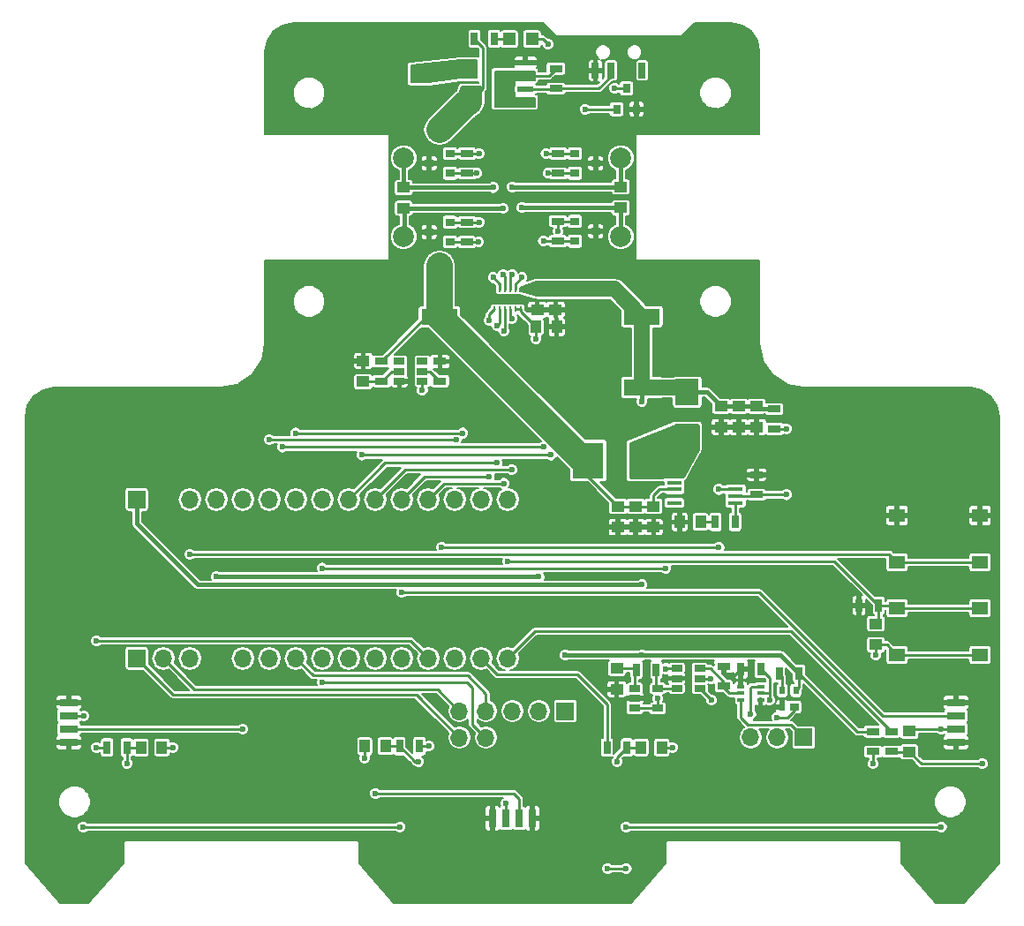
<source format=gtl>
G04 #@! TF.FileFunction,Copper,L1,Top,Signal*
%FSLAX46Y46*%
G04 Gerber Fmt 4.6, Leading zero omitted, Abs format (unit mm)*
G04 Created by KiCad (PCBNEW 4.0.7-e2-6376~58~ubuntu16.04.1) date Mon Nov 13 19:48:04 2017*
%MOMM*%
%LPD*%
G01*
G04 APERTURE LIST*
%ADD10C,0.100000*%
%ADD11R,1.300000X0.700000*%
%ADD12R,3.000000X3.500000*%
%ADD13R,3.500000X1.600000*%
%ADD14R,1.250000X1.000000*%
%ADD15R,1.000000X1.250000*%
%ADD16R,1.200000X1.200000*%
%ADD17R,2.300000X2.500000*%
%ADD18C,2.000000*%
%ADD19R,1.750000X1.750000*%
%ADD20C,1.750000*%
%ADD21R,1.700000X1.700000*%
%ADD22O,1.700000X1.700000*%
%ADD23R,0.800000X0.900000*%
%ADD24R,0.700000X1.300000*%
%ADD25R,1.550000X1.300000*%
%ADD26R,0.900000X0.800000*%
%ADD27R,1.550000X0.600000*%
%ADD28R,0.250000X0.500000*%
%ADD29R,2.650000X1.000000*%
%ADD30R,1.170000X0.950000*%
%ADD31R,1.450000X0.450000*%
%ADD32R,1.060000X0.650000*%
%ADD33R,0.600000X0.800000*%
%ADD34R,0.650000X0.400000*%
%ADD35R,1.800000X0.800000*%
%ADD36R,0.800000X1.800000*%
%ADD37R,0.700000X1.500000*%
%ADD38R,1.000000X0.800000*%
%ADD39C,5.000000*%
%ADD40C,0.600000*%
%ADD41C,0.400000*%
%ADD42C,0.254000*%
%ADD43C,1.500000*%
%ADD44C,2.500000*%
%ADD45C,0.200000*%
G04 APERTURE END LIST*
D10*
D11*
X153771600Y-58404800D03*
X153771600Y-56504800D03*
X145237200Y-73111400D03*
X145237200Y-71211400D03*
D12*
X156888200Y-94081600D03*
X162288200Y-94081600D03*
D13*
X162034200Y-80264000D03*
X156634200Y-80264000D03*
D14*
X153746200Y-77613000D03*
X153746200Y-79613000D03*
X160020000Y-69834000D03*
X160020000Y-67834000D03*
X139192000Y-69884800D03*
X139192000Y-67884800D03*
X151993600Y-77613000D03*
X151993600Y-79613000D03*
D13*
X142603200Y-80264000D03*
X137203200Y-80264000D03*
D15*
X151857200Y-81254600D03*
X153857200Y-81254600D03*
D14*
X159740600Y-98466400D03*
X159740600Y-100466400D03*
X161442400Y-98466400D03*
X161442400Y-100466400D03*
X163144200Y-98466400D03*
X163144200Y-100466400D03*
D15*
X167649400Y-99974400D03*
X165649400Y-99974400D03*
D14*
X159613600Y-114011200D03*
X159613600Y-116011200D03*
X173024800Y-88865200D03*
X173024800Y-90865200D03*
X171323000Y-88865200D03*
X171323000Y-90865200D03*
X169621200Y-88865200D03*
X169621200Y-90865200D03*
X184480200Y-111744000D03*
X184480200Y-109744000D03*
X187680600Y-120031000D03*
X187680600Y-122031000D03*
D15*
X163941000Y-121589800D03*
X161941000Y-121589800D03*
X135436100Y-121475500D03*
X137436100Y-121475500D03*
X115985800Y-121589800D03*
X113985800Y-121589800D03*
D16*
X149306100Y-53644800D03*
X151506100Y-53644800D03*
D17*
X166370000Y-87512000D03*
X166370000Y-91812000D03*
D18*
X160020000Y-72593200D03*
X160020000Y-65074800D03*
X139192000Y-72593200D03*
X139192000Y-65074800D03*
D19*
X140690600Y-56997600D03*
D20*
X138190600Y-56997600D03*
D21*
X154686000Y-118110000D03*
D22*
X154686000Y-120650000D03*
X152146000Y-118110000D03*
X152146000Y-120650000D03*
X149606000Y-118110000D03*
X149606000Y-120650000D03*
X147066000Y-118110000D03*
X147066000Y-120650000D03*
X144526000Y-118110000D03*
X144526000Y-120650000D03*
D23*
X159603400Y-60385200D03*
X161503400Y-60385200D03*
X160553400Y-58385200D03*
D11*
X153974800Y-71135200D03*
X153974800Y-73035200D03*
X153974800Y-64632800D03*
X153974800Y-66532800D03*
X145237200Y-66532800D03*
X145237200Y-64632800D03*
X137071100Y-84571800D03*
X137071100Y-86471800D03*
X142659100Y-86471800D03*
X142659100Y-84571800D03*
D24*
X145963600Y-53644800D03*
X147863600Y-53644800D03*
X170977600Y-99974400D03*
X169077600Y-99974400D03*
D11*
X173024800Y-97343000D03*
X173024800Y-95443000D03*
X174726600Y-89143800D03*
X174726600Y-91043800D03*
D24*
X163408400Y-114147600D03*
X161508400Y-114147600D03*
X184744400Y-108000800D03*
X182844400Y-108000800D03*
D11*
X169900600Y-115707200D03*
X169900600Y-113807200D03*
D24*
X177099000Y-114503200D03*
X175199000Y-114503200D03*
D11*
X184200800Y-121981000D03*
X184200800Y-120081000D03*
D24*
X173416000Y-114096800D03*
X171516000Y-114096800D03*
D11*
X185953400Y-120081000D03*
X185953400Y-121981000D03*
D24*
X158689000Y-121589800D03*
X160589000Y-121589800D03*
X140688100Y-121475500D03*
X138788100Y-121475500D03*
D25*
X194454600Y-99337300D03*
X194454600Y-103837300D03*
X186494600Y-103837300D03*
X186494600Y-99337300D03*
D26*
X155591000Y-71135200D03*
X155591000Y-73035200D03*
X157591000Y-72085200D03*
X155591000Y-64632800D03*
X155591000Y-66532800D03*
X157591000Y-65582800D03*
X143621000Y-73111400D03*
X143621000Y-71211400D03*
X141621000Y-72161400D03*
X143621000Y-66532800D03*
X143621000Y-64632800D03*
X141621000Y-65582800D03*
D27*
X150858200Y-59715400D03*
X150858200Y-58445400D03*
X150858200Y-57175400D03*
X150858200Y-55905400D03*
X145458200Y-55905400D03*
X145458200Y-57175400D03*
X145458200Y-58445400D03*
X145458200Y-59715400D03*
D28*
X150398800Y-77663000D03*
X149898800Y-77663000D03*
X149398800Y-77663000D03*
X148898800Y-77663000D03*
X148398800Y-77663000D03*
X147898800Y-77663000D03*
X147898800Y-79563000D03*
X148398800Y-79563000D03*
X148898800Y-79563000D03*
X149398800Y-79563000D03*
X149898800Y-79563000D03*
X150398800Y-79563000D03*
D29*
X149148800Y-78613000D03*
D30*
X148463800Y-78613000D03*
X149833800Y-78613000D03*
D21*
X113588800Y-113055400D03*
D22*
X116128800Y-113055400D03*
X118668800Y-113055400D03*
X121208800Y-113055400D03*
X123748800Y-113055400D03*
X126288800Y-113055400D03*
X128828800Y-113055400D03*
X131368800Y-113055400D03*
X133908800Y-113055400D03*
X136448800Y-113055400D03*
X138988800Y-113055400D03*
X141528800Y-113055400D03*
X144068800Y-113055400D03*
X146608800Y-113055400D03*
X149148800Y-113055400D03*
D31*
X171021800Y-98139800D03*
X171021800Y-97489800D03*
X171021800Y-96839800D03*
X171021800Y-96189800D03*
X171021800Y-95539800D03*
X171021800Y-94889800D03*
X171021800Y-94239800D03*
X165121800Y-94239800D03*
X165121800Y-94889800D03*
X165121800Y-95539800D03*
X165121800Y-96189800D03*
X165121800Y-96839800D03*
X165121800Y-97489800D03*
X165121800Y-98139800D03*
D21*
X113588800Y-97815400D03*
D22*
X116128800Y-97815400D03*
X118668800Y-97815400D03*
X121208800Y-97815400D03*
X123748800Y-97815400D03*
X126288800Y-97815400D03*
X128828800Y-97815400D03*
X131368800Y-97815400D03*
X133908800Y-97815400D03*
X136448800Y-97815400D03*
X138988800Y-97815400D03*
X141528800Y-97815400D03*
X144068800Y-97815400D03*
X146608800Y-97815400D03*
X149148800Y-97815400D03*
D32*
X161345700Y-115940800D03*
X161345700Y-116890800D03*
X161345700Y-117840800D03*
X163545700Y-117840800D03*
X163545700Y-115940800D03*
X165371600Y-114035800D03*
X165371600Y-114985800D03*
X165371600Y-115935800D03*
X167571600Y-115935800D03*
X167571600Y-114035800D03*
X167571600Y-114985800D03*
D33*
X175488600Y-116129000D03*
X176788600Y-116129000D03*
X175488600Y-117729000D03*
D26*
X176638600Y-117729000D03*
D34*
X171516000Y-115758200D03*
X171516000Y-117058200D03*
X173416000Y-116408200D03*
X171516000Y-116408200D03*
X173416000Y-117058200D03*
X173416000Y-115758200D03*
D35*
X107061000Y-117297200D03*
X107061000Y-118567200D03*
X107061000Y-119837200D03*
X107061000Y-121107200D03*
D36*
X147701000Y-128397000D03*
X148971000Y-128397000D03*
X150241000Y-128397000D03*
X151511000Y-128397000D03*
D35*
X192151000Y-121107200D03*
X192151000Y-119837200D03*
X192151000Y-118567200D03*
X192151000Y-117297200D03*
D13*
X162034200Y-87071200D03*
X156634200Y-87071200D03*
D25*
X186494600Y-112727300D03*
X186494600Y-108227300D03*
X194454600Y-108227300D03*
X194454600Y-112727300D03*
D21*
X177546000Y-120624600D03*
D22*
X175006000Y-120624600D03*
X172466000Y-120624600D03*
D37*
X162054100Y-56675000D03*
X159054100Y-56675000D03*
X157554100Y-56675000D03*
D38*
X163454100Y-53815000D03*
X156154100Y-53815000D03*
X156154100Y-56025000D03*
X163454100Y-56025000D03*
D14*
X135293100Y-86521800D03*
X135293100Y-84521800D03*
D32*
X140965100Y-86471800D03*
X140965100Y-85521800D03*
X140965100Y-84571800D03*
X138765100Y-84571800D03*
X138765100Y-86471800D03*
X138765100Y-85521800D03*
D24*
X110721100Y-121589800D03*
X112621100Y-121589800D03*
D39*
X107596940Y-91810840D03*
X191597280Y-91810840D03*
D40*
X162026600Y-105994200D03*
X154686000Y-112750600D03*
X162026600Y-88417400D03*
X162026600Y-112750600D03*
X156184600Y-119303800D03*
X157708600Y-119303800D03*
X157708600Y-120573800D03*
X156184600Y-120573800D03*
X156184600Y-107619800D03*
X157708600Y-107619800D03*
X157708600Y-108889800D03*
X156184600Y-108889800D03*
X157708600Y-114985800D03*
X157708600Y-113715800D03*
X156184600Y-113715800D03*
X157708600Y-105079800D03*
X156184600Y-105079800D03*
X151866600Y-94411800D03*
X150342600Y-94411800D03*
X150342600Y-95935800D03*
X151866600Y-95935800D03*
X157708600Y-99745800D03*
X156184600Y-99745800D03*
X157708600Y-101269800D03*
X156184600Y-101269800D03*
X151612600Y-91871800D03*
X150342600Y-91871800D03*
X150342600Y-90855800D03*
X149072600Y-78663800D03*
X148056600Y-78663800D03*
X150088600Y-78663800D03*
X146278600Y-77647800D03*
X146278600Y-79679800D03*
X146786600Y-78663800D03*
X151866600Y-85267800D03*
X151866600Y-83743800D03*
X150342600Y-83743800D03*
X150342600Y-85267800D03*
X164058600Y-75361800D03*
X165836600Y-75361800D03*
X165836600Y-76631800D03*
X164058600Y-76631800D03*
X135102600Y-76631800D03*
X133324600Y-76631800D03*
X133324600Y-75361800D03*
X135102600Y-75361800D03*
X133324600Y-61137800D03*
X133324600Y-62407800D03*
X135102600Y-62407800D03*
X135102600Y-61137800D03*
X164058600Y-61137800D03*
X165836600Y-61137800D03*
X165836600Y-62407800D03*
X164058600Y-62407800D03*
X192557400Y-133172200D03*
X105740200Y-130556000D03*
X109372400Y-133629400D03*
X157810200Y-130556000D03*
X141528800Y-134543800D03*
X170637200Y-109321600D03*
X170637200Y-114681000D03*
X150520400Y-76530200D03*
X150520400Y-69824600D03*
X149580600Y-76225400D03*
X149580600Y-67843400D03*
X148717000Y-76225400D03*
X148717000Y-69900800D03*
X147777200Y-76530200D03*
X147777200Y-67894200D03*
X142600680Y-75407520D03*
X143357600Y-75387200D03*
X142595600Y-76149200D03*
X141833600Y-75387200D03*
X142595600Y-74650600D03*
X142605760Y-62362080D03*
X142595600Y-61595000D03*
X141833600Y-62357000D03*
X142595600Y-63119000D03*
X143357600Y-62357000D03*
X184480200Y-112750600D03*
X146380200Y-73101200D03*
X146202400Y-66522600D03*
X135432800Y-122631200D03*
X117017800Y-121589800D03*
X108483400Y-118567200D03*
X148971000Y-126974600D03*
X164973000Y-121589800D03*
X168630600Y-114985800D03*
X163550600Y-116890800D03*
X190728600Y-119837200D03*
X151866600Y-82397600D03*
X153974800Y-72085200D03*
X152831800Y-64643000D03*
X149148800Y-103733600D03*
X194665600Y-123164600D03*
X159639000Y-122961400D03*
X140614400Y-122961400D03*
X112623600Y-123113800D03*
X159423100Y-58343800D03*
X153009600Y-54152800D03*
X121208800Y-105206800D03*
X152146000Y-105206800D03*
X131368800Y-115366800D03*
X175006000Y-118719600D03*
X169418000Y-102412800D03*
X169418000Y-96850200D03*
X142824200Y-102412800D03*
X156565600Y-60375800D03*
X140970000Y-87350600D03*
X152577800Y-73025000D03*
X152577800Y-92786200D03*
X127558800Y-92786200D03*
X135178800Y-93548200D03*
X153314400Y-93548200D03*
X153009600Y-66522600D03*
X146405600Y-71221600D03*
X144856200Y-91440000D03*
X128828800Y-91440000D03*
X146405600Y-64643000D03*
X144221200Y-92075000D03*
X126288800Y-92075000D03*
X175895000Y-97358200D03*
X175895000Y-91033600D03*
X184200800Y-123164600D03*
X174269400Y-117068600D03*
X168706800Y-117068600D03*
X109702600Y-121589800D03*
X109702600Y-111379000D03*
X141579600Y-121462800D03*
X147396200Y-80645000D03*
X147396200Y-95605600D03*
X148158200Y-81127600D03*
X148158200Y-94310200D03*
X148793200Y-81661000D03*
X148793200Y-96266000D03*
X149555200Y-94970600D03*
X149555200Y-80441800D03*
X123748800Y-119837200D03*
X136474200Y-126009400D03*
X138988800Y-106730800D03*
X131368800Y-104394000D03*
X164312600Y-104394000D03*
X164312600Y-114046000D03*
X190754000Y-129209800D03*
X160528000Y-129209800D03*
X158750000Y-133223000D03*
X160528000Y-133223000D03*
X138811000Y-129209800D03*
X108458000Y-129209800D03*
X172466000Y-118440200D03*
X118668800Y-103073200D03*
D41*
X150596600Y-77647800D02*
X150631400Y-77613000D01*
X150631400Y-77613000D02*
X151993600Y-77613000D01*
X171323000Y-88865200D02*
X171281600Y-88823800D01*
X171281600Y-88823800D02*
X169646600Y-88823800D01*
X169646600Y-88823800D02*
X169621200Y-88865200D01*
X151993600Y-77613000D02*
X152028400Y-77647800D01*
X152028400Y-77647800D02*
X153898600Y-77647800D01*
X153898600Y-77647800D02*
X153746200Y-77613000D01*
X173024800Y-88865200D02*
X169621200Y-88865200D01*
X169621200Y-88865200D02*
X168268000Y-87512000D01*
X168268000Y-87512000D02*
X166370000Y-87512000D01*
X113588800Y-97815400D02*
X113588800Y-100152200D01*
X119430800Y-105994200D02*
X162026600Y-105994200D01*
X113588800Y-100152200D02*
X119430800Y-105994200D01*
X162026600Y-112750600D02*
X154686000Y-112750600D01*
X162034200Y-87071200D02*
X162034200Y-88409800D01*
X162034200Y-88409800D02*
X162026600Y-88417400D01*
D42*
X177099000Y-115818600D02*
X176788600Y-116129000D01*
D43*
X166370000Y-87512000D02*
X165929200Y-87071200D01*
X165929200Y-87071200D02*
X162034200Y-87071200D01*
X162034200Y-87071200D02*
X162034200Y-80264000D01*
X162034200Y-80264000D02*
X159383200Y-77613000D01*
X159383200Y-77613000D02*
X151993600Y-77613000D01*
D41*
X162026600Y-112750600D02*
X175346400Y-112750600D01*
D42*
X182676800Y-120081000D02*
X184200800Y-120081000D01*
D41*
X174726600Y-89143800D02*
X173303400Y-89143800D01*
X173303400Y-89143800D02*
X173024800Y-88865200D01*
D42*
X173024800Y-88865200D02*
X173178000Y-88712000D01*
D41*
X175346400Y-112750600D02*
X177099000Y-114503200D01*
D42*
X177099000Y-114503200D02*
X182676800Y-120081000D01*
X177099000Y-114503200D02*
X177099000Y-115818600D01*
X194454600Y-99337300D02*
X194454600Y-94668160D01*
X194454600Y-94668160D02*
X191597280Y-91810840D01*
X116128800Y-97815400D02*
X110124240Y-91810840D01*
X110124240Y-91810840D02*
X107596940Y-91810840D01*
X186520000Y-99350000D02*
X194480000Y-99350000D01*
X157708600Y-119303800D02*
X157708600Y-120573800D01*
X156184600Y-119303800D02*
X156184600Y-120573800D01*
X156184600Y-107619800D02*
X157708600Y-107619800D01*
X157708600Y-108889800D02*
X156184600Y-108889800D01*
X156184600Y-113715800D02*
X157708600Y-113715800D01*
X156184600Y-105079800D02*
X157708600Y-105079800D01*
X151866600Y-95935800D02*
X152374600Y-95935800D01*
X152374600Y-95935800D02*
X156184600Y-99745800D01*
X150342600Y-95935800D02*
X150342600Y-94411800D01*
X151866600Y-94411800D02*
X151866600Y-95935800D01*
X159740600Y-100466400D02*
X158429200Y-100466400D01*
X158429200Y-100466400D02*
X157708600Y-99745800D01*
X156184600Y-99745800D02*
X156184600Y-101269800D01*
X157708600Y-101269800D02*
X157708600Y-99745800D01*
X150342600Y-90855800D02*
X150342600Y-91871800D01*
X149148800Y-78613000D02*
X149123400Y-78613000D01*
X149123400Y-78613000D02*
X149072600Y-78663800D01*
X148056600Y-78663800D02*
X150088600Y-78663800D01*
X149148800Y-78613000D02*
X146837400Y-78613000D01*
X146278600Y-79679800D02*
X146278600Y-77647800D01*
X146837400Y-78613000D02*
X146786600Y-78663800D01*
X156634200Y-87071200D02*
X153670000Y-87071200D01*
X153670000Y-87071200D02*
X151866600Y-85267800D01*
X151866600Y-83743800D02*
X150342600Y-83743800D01*
X150342600Y-85267800D02*
X151866600Y-85267800D01*
X157591000Y-72085200D02*
X157591000Y-73974200D01*
X158978600Y-75361800D02*
X164058600Y-75361800D01*
X157591000Y-73974200D02*
X158978600Y-75361800D01*
X165836600Y-75361800D02*
X165836600Y-76631800D01*
X164058600Y-76631800D02*
X164058600Y-75361800D01*
X137203200Y-80264000D02*
X137203200Y-78732400D01*
X137203200Y-78732400D02*
X135102600Y-76631800D01*
X133324600Y-76631800D02*
X133324600Y-75361800D01*
X135102600Y-75361800D02*
X135102600Y-76631800D01*
X138190600Y-56997600D02*
X134050400Y-61137800D01*
X134050400Y-61137800D02*
X133324600Y-61137800D01*
X133324600Y-62407800D02*
X135102600Y-62407800D01*
X135102600Y-61137800D02*
X133324600Y-61137800D01*
X161503400Y-60385200D02*
X163306000Y-60385200D01*
X163306000Y-60385200D02*
X164058600Y-61137800D01*
X165836600Y-61137800D02*
X165836600Y-62407800D01*
X164058600Y-62407800D02*
X164058600Y-61137800D01*
X171516000Y-114096800D02*
X170931800Y-114681000D01*
X170931800Y-114681000D02*
X170637200Y-114681000D01*
X149898800Y-77151800D02*
X150520400Y-76530200D01*
X149898800Y-77663000D02*
X149898800Y-77151800D01*
D41*
X150520400Y-69824600D02*
X160010600Y-69824600D01*
X160010600Y-69824600D02*
X160010600Y-72583800D01*
X160010600Y-72583800D02*
X160020000Y-72593200D01*
D42*
X149398800Y-76407200D02*
X149580600Y-76225400D01*
X149398800Y-77663000D02*
X149398800Y-76407200D01*
D41*
X149580600Y-67843400D02*
X160010600Y-67843400D01*
X160010600Y-67843400D02*
X160010600Y-65084200D01*
X160010600Y-65084200D02*
X160020000Y-65074800D01*
D42*
X148898800Y-76407200D02*
X148717000Y-76225400D01*
X148898800Y-77663000D02*
X148898800Y-76407200D01*
D41*
X148717000Y-69900800D02*
X139208000Y-69900800D01*
X139208000Y-69900800D02*
X139208000Y-72577200D01*
X139208000Y-72577200D02*
X139192000Y-72593200D01*
X139192000Y-67884800D02*
X139192000Y-65074800D01*
D42*
X148398800Y-77151800D02*
X147777200Y-76530200D01*
X148398800Y-77663000D02*
X148398800Y-77151800D01*
D41*
X147777200Y-67894200D02*
X139201400Y-67894200D01*
X139201400Y-67894200D02*
X139192000Y-67884800D01*
D42*
X137071100Y-84571800D02*
X141378900Y-80264000D01*
X141378900Y-80264000D02*
X142603200Y-80264000D01*
X145458200Y-59715400D02*
X145458200Y-58445400D01*
X146761200Y-58412400D02*
X145458200Y-59715400D01*
D44*
X142605760Y-62362080D02*
X145252440Y-59715400D01*
X145252440Y-59715400D02*
X145458200Y-59715400D01*
D42*
X142600680Y-75407520D02*
X142600680Y-74655680D01*
X142595600Y-75412600D02*
X142600680Y-75407520D01*
X143332200Y-75412600D02*
X142595600Y-75412600D01*
X143357600Y-75387200D02*
X143332200Y-75412600D01*
X141833600Y-75387200D02*
X142595600Y-76149200D01*
X142600680Y-74655680D02*
X142595600Y-74650600D01*
D44*
X142603200Y-75410040D02*
X142603200Y-80264000D01*
X142603200Y-75410040D02*
X142600680Y-75407520D01*
X156888200Y-94081600D02*
X156420800Y-94081600D01*
X156420800Y-94081600D02*
X147781000Y-85441800D01*
X147781000Y-85441800D02*
X142603200Y-80264000D01*
D42*
X159740600Y-98466400D02*
X156888200Y-95614000D01*
X156888200Y-95614000D02*
X156888200Y-94081600D01*
X163144200Y-98466400D02*
X161442400Y-98466400D01*
X165121800Y-96839800D02*
X163743880Y-96839800D01*
X163144200Y-97439480D02*
X163144200Y-98466400D01*
X163743880Y-96839800D02*
X163144200Y-97439480D01*
D44*
X142605760Y-62362080D02*
X142621000Y-62362080D01*
D42*
X141833600Y-62357000D02*
X142595600Y-63119000D01*
X143357600Y-62357000D02*
X142621000Y-62357000D01*
X142621000Y-62357000D02*
X142621000Y-62362080D01*
X142595600Y-62362080D02*
X142595600Y-61595000D01*
X161442400Y-98466400D02*
X159740600Y-98466400D01*
X146761200Y-54442400D02*
X146761200Y-58412400D01*
X145963600Y-53644800D02*
X146761200Y-54442400D01*
X184480200Y-111744000D02*
X184480200Y-112750600D01*
X185524000Y-111744000D02*
X184480200Y-111744000D01*
X145237200Y-73111400D02*
X145247400Y-73101200D01*
X145247400Y-73101200D02*
X146380200Y-73101200D01*
X145237200Y-66532800D02*
X145247400Y-66522600D01*
X145247400Y-66522600D02*
X146202400Y-66522600D01*
X135436100Y-121475500D02*
X135436100Y-122627900D01*
X135436100Y-122627900D02*
X135432800Y-122631200D01*
X115985800Y-121589800D02*
X117017800Y-121589800D01*
X107061000Y-118567200D02*
X108483400Y-118567200D01*
X148971000Y-128397000D02*
X148971000Y-126974600D01*
X163941000Y-121589800D02*
X164973000Y-121589800D01*
X167571600Y-114985800D02*
X168630600Y-114985800D01*
X163545700Y-117840800D02*
X163550600Y-117835900D01*
X163550600Y-117835900D02*
X163550600Y-116890800D01*
X192151000Y-119837200D02*
X190728600Y-119837200D01*
X190728600Y-119837200D02*
X187874400Y-119837200D01*
X187680600Y-120031000D02*
X187874400Y-119837200D01*
X151857200Y-81254600D02*
X151857200Y-82388200D01*
X151857200Y-82388200D02*
X151866600Y-82397600D01*
X153974800Y-71135200D02*
X153974800Y-72085200D01*
X149898800Y-79563000D02*
X150398800Y-79563000D01*
X150398800Y-79563000D02*
X150398800Y-79796200D01*
X150398800Y-79796200D02*
X151857200Y-81254600D01*
X153974800Y-64632800D02*
X152842000Y-64632800D01*
X152842000Y-64632800D02*
X152831800Y-64643000D01*
X143621000Y-66532800D02*
X145237200Y-66532800D01*
X155591000Y-64632800D02*
X153974800Y-64632800D01*
X155591000Y-71135200D02*
X153974800Y-71135200D01*
X143621000Y-73111400D02*
X145237200Y-73111400D01*
X163545700Y-117840800D02*
X161345700Y-117840800D01*
X194480000Y-112740000D02*
X186520000Y-112740000D01*
X186520000Y-112740000D02*
X185524000Y-111744000D01*
X169077600Y-99974400D02*
X167649400Y-99974400D01*
X161372000Y-114011200D02*
X161345700Y-114037500D01*
X159613600Y-114011200D02*
X161372000Y-114011200D01*
X161345700Y-114037500D02*
X161345700Y-115940800D01*
X194480000Y-108240000D02*
X186520000Y-108240000D01*
X186280800Y-108000800D02*
X186520000Y-108240000D01*
X184480200Y-109744000D02*
X184744400Y-109479800D01*
X184744400Y-109479800D02*
X184744400Y-108000800D01*
X180477200Y-103733600D02*
X149148800Y-103733600D01*
X184744400Y-108000800D02*
X180477200Y-103733600D01*
X184744400Y-108000800D02*
X186280800Y-108000800D01*
X188814200Y-123164600D02*
X187680600Y-122031000D01*
X194665600Y-123164600D02*
X188814200Y-123164600D01*
X185953400Y-121981000D02*
X186003400Y-122031000D01*
X186003400Y-122031000D02*
X187680600Y-122031000D01*
X159639000Y-122961400D02*
X159639000Y-122539800D01*
X159639000Y-122539800D02*
X160589000Y-121589800D01*
X160589000Y-121589800D02*
X161941000Y-121589800D01*
X137436100Y-121475500D02*
X138788100Y-121475500D01*
X140614400Y-122961400D02*
X140274000Y-122961400D01*
X140274000Y-122961400D02*
X138788100Y-121475500D01*
X112633800Y-123103600D02*
X112633800Y-121589800D01*
X112623600Y-123113800D02*
X112633800Y-123103600D01*
X112633800Y-121589800D02*
X113985800Y-121589800D01*
X147863600Y-53644800D02*
X149306100Y-53644800D01*
X151506100Y-53644800D02*
X152501600Y-53644800D01*
X159464500Y-58385200D02*
X160553400Y-58385200D01*
X159423100Y-58343800D02*
X159464500Y-58385200D01*
X152501600Y-53644800D02*
X153009600Y-54152800D01*
D41*
X152146000Y-105206800D02*
X121208800Y-105206800D01*
D42*
X147066000Y-118110000D02*
X147066000Y-116433600D01*
X130479800Y-114706400D02*
X128828800Y-113055400D01*
X145338800Y-114706400D02*
X130479800Y-114706400D01*
X147066000Y-116433600D02*
X145338800Y-114706400D01*
X144526000Y-118110000D02*
X142443200Y-116027200D01*
X119100600Y-116027200D02*
X116128800Y-113055400D01*
X142443200Y-116027200D02*
X119100600Y-116027200D01*
X144526000Y-120650000D02*
X140385800Y-116509800D01*
X117043200Y-116509800D02*
X113588800Y-113055400D01*
X140385800Y-116509800D02*
X117043200Y-116509800D01*
X147066000Y-120650000D02*
X145796000Y-119380000D01*
X145288000Y-115366800D02*
X131368800Y-115366800D01*
X145796000Y-115874800D02*
X145288000Y-115366800D01*
X145796000Y-119380000D02*
X145796000Y-115874800D01*
X171516000Y-117058200D02*
X171516000Y-118709400D01*
X176301400Y-119380000D02*
X177546000Y-120624600D01*
X172186600Y-119380000D02*
X176301400Y-119380000D01*
X171516000Y-118709400D02*
X172186600Y-119380000D01*
X176638600Y-117729000D02*
X176638600Y-118052200D01*
X176638600Y-118052200D02*
X175971200Y-118719600D01*
X175971200Y-118719600D02*
X175006000Y-118719600D01*
X169418000Y-96850200D02*
X171011400Y-96850200D01*
X142824200Y-102412800D02*
X169418000Y-102412800D01*
X159603400Y-60385200D02*
X156575000Y-60385200D01*
X156575000Y-60385200D02*
X156565600Y-60375800D01*
X140965100Y-87345700D02*
X140965100Y-86471800D01*
X140970000Y-87350600D02*
X140965100Y-87345700D01*
X171011400Y-96850200D02*
X171021800Y-96839800D01*
X159409600Y-60579000D02*
X159603400Y-60385200D01*
X153771600Y-56504800D02*
X153101000Y-57175400D01*
X153101000Y-57175400D02*
X150858200Y-57175400D01*
X152577800Y-73025000D02*
X153964600Y-73025000D01*
X127558800Y-92786200D02*
X152577800Y-92786200D01*
X153964600Y-73025000D02*
X153974800Y-73035200D01*
X155591000Y-73035200D02*
X153974800Y-73035200D01*
X135178800Y-93548200D02*
X153314400Y-93548200D01*
X153019800Y-66532800D02*
X153974800Y-66532800D01*
X153009600Y-66522600D02*
X153019800Y-66532800D01*
X155591000Y-66532800D02*
X153974800Y-66532800D01*
X146405600Y-71221600D02*
X145247400Y-71221600D01*
X128828800Y-91440000D02*
X144856200Y-91440000D01*
X145247400Y-71221600D02*
X145237200Y-71211400D01*
X145247400Y-71221600D02*
X145237200Y-71211400D01*
X145247400Y-71221600D02*
X145237200Y-71211400D01*
X145247400Y-71221600D02*
X145237200Y-71211400D01*
X145247400Y-71221600D02*
X145237200Y-71211400D01*
X143621000Y-71211400D02*
X145237200Y-71211400D01*
X146405600Y-64643000D02*
X145247400Y-64643000D01*
X126288800Y-92075000D02*
X144221200Y-92075000D01*
X145247400Y-64643000D02*
X145237200Y-64632800D01*
X145247400Y-64643000D02*
X145237200Y-64632800D01*
X145247400Y-64643000D02*
X145237200Y-64632800D01*
X145247400Y-64643000D02*
X145237200Y-64632800D01*
X145247400Y-64643000D02*
X145237200Y-64632800D01*
X143621000Y-64632800D02*
X145237200Y-64632800D01*
X170977600Y-98184000D02*
X170977600Y-99974400D01*
X171021800Y-98139800D02*
X170977600Y-98184000D01*
X175895000Y-97358200D02*
X173040000Y-97358200D01*
X173040000Y-97358200D02*
X173024800Y-97343000D01*
X173024800Y-97343000D02*
X172878000Y-97489800D01*
X175884800Y-91043800D02*
X175895000Y-91033600D01*
X172878000Y-97489800D02*
X171021800Y-97489800D01*
X174726600Y-91043800D02*
X175884800Y-91043800D01*
X163408400Y-114147600D02*
X163408400Y-115803500D01*
X163408400Y-115803500D02*
X163540700Y-115935800D01*
X163540700Y-115935800D02*
X165193800Y-115935800D01*
X169900600Y-115316000D02*
X169900600Y-115707200D01*
X169900600Y-115707200D02*
X169900600Y-115874800D01*
X169900600Y-115874800D02*
X170434000Y-116408200D01*
X168620400Y-114035800D02*
X169900600Y-115316000D01*
X167571600Y-114035800D02*
X168620400Y-114035800D01*
X170434000Y-116408200D02*
X171516000Y-116408200D01*
X175199000Y-114503200D02*
X175488600Y-114792800D01*
X175488600Y-114792800D02*
X175488600Y-116129000D01*
X184200800Y-123164600D02*
X184200800Y-121981000D01*
X167571600Y-115935800D02*
X168704400Y-117068600D01*
X174269400Y-117068600D02*
X174269400Y-116408200D01*
X168704400Y-117068600D02*
X168706800Y-117068600D01*
X174269400Y-114950200D02*
X174269400Y-116408200D01*
X174269400Y-116408200D02*
X173416000Y-116408200D01*
X173416000Y-114096800D02*
X174269400Y-114950200D01*
X109702600Y-121589800D02*
X110733800Y-121589800D01*
X141528800Y-113055400D02*
X139852400Y-111379000D01*
X139852400Y-111379000D02*
X109702600Y-111379000D01*
X141579600Y-121462800D02*
X140700800Y-121462800D01*
X140700800Y-121462800D02*
X140688100Y-121475500D01*
X158689000Y-117439400D02*
X158689000Y-121589800D01*
X155854400Y-114604800D02*
X158689000Y-117439400D01*
X148158200Y-114604800D02*
X155854400Y-114604800D01*
X146608800Y-113055400D02*
X148158200Y-114604800D01*
X185953400Y-120081000D02*
X185943200Y-120081000D01*
X185943200Y-120081000D02*
X176326800Y-110464600D01*
X176326800Y-110464600D02*
X151739600Y-110464600D01*
X151739600Y-110464600D02*
X149148800Y-113055400D01*
X138988800Y-97815400D02*
X141198600Y-95605600D01*
X147396200Y-80065600D02*
X147898800Y-79563000D01*
X147396200Y-80645000D02*
X147396200Y-80065600D01*
X141198600Y-95605600D02*
X147396200Y-95605600D01*
X133908800Y-97815400D02*
X137414000Y-94310200D01*
X148398800Y-80887000D02*
X148398800Y-79563000D01*
X148158200Y-81127600D02*
X148398800Y-80887000D01*
X137414000Y-94310200D02*
X148158200Y-94310200D01*
X141528800Y-97815400D02*
X143078200Y-96266000D01*
X148898800Y-81555400D02*
X148898800Y-79563000D01*
X148793200Y-81661000D02*
X148898800Y-81555400D01*
X143078200Y-96266000D02*
X148793200Y-96266000D01*
X148894800Y-79567000D02*
X148898800Y-79563000D01*
X149398800Y-79563000D02*
X149398800Y-80285400D01*
X139293600Y-94970600D02*
X136448800Y-97815400D01*
X149555200Y-94970600D02*
X139293600Y-94970600D01*
X149398800Y-80285400D02*
X149555200Y-80441800D01*
X107061000Y-119837200D02*
X123748800Y-119837200D01*
X150241000Y-126542800D02*
X150241000Y-128397000D01*
X149707600Y-126009400D02*
X150241000Y-126542800D01*
X136474200Y-126009400D02*
X149707600Y-126009400D01*
X192151000Y-118567200D02*
X185115200Y-118567200D01*
X173278800Y-106730800D02*
X138988800Y-106730800D01*
X185115200Y-118567200D02*
X173278800Y-106730800D01*
X165371600Y-114035800D02*
X164322800Y-114035800D01*
X164312600Y-104394000D02*
X131368800Y-104394000D01*
X164322800Y-114035800D02*
X164312600Y-114046000D01*
X160528000Y-129209800D02*
X190754000Y-129209800D01*
X160528000Y-133223000D02*
X158750000Y-133223000D01*
X108458000Y-129209800D02*
X138811000Y-129209800D01*
X173416000Y-115758200D02*
X172578000Y-115758200D01*
X172466000Y-115870200D02*
X172466000Y-118440200D01*
X172578000Y-115758200D02*
X172466000Y-115870200D01*
X153771600Y-58404800D02*
X157901600Y-58404800D01*
X157901600Y-58404800D02*
X159054100Y-57252300D01*
X159054100Y-57252300D02*
X159054100Y-56675000D01*
X153771600Y-58404800D02*
X153731000Y-58445400D01*
X153731000Y-58445400D02*
X150858200Y-58445400D01*
X186520000Y-103850000D02*
X185743200Y-103073200D01*
X185743200Y-103073200D02*
X118668800Y-103073200D01*
X194480000Y-103850000D02*
X186520000Y-103850000D01*
X135293100Y-86521800D02*
X137021100Y-86521800D01*
X137021100Y-86521800D02*
X137071100Y-86471800D01*
X138765100Y-85521800D02*
X138021100Y-85521800D01*
X138021100Y-85521800D02*
X137071100Y-86471800D01*
X142659100Y-86471800D02*
X141709100Y-85521800D01*
X141709100Y-85521800D02*
X140965100Y-85521800D01*
G36*
X167393620Y-93028180D02*
X165971972Y-95638620D01*
X165882483Y-95638620D01*
X165846800Y-95631394D01*
X164396800Y-95631394D01*
X164315721Y-95646650D01*
X163782473Y-95704660D01*
X160914080Y-95704660D01*
X160914080Y-92417569D01*
X165243806Y-90688160D01*
X167393620Y-90688160D01*
X167393620Y-93028180D01*
X167393620Y-93028180D01*
G37*
X167393620Y-93028180D02*
X165971972Y-95638620D01*
X165882483Y-95638620D01*
X165846800Y-95631394D01*
X164396800Y-95631394D01*
X164315721Y-95646650D01*
X163782473Y-95704660D01*
X160914080Y-95704660D01*
X160914080Y-92417569D01*
X165243806Y-90688160D01*
X167393620Y-90688160D01*
X167393620Y-93028180D01*
D45*
G36*
X153682930Y-53301665D02*
X153682932Y-53301668D01*
X153781882Y-53367783D01*
X153898600Y-53391000D01*
X165709600Y-53391000D01*
X165710868Y-53390748D01*
X165712140Y-53391001D01*
X165828859Y-53367783D01*
X165927808Y-53301668D01*
X167113555Y-52115920D01*
X170570583Y-52115920D01*
X171625046Y-52325665D01*
X172497427Y-52908573D01*
X173080335Y-53780954D01*
X173291000Y-54840038D01*
X173291000Y-62739600D01*
X161544000Y-62739600D01*
X161507654Y-62746439D01*
X161474273Y-62767919D01*
X161451879Y-62800694D01*
X161444000Y-62839600D01*
X161444000Y-74803000D01*
X161450839Y-74839346D01*
X161472319Y-74872727D01*
X161505094Y-74895121D01*
X161544000Y-74903000D01*
X173291000Y-74903000D01*
X173291000Y-82810000D01*
X173296860Y-82839461D01*
X173296860Y-82869503D01*
X173601343Y-84400236D01*
X173601343Y-84400237D01*
X173646884Y-84510183D01*
X174513975Y-85807876D01*
X174598124Y-85892025D01*
X175895817Y-86759116D01*
X175920978Y-86769538D01*
X176005763Y-86804658D01*
X177536498Y-87109140D01*
X177566539Y-87109140D01*
X177596000Y-87115000D01*
X193565958Y-87115000D01*
X194625046Y-87325665D01*
X195497427Y-87908573D01*
X196080335Y-88780954D01*
X196291000Y-89840038D01*
X196291000Y-132695401D01*
X192957601Y-136505000D01*
X190234399Y-136505000D01*
X186901000Y-132695401D01*
X186901000Y-130810000D01*
X186877783Y-130693282D01*
X186811668Y-130594332D01*
X186712718Y-130528217D01*
X186596000Y-130505000D01*
X164596000Y-130505000D01*
X164479282Y-130528217D01*
X164380332Y-130594332D01*
X164314217Y-130693282D01*
X164291000Y-130810000D01*
X164291000Y-132695401D01*
X160957601Y-136505000D01*
X138234399Y-136505000D01*
X135466621Y-133341824D01*
X158149896Y-133341824D01*
X158241048Y-133562429D01*
X158409683Y-133731359D01*
X158630129Y-133822896D01*
X158868824Y-133823104D01*
X159089429Y-133731952D01*
X159171524Y-133650000D01*
X160106466Y-133650000D01*
X160187683Y-133731359D01*
X160408129Y-133822896D01*
X160646824Y-133823104D01*
X160867429Y-133731952D01*
X161036359Y-133563317D01*
X161127896Y-133342871D01*
X161128104Y-133104176D01*
X161036952Y-132883571D01*
X160868317Y-132714641D01*
X160647871Y-132623104D01*
X160409176Y-132622896D01*
X160188571Y-132714048D01*
X160106476Y-132796000D01*
X159171534Y-132796000D01*
X159090317Y-132714641D01*
X158869871Y-132623104D01*
X158631176Y-132622896D01*
X158410571Y-132714048D01*
X158241641Y-132882683D01*
X158150104Y-133103129D01*
X158149896Y-133341824D01*
X135466621Y-133341824D01*
X134901000Y-132695401D01*
X134901000Y-130810000D01*
X134877783Y-130693282D01*
X134811668Y-130594332D01*
X134712718Y-130528217D01*
X134596000Y-130505000D01*
X112596000Y-130505000D01*
X112479282Y-130528217D01*
X112380332Y-130594332D01*
X112314217Y-130693282D01*
X112291000Y-130810000D01*
X112291000Y-132695401D01*
X108957601Y-136505000D01*
X106234399Y-136505000D01*
X102901000Y-132695401D01*
X102901000Y-129328624D01*
X107857896Y-129328624D01*
X107949048Y-129549229D01*
X108117683Y-129718159D01*
X108338129Y-129809696D01*
X108576824Y-129809904D01*
X108797429Y-129718752D01*
X108879524Y-129636800D01*
X138389466Y-129636800D01*
X138470683Y-129718159D01*
X138691129Y-129809696D01*
X138929824Y-129809904D01*
X139150429Y-129718752D01*
X139319359Y-129550117D01*
X139410896Y-129329671D01*
X139411104Y-129090976D01*
X139319952Y-128870371D01*
X139151317Y-128701441D01*
X138990105Y-128634500D01*
X146951000Y-128634500D01*
X146951000Y-129366620D01*
X147004285Y-129495259D01*
X147102741Y-129593716D01*
X147231381Y-129647000D01*
X147463500Y-129647000D01*
X147551000Y-129559500D01*
X147551000Y-128547000D01*
X147038500Y-128547000D01*
X146951000Y-128634500D01*
X138990105Y-128634500D01*
X138930871Y-128609904D01*
X138692176Y-128609696D01*
X138471571Y-128700848D01*
X138389476Y-128782800D01*
X108879534Y-128782800D01*
X108798317Y-128701441D01*
X108577871Y-128609904D01*
X108339176Y-128609696D01*
X108118571Y-128700848D01*
X107949641Y-128869483D01*
X107858104Y-129089929D01*
X107857896Y-129328624D01*
X102901000Y-129328624D01*
X102901000Y-126810000D01*
X106041000Y-126810000D01*
X106046913Y-126839729D01*
X106046672Y-127116461D01*
X106153280Y-127374473D01*
X106159367Y-127405073D01*
X106176549Y-127430788D01*
X106282148Y-127686357D01*
X106479236Y-127883789D01*
X106496449Y-127909551D01*
X106521985Y-127926614D01*
X106717789Y-128122760D01*
X106976004Y-128229980D01*
X107000927Y-128246633D01*
X107030069Y-128252430D01*
X107287273Y-128359230D01*
X107568224Y-128359475D01*
X107596000Y-128365000D01*
X107623533Y-128359523D01*
X107903901Y-128359768D01*
X108165303Y-128251759D01*
X108191073Y-128246633D01*
X108212729Y-128232163D01*
X108473797Y-128124292D01*
X108675477Y-127922964D01*
X108695551Y-127909551D01*
X108708846Y-127889653D01*
X108910200Y-127688651D01*
X109018689Y-127427380D01*
X146951000Y-127427380D01*
X146951000Y-128159500D01*
X147038500Y-128247000D01*
X147551000Y-128247000D01*
X147551000Y-127234500D01*
X147463500Y-127147000D01*
X147231381Y-127147000D01*
X147102741Y-127200284D01*
X147004285Y-127298741D01*
X146951000Y-127427380D01*
X109018689Y-127427380D01*
X109020267Y-127423580D01*
X109032633Y-127405073D01*
X109036938Y-127383433D01*
X109146670Y-127119167D01*
X109146922Y-126830502D01*
X109151000Y-126810000D01*
X109146957Y-126789677D01*
X109147208Y-126502539D01*
X109036591Y-126234825D01*
X109032633Y-126214927D01*
X109021460Y-126198206D01*
X108992545Y-126128224D01*
X135874096Y-126128224D01*
X135965248Y-126348829D01*
X136133883Y-126517759D01*
X136354329Y-126609296D01*
X136593024Y-126609504D01*
X136813629Y-126518352D01*
X136895724Y-126436400D01*
X148702357Y-126436400D01*
X148631571Y-126465648D01*
X148462641Y-126634283D01*
X148371104Y-126854729D01*
X148370896Y-127093424D01*
X148428292Y-127232334D01*
X148369281Y-127270307D01*
X148299259Y-127200284D01*
X148170619Y-127147000D01*
X147938500Y-127147000D01*
X147851000Y-127234500D01*
X147851000Y-128247000D01*
X147871000Y-128247000D01*
X147871000Y-128547000D01*
X147851000Y-128547000D01*
X147851000Y-129559500D01*
X147938500Y-129647000D01*
X148170619Y-129647000D01*
X148299259Y-129593716D01*
X148370132Y-129522842D01*
X148451997Y-129578778D01*
X148571000Y-129602877D01*
X149371000Y-129602877D01*
X149482173Y-129581958D01*
X149584279Y-129516255D01*
X149605554Y-129485118D01*
X149621745Y-129510279D01*
X149721997Y-129578778D01*
X149841000Y-129602877D01*
X150641000Y-129602877D01*
X150752173Y-129581958D01*
X150842719Y-129523693D01*
X150912741Y-129593716D01*
X151041381Y-129647000D01*
X151273500Y-129647000D01*
X151361000Y-129559500D01*
X151361000Y-128547000D01*
X151661000Y-128547000D01*
X151661000Y-129559500D01*
X151748500Y-129647000D01*
X151980619Y-129647000D01*
X152109259Y-129593716D01*
X152207715Y-129495259D01*
X152261000Y-129366620D01*
X152261000Y-129328624D01*
X159927896Y-129328624D01*
X160019048Y-129549229D01*
X160187683Y-129718159D01*
X160408129Y-129809696D01*
X160646824Y-129809904D01*
X160867429Y-129718752D01*
X160949524Y-129636800D01*
X190332466Y-129636800D01*
X190413683Y-129718159D01*
X190634129Y-129809696D01*
X190872824Y-129809904D01*
X191093429Y-129718752D01*
X191262359Y-129550117D01*
X191353896Y-129329671D01*
X191354104Y-129090976D01*
X191262952Y-128870371D01*
X191094317Y-128701441D01*
X190873871Y-128609904D01*
X190635176Y-128609696D01*
X190414571Y-128700848D01*
X190332476Y-128782800D01*
X160949534Y-128782800D01*
X160868317Y-128701441D01*
X160647871Y-128609904D01*
X160409176Y-128609696D01*
X160188571Y-128700848D01*
X160019641Y-128869483D01*
X159928104Y-129089929D01*
X159927896Y-129328624D01*
X152261000Y-129328624D01*
X152261000Y-128634500D01*
X152173500Y-128547000D01*
X151661000Y-128547000D01*
X151361000Y-128547000D01*
X151341000Y-128547000D01*
X151341000Y-128247000D01*
X151361000Y-128247000D01*
X151361000Y-127234500D01*
X151661000Y-127234500D01*
X151661000Y-128247000D01*
X152173500Y-128247000D01*
X152261000Y-128159500D01*
X152261000Y-127427380D01*
X152207715Y-127298741D01*
X152109259Y-127200284D01*
X151980619Y-127147000D01*
X151748500Y-127147000D01*
X151661000Y-127234500D01*
X151361000Y-127234500D01*
X151273500Y-127147000D01*
X151041381Y-127147000D01*
X150912741Y-127200284D01*
X150841868Y-127271158D01*
X150760003Y-127215222D01*
X150668000Y-127196591D01*
X150668000Y-126810000D01*
X190041000Y-126810000D01*
X190047252Y-126841431D01*
X190047012Y-127116461D01*
X190152965Y-127372886D01*
X190159367Y-127405073D01*
X190177440Y-127432121D01*
X190282488Y-127686357D01*
X190478547Y-127882759D01*
X190496449Y-127909551D01*
X190523006Y-127927296D01*
X190718129Y-128122760D01*
X190975446Y-128229607D01*
X191000927Y-128246633D01*
X191030721Y-128252559D01*
X191287613Y-128359230D01*
X191568223Y-128359475D01*
X191596000Y-128365000D01*
X191623534Y-128359523D01*
X191904241Y-128359768D01*
X192165959Y-128251629D01*
X192191073Y-128246633D01*
X192212178Y-128232531D01*
X192474137Y-128124292D01*
X192676506Y-127922277D01*
X192695551Y-127909551D01*
X192708165Y-127890672D01*
X192910540Y-127688651D01*
X193021165Y-127422236D01*
X193032633Y-127405073D01*
X193036625Y-127385004D01*
X193147010Y-127119167D01*
X193147263Y-126828785D01*
X193151000Y-126810000D01*
X193147296Y-126791379D01*
X193147548Y-126502539D01*
X193036275Y-126233238D01*
X193032633Y-126214927D01*
X193022351Y-126199539D01*
X192912072Y-125932643D01*
X192706250Y-125726461D01*
X192695551Y-125710449D01*
X192679679Y-125699844D01*
X192476431Y-125496240D01*
X192208398Y-125384943D01*
X192191073Y-125373367D01*
X192170815Y-125369338D01*
X191906947Y-125259770D01*
X191618716Y-125259519D01*
X191596000Y-125255000D01*
X191573482Y-125259479D01*
X191290319Y-125259232D01*
X191026311Y-125368318D01*
X191000927Y-125373367D01*
X190979596Y-125387620D01*
X190720423Y-125494708D01*
X190520207Y-125694574D01*
X190496449Y-125710449D01*
X190480713Y-125733999D01*
X190284020Y-125930349D01*
X190176501Y-126189285D01*
X190159367Y-126214927D01*
X190153403Y-126244910D01*
X190047550Y-126499833D01*
X190047307Y-126778292D01*
X190041000Y-126810000D01*
X150668000Y-126810000D01*
X150668000Y-126542805D01*
X150668001Y-126542800D01*
X150635497Y-126379394D01*
X150590021Y-126311335D01*
X150542935Y-126240865D01*
X150542932Y-126240863D01*
X150009535Y-125707465D01*
X149871006Y-125614903D01*
X149707600Y-125582399D01*
X149707595Y-125582400D01*
X136895734Y-125582400D01*
X136814517Y-125501041D01*
X136594071Y-125409504D01*
X136355376Y-125409296D01*
X136134771Y-125500448D01*
X135965841Y-125669083D01*
X135874304Y-125889529D01*
X135874096Y-126128224D01*
X108992545Y-126128224D01*
X108911732Y-125932643D01*
X108706938Y-125727491D01*
X108695551Y-125710449D01*
X108678658Y-125699162D01*
X108476091Y-125496240D01*
X108208956Y-125385316D01*
X108191073Y-125373367D01*
X108170163Y-125369208D01*
X107906607Y-125259770D01*
X107618718Y-125259519D01*
X107596000Y-125255000D01*
X107573481Y-125259479D01*
X107289979Y-125259232D01*
X107025655Y-125368448D01*
X107000927Y-125373367D01*
X106980147Y-125387252D01*
X106720083Y-125494708D01*
X106519179Y-125695261D01*
X106496449Y-125710449D01*
X106481394Y-125732980D01*
X106283680Y-125930349D01*
X106175603Y-126190629D01*
X106159367Y-126214927D01*
X106153716Y-126243339D01*
X106047210Y-126499833D01*
X106046966Y-126780009D01*
X106041000Y-126810000D01*
X102901000Y-126810000D01*
X102901000Y-121344700D01*
X105811000Y-121344700D01*
X105811000Y-121576819D01*
X105864284Y-121705459D01*
X105962741Y-121803915D01*
X106091380Y-121857200D01*
X106823500Y-121857200D01*
X106911000Y-121769700D01*
X106911000Y-121257200D01*
X107211000Y-121257200D01*
X107211000Y-121769700D01*
X107298500Y-121857200D01*
X108030620Y-121857200D01*
X108159259Y-121803915D01*
X108254550Y-121708624D01*
X109102496Y-121708624D01*
X109193648Y-121929229D01*
X109362283Y-122098159D01*
X109582729Y-122189696D01*
X109821424Y-122189904D01*
X110042029Y-122098752D01*
X110065223Y-122075599D01*
X110065223Y-122239800D01*
X110086142Y-122350973D01*
X110151845Y-122453079D01*
X110252097Y-122521578D01*
X110371100Y-122545677D01*
X111071100Y-122545677D01*
X111182273Y-122524758D01*
X111284379Y-122459055D01*
X111352878Y-122358803D01*
X111376977Y-122239800D01*
X111376977Y-120939800D01*
X111965223Y-120939800D01*
X111965223Y-122239800D01*
X111986142Y-122350973D01*
X112051845Y-122453079D01*
X112152097Y-122521578D01*
X112206800Y-122532656D01*
X112206800Y-122682084D01*
X112115241Y-122773483D01*
X112023704Y-122993929D01*
X112023496Y-123232624D01*
X112114648Y-123453229D01*
X112283283Y-123622159D01*
X112503729Y-123713696D01*
X112742424Y-123713904D01*
X112963029Y-123622752D01*
X113131959Y-123454117D01*
X113223496Y-123233671D01*
X113223704Y-122994976D01*
X113132552Y-122774371D01*
X113060800Y-122702493D01*
X113060800Y-122528798D01*
X113082273Y-122524758D01*
X113184379Y-122459055D01*
X113236959Y-122382101D01*
X113266545Y-122428079D01*
X113366797Y-122496578D01*
X113485800Y-122520677D01*
X114485800Y-122520677D01*
X114596973Y-122499758D01*
X114699079Y-122434055D01*
X114767578Y-122333803D01*
X114791677Y-122214800D01*
X114791677Y-120964800D01*
X115179923Y-120964800D01*
X115179923Y-122214800D01*
X115200842Y-122325973D01*
X115266545Y-122428079D01*
X115366797Y-122496578D01*
X115485800Y-122520677D01*
X116485800Y-122520677D01*
X116596973Y-122499758D01*
X116699079Y-122434055D01*
X116767578Y-122333803D01*
X116791677Y-122214800D01*
X116791677Y-122145576D01*
X116897929Y-122189696D01*
X117136624Y-122189904D01*
X117357229Y-122098752D01*
X117526159Y-121930117D01*
X117617696Y-121709671D01*
X117617904Y-121470976D01*
X117526752Y-121250371D01*
X117358117Y-121081441D01*
X117137671Y-120989904D01*
X116898976Y-120989696D01*
X116791677Y-121034031D01*
X116791677Y-120964800D01*
X116770758Y-120853627D01*
X116768746Y-120850500D01*
X134630223Y-120850500D01*
X134630223Y-122100500D01*
X134651142Y-122211673D01*
X134716845Y-122313779D01*
X134817097Y-122382278D01*
X134881108Y-122395241D01*
X134832904Y-122511329D01*
X134832696Y-122750024D01*
X134923848Y-122970629D01*
X135092483Y-123139559D01*
X135312929Y-123231096D01*
X135551624Y-123231304D01*
X135772229Y-123140152D01*
X135941159Y-122971517D01*
X136032696Y-122751071D01*
X136032904Y-122512376D01*
X135985282Y-122397123D01*
X136047273Y-122385458D01*
X136149379Y-122319755D01*
X136217878Y-122219503D01*
X136241977Y-122100500D01*
X136241977Y-120850500D01*
X136630223Y-120850500D01*
X136630223Y-122100500D01*
X136651142Y-122211673D01*
X136716845Y-122313779D01*
X136817097Y-122382278D01*
X136936100Y-122406377D01*
X137936100Y-122406377D01*
X138047273Y-122385458D01*
X138149379Y-122319755D01*
X138178849Y-122276624D01*
X138218845Y-122338779D01*
X138319097Y-122407278D01*
X138438100Y-122431377D01*
X139138100Y-122431377D01*
X139139789Y-122431059D01*
X139972065Y-123263335D01*
X140110594Y-123355897D01*
X140172765Y-123368264D01*
X140274083Y-123469759D01*
X140494529Y-123561296D01*
X140733224Y-123561504D01*
X140953829Y-123470352D01*
X141122759Y-123301717D01*
X141214296Y-123081271D01*
X141214504Y-122842576D01*
X141123352Y-122621971D01*
X140954717Y-122453041D01*
X140902544Y-122431377D01*
X141038100Y-122431377D01*
X141149273Y-122410458D01*
X141251379Y-122344755D01*
X141319878Y-122244503D01*
X141343977Y-122125500D01*
X141343977Y-122014632D01*
X141459729Y-122062696D01*
X141698424Y-122062904D01*
X141919029Y-121971752D01*
X142087959Y-121803117D01*
X142179496Y-121582671D01*
X142179704Y-121343976D01*
X142088552Y-121123371D01*
X141919917Y-120954441D01*
X141699471Y-120862904D01*
X141460776Y-120862696D01*
X141343977Y-120910956D01*
X141343977Y-120825500D01*
X141323058Y-120714327D01*
X141257355Y-120612221D01*
X141157103Y-120543722D01*
X141038100Y-120519623D01*
X140338100Y-120519623D01*
X140226927Y-120540542D01*
X140124821Y-120606245D01*
X140056322Y-120706497D01*
X140032223Y-120825500D01*
X140032223Y-122115753D01*
X139443977Y-121527507D01*
X139443977Y-120825500D01*
X139423058Y-120714327D01*
X139357355Y-120612221D01*
X139257103Y-120543722D01*
X139138100Y-120519623D01*
X138438100Y-120519623D01*
X138326927Y-120540542D01*
X138224821Y-120606245D01*
X138178781Y-120673627D01*
X138155355Y-120637221D01*
X138055103Y-120568722D01*
X137936100Y-120544623D01*
X136936100Y-120544623D01*
X136824927Y-120565542D01*
X136722821Y-120631245D01*
X136654322Y-120731497D01*
X136630223Y-120850500D01*
X136241977Y-120850500D01*
X136221058Y-120739327D01*
X136155355Y-120637221D01*
X136055103Y-120568722D01*
X135936100Y-120544623D01*
X134936100Y-120544623D01*
X134824927Y-120565542D01*
X134722821Y-120631245D01*
X134654322Y-120731497D01*
X134630223Y-120850500D01*
X116768746Y-120850500D01*
X116705055Y-120751521D01*
X116604803Y-120683022D01*
X116485800Y-120658923D01*
X115485800Y-120658923D01*
X115374627Y-120679842D01*
X115272521Y-120745545D01*
X115204022Y-120845797D01*
X115179923Y-120964800D01*
X114791677Y-120964800D01*
X114770758Y-120853627D01*
X114705055Y-120751521D01*
X114604803Y-120683022D01*
X114485800Y-120658923D01*
X113485800Y-120658923D01*
X113374627Y-120679842D01*
X113272521Y-120745545D01*
X113236510Y-120798249D01*
X113190355Y-120726521D01*
X113090103Y-120658022D01*
X112971100Y-120633923D01*
X112271100Y-120633923D01*
X112159927Y-120654842D01*
X112057821Y-120720545D01*
X111989322Y-120820797D01*
X111965223Y-120939800D01*
X111376977Y-120939800D01*
X111356058Y-120828627D01*
X111290355Y-120726521D01*
X111190103Y-120658022D01*
X111071100Y-120633923D01*
X110371100Y-120633923D01*
X110259927Y-120654842D01*
X110157821Y-120720545D01*
X110089322Y-120820797D01*
X110065223Y-120939800D01*
X110065223Y-121103786D01*
X110042917Y-121081441D01*
X109822471Y-120989904D01*
X109583776Y-120989696D01*
X109363171Y-121080848D01*
X109194241Y-121249483D01*
X109102704Y-121469929D01*
X109102496Y-121708624D01*
X108254550Y-121708624D01*
X108257716Y-121705459D01*
X108311000Y-121576819D01*
X108311000Y-121344700D01*
X108223500Y-121257200D01*
X107211000Y-121257200D01*
X106911000Y-121257200D01*
X105898500Y-121257200D01*
X105811000Y-121344700D01*
X102901000Y-121344700D01*
X102901000Y-117534700D01*
X105811000Y-117534700D01*
X105811000Y-117766819D01*
X105864284Y-117895459D01*
X105935158Y-117966332D01*
X105879222Y-118048197D01*
X105855123Y-118167200D01*
X105855123Y-118967200D01*
X105876042Y-119078373D01*
X105941745Y-119180479D01*
X105972882Y-119201754D01*
X105947721Y-119217945D01*
X105879222Y-119318197D01*
X105855123Y-119437200D01*
X105855123Y-120237200D01*
X105876042Y-120348373D01*
X105934307Y-120438919D01*
X105864284Y-120508941D01*
X105811000Y-120637581D01*
X105811000Y-120869700D01*
X105898500Y-120957200D01*
X106911000Y-120957200D01*
X106911000Y-120937200D01*
X107211000Y-120937200D01*
X107211000Y-120957200D01*
X108223500Y-120957200D01*
X108311000Y-120869700D01*
X108311000Y-120637581D01*
X108257716Y-120508941D01*
X108186842Y-120438068D01*
X108242778Y-120356203D01*
X108261409Y-120264200D01*
X123327266Y-120264200D01*
X123408483Y-120345559D01*
X123628929Y-120437096D01*
X123867624Y-120437304D01*
X124088229Y-120346152D01*
X124257159Y-120177517D01*
X124348696Y-119957071D01*
X124348904Y-119718376D01*
X124257752Y-119497771D01*
X124089117Y-119328841D01*
X123868671Y-119237304D01*
X123629976Y-119237096D01*
X123409371Y-119328248D01*
X123327276Y-119410200D01*
X108261797Y-119410200D01*
X108245958Y-119326027D01*
X108180255Y-119223921D01*
X108149118Y-119202646D01*
X108174279Y-119186455D01*
X108226410Y-119110159D01*
X108363529Y-119167096D01*
X108602224Y-119167304D01*
X108822829Y-119076152D01*
X108991759Y-118907517D01*
X109083296Y-118687071D01*
X109083504Y-118448376D01*
X108992352Y-118227771D01*
X108823717Y-118058841D01*
X108603271Y-117967304D01*
X108364576Y-117967096D01*
X108225666Y-118024492D01*
X108187693Y-117965481D01*
X108257716Y-117895459D01*
X108311000Y-117766819D01*
X108311000Y-117534700D01*
X108223500Y-117447200D01*
X107211000Y-117447200D01*
X107211000Y-117467200D01*
X106911000Y-117467200D01*
X106911000Y-117447200D01*
X105898500Y-117447200D01*
X105811000Y-117534700D01*
X102901000Y-117534700D01*
X102901000Y-116827581D01*
X105811000Y-116827581D01*
X105811000Y-117059700D01*
X105898500Y-117147200D01*
X106911000Y-117147200D01*
X106911000Y-116634700D01*
X107211000Y-116634700D01*
X107211000Y-117147200D01*
X108223500Y-117147200D01*
X108311000Y-117059700D01*
X108311000Y-116827581D01*
X108257716Y-116698941D01*
X108159259Y-116600485D01*
X108030620Y-116547200D01*
X107298500Y-116547200D01*
X107211000Y-116634700D01*
X106911000Y-116634700D01*
X106823500Y-116547200D01*
X106091380Y-116547200D01*
X105962741Y-116600485D01*
X105864284Y-116698941D01*
X105811000Y-116827581D01*
X102901000Y-116827581D01*
X102901000Y-112205400D01*
X112432923Y-112205400D01*
X112432923Y-113905400D01*
X112453842Y-114016573D01*
X112519545Y-114118679D01*
X112619797Y-114187178D01*
X112738800Y-114211277D01*
X114140807Y-114211277D01*
X116741263Y-116811732D01*
X116741265Y-116811735D01*
X116863123Y-116893158D01*
X116879794Y-116904297D01*
X117043200Y-116936800D01*
X140208930Y-116936800D01*
X143462871Y-120190741D01*
X143376000Y-120627470D01*
X143376000Y-120672530D01*
X143463539Y-121112616D01*
X143712827Y-121485703D01*
X144085914Y-121734991D01*
X144526000Y-121822530D01*
X144966086Y-121734991D01*
X145339173Y-121485703D01*
X145588461Y-121112616D01*
X145676000Y-120672530D01*
X145676000Y-120627470D01*
X145588461Y-120187384D01*
X145339173Y-119814297D01*
X144966086Y-119565009D01*
X144526000Y-119477470D01*
X144085914Y-119565009D01*
X144061315Y-119581445D01*
X140934070Y-116454200D01*
X142266330Y-116454200D01*
X143462871Y-117650741D01*
X143376000Y-118087470D01*
X143376000Y-118132530D01*
X143463539Y-118572616D01*
X143712827Y-118945703D01*
X144085914Y-119194991D01*
X144526000Y-119282530D01*
X144966086Y-119194991D01*
X145339173Y-118945703D01*
X145369000Y-118901064D01*
X145369000Y-119379995D01*
X145368999Y-119380000D01*
X145401503Y-119543406D01*
X145494065Y-119681935D01*
X146002871Y-120190741D01*
X145916000Y-120627470D01*
X145916000Y-120672530D01*
X146003539Y-121112616D01*
X146252827Y-121485703D01*
X146625914Y-121734991D01*
X147066000Y-121822530D01*
X147506086Y-121734991D01*
X147879173Y-121485703D01*
X148128461Y-121112616D01*
X148216000Y-120672530D01*
X148216000Y-120627470D01*
X148128461Y-120187384D01*
X147879173Y-119814297D01*
X147506086Y-119565009D01*
X147066000Y-119477470D01*
X146625914Y-119565009D01*
X146601315Y-119581445D01*
X146223000Y-119203130D01*
X146223000Y-118901064D01*
X146252827Y-118945703D01*
X146625914Y-119194991D01*
X147066000Y-119282530D01*
X147506086Y-119194991D01*
X147879173Y-118945703D01*
X148128461Y-118572616D01*
X148216000Y-118132530D01*
X148216000Y-118087470D01*
X148456000Y-118087470D01*
X148456000Y-118132530D01*
X148543539Y-118572616D01*
X148792827Y-118945703D01*
X149165914Y-119194991D01*
X149606000Y-119282530D01*
X150046086Y-119194991D01*
X150419173Y-118945703D01*
X150668461Y-118572616D01*
X150756000Y-118132530D01*
X150756000Y-118087470D01*
X150996000Y-118087470D01*
X150996000Y-118132530D01*
X151083539Y-118572616D01*
X151332827Y-118945703D01*
X151705914Y-119194991D01*
X152146000Y-119282530D01*
X152586086Y-119194991D01*
X152959173Y-118945703D01*
X153208461Y-118572616D01*
X153296000Y-118132530D01*
X153296000Y-118087470D01*
X153208461Y-117647384D01*
X152959173Y-117274297D01*
X152937776Y-117260000D01*
X153530123Y-117260000D01*
X153530123Y-118960000D01*
X153551042Y-119071173D01*
X153616745Y-119173279D01*
X153716997Y-119241778D01*
X153836000Y-119265877D01*
X155536000Y-119265877D01*
X155647173Y-119244958D01*
X155749279Y-119179255D01*
X155817778Y-119079003D01*
X155841877Y-118960000D01*
X155841877Y-117260000D01*
X155820958Y-117148827D01*
X155755255Y-117046721D01*
X155655003Y-116978222D01*
X155536000Y-116954123D01*
X153836000Y-116954123D01*
X153724827Y-116975042D01*
X153622721Y-117040745D01*
X153554222Y-117140997D01*
X153530123Y-117260000D01*
X152937776Y-117260000D01*
X152586086Y-117025009D01*
X152146000Y-116937470D01*
X151705914Y-117025009D01*
X151332827Y-117274297D01*
X151083539Y-117647384D01*
X150996000Y-118087470D01*
X150756000Y-118087470D01*
X150668461Y-117647384D01*
X150419173Y-117274297D01*
X150046086Y-117025009D01*
X149606000Y-116937470D01*
X149165914Y-117025009D01*
X148792827Y-117274297D01*
X148543539Y-117647384D01*
X148456000Y-118087470D01*
X148216000Y-118087470D01*
X148128461Y-117647384D01*
X147879173Y-117274297D01*
X147506086Y-117025009D01*
X147493000Y-117022406D01*
X147493000Y-116433605D01*
X147493001Y-116433600D01*
X147460497Y-116270194D01*
X147442432Y-116243158D01*
X147367935Y-116131665D01*
X147367932Y-116131663D01*
X145640735Y-114404465D01*
X145502206Y-114311903D01*
X145338800Y-114279399D01*
X145338795Y-114279400D01*
X130656669Y-114279400D01*
X129891929Y-113514659D01*
X129978800Y-113077930D01*
X129978800Y-113032870D01*
X130218800Y-113032870D01*
X130218800Y-113077930D01*
X130306339Y-113518016D01*
X130555627Y-113891103D01*
X130928714Y-114140391D01*
X131368800Y-114227930D01*
X131808886Y-114140391D01*
X132181973Y-113891103D01*
X132431261Y-113518016D01*
X132518800Y-113077930D01*
X132518800Y-113032870D01*
X132758800Y-113032870D01*
X132758800Y-113077930D01*
X132846339Y-113518016D01*
X133095627Y-113891103D01*
X133468714Y-114140391D01*
X133908800Y-114227930D01*
X134348886Y-114140391D01*
X134721973Y-113891103D01*
X134971261Y-113518016D01*
X135058800Y-113077930D01*
X135058800Y-113032870D01*
X135298800Y-113032870D01*
X135298800Y-113077930D01*
X135386339Y-113518016D01*
X135635627Y-113891103D01*
X136008714Y-114140391D01*
X136448800Y-114227930D01*
X136888886Y-114140391D01*
X137261973Y-113891103D01*
X137511261Y-113518016D01*
X137598800Y-113077930D01*
X137598800Y-113032870D01*
X137838800Y-113032870D01*
X137838800Y-113077930D01*
X137926339Y-113518016D01*
X138175627Y-113891103D01*
X138548714Y-114140391D01*
X138988800Y-114227930D01*
X139428886Y-114140391D01*
X139801973Y-113891103D01*
X140051261Y-113518016D01*
X140138800Y-113077930D01*
X140138800Y-113032870D01*
X140051261Y-112592784D01*
X139801973Y-112219697D01*
X139428886Y-111970409D01*
X138988800Y-111882870D01*
X138548714Y-111970409D01*
X138175627Y-112219697D01*
X137926339Y-112592784D01*
X137838800Y-113032870D01*
X137598800Y-113032870D01*
X137511261Y-112592784D01*
X137261973Y-112219697D01*
X136888886Y-111970409D01*
X136448800Y-111882870D01*
X136008714Y-111970409D01*
X135635627Y-112219697D01*
X135386339Y-112592784D01*
X135298800Y-113032870D01*
X135058800Y-113032870D01*
X134971261Y-112592784D01*
X134721973Y-112219697D01*
X134348886Y-111970409D01*
X133908800Y-111882870D01*
X133468714Y-111970409D01*
X133095627Y-112219697D01*
X132846339Y-112592784D01*
X132758800Y-113032870D01*
X132518800Y-113032870D01*
X132431261Y-112592784D01*
X132181973Y-112219697D01*
X131808886Y-111970409D01*
X131368800Y-111882870D01*
X130928714Y-111970409D01*
X130555627Y-112219697D01*
X130306339Y-112592784D01*
X130218800Y-113032870D01*
X129978800Y-113032870D01*
X129891261Y-112592784D01*
X129641973Y-112219697D01*
X129268886Y-111970409D01*
X128828800Y-111882870D01*
X128388714Y-111970409D01*
X128015627Y-112219697D01*
X127766339Y-112592784D01*
X127678800Y-113032870D01*
X127678800Y-113077930D01*
X127766339Y-113518016D01*
X128015627Y-113891103D01*
X128388714Y-114140391D01*
X128828800Y-114227930D01*
X129268886Y-114140391D01*
X129293485Y-114123955D01*
X130177863Y-115008332D01*
X130177865Y-115008335D01*
X130288948Y-115082558D01*
X130316394Y-115100897D01*
X130479800Y-115133401D01*
X130479805Y-115133400D01*
X130816045Y-115133400D01*
X130768904Y-115246929D01*
X130768696Y-115485624D01*
X130816038Y-115600200D01*
X119277469Y-115600200D01*
X117191929Y-113514659D01*
X117278800Y-113077930D01*
X117278800Y-113032870D01*
X117518800Y-113032870D01*
X117518800Y-113077930D01*
X117606339Y-113518016D01*
X117855627Y-113891103D01*
X118228714Y-114140391D01*
X118668800Y-114227930D01*
X119108886Y-114140391D01*
X119481973Y-113891103D01*
X119731261Y-113518016D01*
X119818800Y-113077930D01*
X119818800Y-113032870D01*
X122598800Y-113032870D01*
X122598800Y-113077930D01*
X122686339Y-113518016D01*
X122935627Y-113891103D01*
X123308714Y-114140391D01*
X123748800Y-114227930D01*
X124188886Y-114140391D01*
X124561973Y-113891103D01*
X124811261Y-113518016D01*
X124898800Y-113077930D01*
X124898800Y-113032870D01*
X125138800Y-113032870D01*
X125138800Y-113077930D01*
X125226339Y-113518016D01*
X125475627Y-113891103D01*
X125848714Y-114140391D01*
X126288800Y-114227930D01*
X126728886Y-114140391D01*
X127101973Y-113891103D01*
X127351261Y-113518016D01*
X127438800Y-113077930D01*
X127438800Y-113032870D01*
X127351261Y-112592784D01*
X127101973Y-112219697D01*
X126728886Y-111970409D01*
X126288800Y-111882870D01*
X125848714Y-111970409D01*
X125475627Y-112219697D01*
X125226339Y-112592784D01*
X125138800Y-113032870D01*
X124898800Y-113032870D01*
X124811261Y-112592784D01*
X124561973Y-112219697D01*
X124188886Y-111970409D01*
X123748800Y-111882870D01*
X123308714Y-111970409D01*
X122935627Y-112219697D01*
X122686339Y-112592784D01*
X122598800Y-113032870D01*
X119818800Y-113032870D01*
X119731261Y-112592784D01*
X119481973Y-112219697D01*
X119108886Y-111970409D01*
X118668800Y-111882870D01*
X118228714Y-111970409D01*
X117855627Y-112219697D01*
X117606339Y-112592784D01*
X117518800Y-113032870D01*
X117278800Y-113032870D01*
X117191261Y-112592784D01*
X116941973Y-112219697D01*
X116568886Y-111970409D01*
X116128800Y-111882870D01*
X115688714Y-111970409D01*
X115315627Y-112219697D01*
X115066339Y-112592784D01*
X114978800Y-113032870D01*
X114978800Y-113077930D01*
X115066339Y-113518016D01*
X115315627Y-113891103D01*
X115688714Y-114140391D01*
X116128800Y-114227930D01*
X116568886Y-114140391D01*
X116593485Y-114123955D01*
X118552331Y-116082800D01*
X117220069Y-116082800D01*
X114744677Y-113607407D01*
X114744677Y-112205400D01*
X114723758Y-112094227D01*
X114658055Y-111992121D01*
X114557803Y-111923622D01*
X114438800Y-111899523D01*
X112738800Y-111899523D01*
X112627627Y-111920442D01*
X112525521Y-111986145D01*
X112457022Y-112086397D01*
X112432923Y-112205400D01*
X102901000Y-112205400D01*
X102901000Y-111497824D01*
X109102496Y-111497824D01*
X109193648Y-111718429D01*
X109362283Y-111887359D01*
X109582729Y-111978896D01*
X109821424Y-111979104D01*
X110042029Y-111887952D01*
X110124124Y-111806000D01*
X139675530Y-111806000D01*
X140465671Y-112596141D01*
X140378800Y-113032870D01*
X140378800Y-113077930D01*
X140466339Y-113518016D01*
X140715627Y-113891103D01*
X141088714Y-114140391D01*
X141528800Y-114227930D01*
X141968886Y-114140391D01*
X142341973Y-113891103D01*
X142591261Y-113518016D01*
X142678800Y-113077930D01*
X142678800Y-113032870D01*
X142918800Y-113032870D01*
X142918800Y-113077930D01*
X143006339Y-113518016D01*
X143255627Y-113891103D01*
X143628714Y-114140391D01*
X144068800Y-114227930D01*
X144508886Y-114140391D01*
X144881973Y-113891103D01*
X145131261Y-113518016D01*
X145218800Y-113077930D01*
X145218800Y-113032870D01*
X145131261Y-112592784D01*
X144881973Y-112219697D01*
X144508886Y-111970409D01*
X144068800Y-111882870D01*
X143628714Y-111970409D01*
X143255627Y-112219697D01*
X143006339Y-112592784D01*
X142918800Y-113032870D01*
X142678800Y-113032870D01*
X142591261Y-112592784D01*
X142341973Y-112219697D01*
X141968886Y-111970409D01*
X141528800Y-111882870D01*
X141088714Y-111970409D01*
X141064115Y-111986846D01*
X140154335Y-111077065D01*
X140015806Y-110984503D01*
X139852400Y-110951999D01*
X139852395Y-110952000D01*
X110124134Y-110952000D01*
X110042917Y-110870641D01*
X109822471Y-110779104D01*
X109583776Y-110778896D01*
X109363171Y-110870048D01*
X109194241Y-111038683D01*
X109102704Y-111259129D01*
X109102496Y-111497824D01*
X102901000Y-111497824D01*
X102901000Y-96965400D01*
X112432923Y-96965400D01*
X112432923Y-98665400D01*
X112453842Y-98776573D01*
X112519545Y-98878679D01*
X112619797Y-98947178D01*
X112738800Y-98971277D01*
X113088800Y-98971277D01*
X113088800Y-100152200D01*
X113108214Y-100249800D01*
X113126860Y-100343542D01*
X113235247Y-100505753D01*
X119077247Y-106347754D01*
X119141196Y-106390483D01*
X119239458Y-106456140D01*
X119430800Y-106494200D01*
X138437374Y-106494200D01*
X138388904Y-106610929D01*
X138388696Y-106849624D01*
X138479848Y-107070229D01*
X138648483Y-107239159D01*
X138868929Y-107330696D01*
X139107624Y-107330904D01*
X139328229Y-107239752D01*
X139410324Y-107157800D01*
X173101930Y-107157800D01*
X175981730Y-110037600D01*
X151739600Y-110037600D01*
X151576194Y-110070103D01*
X151437665Y-110162665D01*
X151437663Y-110162668D01*
X149613485Y-111986845D01*
X149588886Y-111970409D01*
X149148800Y-111882870D01*
X148708714Y-111970409D01*
X148335627Y-112219697D01*
X148086339Y-112592784D01*
X147998800Y-113032870D01*
X147998800Y-113077930D01*
X148086339Y-113518016D01*
X148335627Y-113891103D01*
X148708714Y-114140391D01*
X148896781Y-114177800D01*
X148335069Y-114177800D01*
X147671929Y-113514659D01*
X147758800Y-113077930D01*
X147758800Y-113032870D01*
X147671261Y-112592784D01*
X147421973Y-112219697D01*
X147048886Y-111970409D01*
X146608800Y-111882870D01*
X146168714Y-111970409D01*
X145795627Y-112219697D01*
X145546339Y-112592784D01*
X145458800Y-113032870D01*
X145458800Y-113077930D01*
X145546339Y-113518016D01*
X145795627Y-113891103D01*
X146168714Y-114140391D01*
X146608800Y-114227930D01*
X147048886Y-114140391D01*
X147073485Y-114123955D01*
X147856263Y-114906732D01*
X147856265Y-114906735D01*
X147994794Y-114999297D01*
X148158200Y-115031800D01*
X155677530Y-115031800D01*
X158262000Y-117616269D01*
X158262000Y-120648412D01*
X158227827Y-120654842D01*
X158125721Y-120720545D01*
X158057222Y-120820797D01*
X158033123Y-120939800D01*
X158033123Y-122239800D01*
X158054042Y-122350973D01*
X158119745Y-122453079D01*
X158219997Y-122521578D01*
X158339000Y-122545677D01*
X159039000Y-122545677D01*
X159150173Y-122524758D01*
X159224505Y-122476927D01*
X159211999Y-122539800D01*
X159212000Y-122539805D01*
X159212000Y-122539866D01*
X159130641Y-122621083D01*
X159039104Y-122841529D01*
X159038896Y-123080224D01*
X159130048Y-123300829D01*
X159298683Y-123469759D01*
X159519129Y-123561296D01*
X159757824Y-123561504D01*
X159978429Y-123470352D01*
X160147359Y-123301717D01*
X160238896Y-123081271D01*
X160239104Y-122842576D01*
X160151679Y-122630991D01*
X160237331Y-122545339D01*
X160239000Y-122545677D01*
X160939000Y-122545677D01*
X161050173Y-122524758D01*
X161152279Y-122459055D01*
X161198319Y-122391673D01*
X161221745Y-122428079D01*
X161321997Y-122496578D01*
X161441000Y-122520677D01*
X162441000Y-122520677D01*
X162552173Y-122499758D01*
X162654279Y-122434055D01*
X162722778Y-122333803D01*
X162746877Y-122214800D01*
X162746877Y-120964800D01*
X163135123Y-120964800D01*
X163135123Y-122214800D01*
X163156042Y-122325973D01*
X163221745Y-122428079D01*
X163321997Y-122496578D01*
X163441000Y-122520677D01*
X164441000Y-122520677D01*
X164552173Y-122499758D01*
X164654279Y-122434055D01*
X164722778Y-122333803D01*
X164746877Y-122214800D01*
X164746877Y-122145576D01*
X164853129Y-122189696D01*
X165091824Y-122189904D01*
X165312429Y-122098752D01*
X165481359Y-121930117D01*
X165572896Y-121709671D01*
X165573104Y-121470976D01*
X165481952Y-121250371D01*
X165313317Y-121081441D01*
X165092871Y-120989904D01*
X164854176Y-120989696D01*
X164746877Y-121034031D01*
X164746877Y-120964800D01*
X164725958Y-120853627D01*
X164660255Y-120751521D01*
X164560003Y-120683022D01*
X164441000Y-120658923D01*
X163441000Y-120658923D01*
X163329827Y-120679842D01*
X163227721Y-120745545D01*
X163159222Y-120845797D01*
X163135123Y-120964800D01*
X162746877Y-120964800D01*
X162725958Y-120853627D01*
X162660255Y-120751521D01*
X162560003Y-120683022D01*
X162441000Y-120658923D01*
X161441000Y-120658923D01*
X161329827Y-120679842D01*
X161227721Y-120745545D01*
X161198251Y-120788676D01*
X161158255Y-120726521D01*
X161058003Y-120658022D01*
X160939000Y-120633923D01*
X160239000Y-120633923D01*
X160127827Y-120654842D01*
X160025721Y-120720545D01*
X159957222Y-120820797D01*
X159933123Y-120939800D01*
X159933123Y-121641807D01*
X159344877Y-122230053D01*
X159344877Y-120939800D01*
X159323958Y-120828627D01*
X159258255Y-120726521D01*
X159158003Y-120658022D01*
X159116000Y-120649516D01*
X159116000Y-117439405D01*
X159116001Y-117439400D01*
X159083497Y-117275994D01*
X159024316Y-117187424D01*
X158990935Y-117137465D01*
X158990932Y-117137463D01*
X158102170Y-116248700D01*
X158638600Y-116248700D01*
X158638600Y-116580819D01*
X158691884Y-116709459D01*
X158790341Y-116807915D01*
X158918980Y-116861200D01*
X159376100Y-116861200D01*
X159463600Y-116773700D01*
X159463600Y-116161200D01*
X158726100Y-116161200D01*
X158638600Y-116248700D01*
X158102170Y-116248700D01*
X157295051Y-115441581D01*
X158638600Y-115441581D01*
X158638600Y-115773700D01*
X158726100Y-115861200D01*
X159463600Y-115861200D01*
X159463600Y-115248700D01*
X159376100Y-115161200D01*
X158918980Y-115161200D01*
X158790341Y-115214485D01*
X158691884Y-115312941D01*
X158638600Y-115441581D01*
X157295051Y-115441581D01*
X156156335Y-114302865D01*
X156017806Y-114210303D01*
X155854400Y-114177799D01*
X155854395Y-114177800D01*
X149400819Y-114177800D01*
X149588886Y-114140391D01*
X149961973Y-113891103D01*
X150211261Y-113518016D01*
X150298800Y-113077930D01*
X150298800Y-113032870D01*
X150211929Y-112596141D01*
X151916469Y-110891600D01*
X176149930Y-110891600D01*
X184683454Y-119425123D01*
X183550800Y-119425123D01*
X183439627Y-119446042D01*
X183337521Y-119511745D01*
X183269022Y-119611997D01*
X183260516Y-119654000D01*
X182853669Y-119654000D01*
X177754877Y-114555207D01*
X177754877Y-113853200D01*
X177733958Y-113742027D01*
X177668255Y-113639921D01*
X177568003Y-113571422D01*
X177449000Y-113547323D01*
X176850230Y-113547323D01*
X175699953Y-112397047D01*
X175537742Y-112288660D01*
X175346400Y-112250600D01*
X162375261Y-112250600D01*
X162366917Y-112242241D01*
X162146471Y-112150704D01*
X161907776Y-112150496D01*
X161687171Y-112241648D01*
X161678203Y-112250600D01*
X155034661Y-112250600D01*
X155026317Y-112242241D01*
X154805871Y-112150704D01*
X154567176Y-112150496D01*
X154346571Y-112241648D01*
X154177641Y-112410283D01*
X154086104Y-112630729D01*
X154085896Y-112869424D01*
X154177048Y-113090029D01*
X154345683Y-113258959D01*
X154566129Y-113350496D01*
X154804824Y-113350704D01*
X155025429Y-113259552D01*
X155034397Y-113250600D01*
X158839573Y-113250600D01*
X158775321Y-113291945D01*
X158706822Y-113392197D01*
X158682723Y-113511200D01*
X158682723Y-114511200D01*
X158703642Y-114622373D01*
X158769345Y-114724479D01*
X158869597Y-114792978D01*
X158988600Y-114817077D01*
X160238600Y-114817077D01*
X160349773Y-114796158D01*
X160451879Y-114730455D01*
X160520378Y-114630203D01*
X160544477Y-114511200D01*
X160544477Y-114438200D01*
X160852523Y-114438200D01*
X160852523Y-114797600D01*
X160873442Y-114908773D01*
X160918700Y-114979106D01*
X160918700Y-115309923D01*
X160815700Y-115309923D01*
X160704527Y-115330842D01*
X160602421Y-115396545D01*
X160582202Y-115426136D01*
X160535316Y-115312941D01*
X160436859Y-115214485D01*
X160308220Y-115161200D01*
X159851100Y-115161200D01*
X159763600Y-115248700D01*
X159763600Y-115861200D01*
X159783600Y-115861200D01*
X159783600Y-116161200D01*
X159763600Y-116161200D01*
X159763600Y-116773700D01*
X159851100Y-116861200D01*
X160308220Y-116861200D01*
X160436859Y-116807915D01*
X160528587Y-116716187D01*
X160553200Y-116740800D01*
X161195700Y-116740800D01*
X161195700Y-116720800D01*
X161495700Y-116720800D01*
X161495700Y-116740800D01*
X162138200Y-116740800D01*
X162225700Y-116653300D01*
X162225700Y-116496180D01*
X162172415Y-116367541D01*
X162162900Y-116358026D01*
X162181577Y-116265800D01*
X162181577Y-115615800D01*
X162160658Y-115504627D01*
X162094955Y-115402521D01*
X161994703Y-115334022D01*
X161875700Y-115309923D01*
X161772700Y-115309923D01*
X161772700Y-115103477D01*
X161858400Y-115103477D01*
X161969573Y-115082558D01*
X162071679Y-115016855D01*
X162140178Y-114916603D01*
X162164277Y-114797600D01*
X162164277Y-113497600D01*
X162143358Y-113386427D01*
X162120357Y-113350682D01*
X162145424Y-113350704D01*
X162366029Y-113259552D01*
X162374997Y-113250600D01*
X162888238Y-113250600D01*
X162845121Y-113278345D01*
X162776622Y-113378597D01*
X162752523Y-113497600D01*
X162752523Y-114797600D01*
X162773442Y-114908773D01*
X162839145Y-115010879D01*
X162939397Y-115079378D01*
X162981400Y-115087884D01*
X162981400Y-115316377D01*
X162904527Y-115330842D01*
X162802421Y-115396545D01*
X162733922Y-115496797D01*
X162709823Y-115615800D01*
X162709823Y-116265800D01*
X162730742Y-116376973D01*
X162796445Y-116479079D01*
X162896697Y-116547578D01*
X163015700Y-116571677D01*
X163033440Y-116571677D01*
X162950704Y-116770929D01*
X162950496Y-117009624D01*
X163033258Y-117209923D01*
X163015700Y-117209923D01*
X162904527Y-117230842D01*
X162802421Y-117296545D01*
X162733922Y-117396797D01*
X162730479Y-117413800D01*
X162172522Y-117413800D01*
X162225700Y-117285420D01*
X162225700Y-117128300D01*
X162138200Y-117040800D01*
X161495700Y-117040800D01*
X161495700Y-117060800D01*
X161195700Y-117060800D01*
X161195700Y-117040800D01*
X160553200Y-117040800D01*
X160465700Y-117128300D01*
X160465700Y-117285420D01*
X160518985Y-117414059D01*
X160528500Y-117423574D01*
X160509823Y-117515800D01*
X160509823Y-118165800D01*
X160530742Y-118276973D01*
X160596445Y-118379079D01*
X160696697Y-118447578D01*
X160815700Y-118471677D01*
X161875700Y-118471677D01*
X161986873Y-118450758D01*
X162088979Y-118385055D01*
X162157478Y-118284803D01*
X162160921Y-118267800D01*
X162729016Y-118267800D01*
X162730742Y-118276973D01*
X162796445Y-118379079D01*
X162896697Y-118447578D01*
X163015700Y-118471677D01*
X164075700Y-118471677D01*
X164186873Y-118450758D01*
X164288979Y-118385055D01*
X164357478Y-118284803D01*
X164381577Y-118165800D01*
X164381577Y-117515800D01*
X164360658Y-117404627D01*
X164294955Y-117302521D01*
X164194703Y-117234022D01*
X164075700Y-117209923D01*
X164067760Y-117209923D01*
X164150496Y-117010671D01*
X164150704Y-116771976D01*
X164067942Y-116571677D01*
X164075700Y-116571677D01*
X164186873Y-116550758D01*
X164288979Y-116485055D01*
X164357478Y-116384803D01*
X164361934Y-116362800D01*
X164554916Y-116362800D01*
X164556642Y-116371973D01*
X164622345Y-116474079D01*
X164722597Y-116542578D01*
X164841600Y-116566677D01*
X165901600Y-116566677D01*
X166012773Y-116545758D01*
X166114879Y-116480055D01*
X166183378Y-116379803D01*
X166207477Y-116260800D01*
X166207477Y-115610800D01*
X166189914Y-115517460D01*
X166198315Y-115509059D01*
X166251600Y-115380420D01*
X166251600Y-115223300D01*
X166164100Y-115135800D01*
X165521600Y-115135800D01*
X165521600Y-115155800D01*
X165221600Y-115155800D01*
X165221600Y-115135800D01*
X164579100Y-115135800D01*
X164491600Y-115223300D01*
X164491600Y-115380420D01*
X164544778Y-115508800D01*
X164361443Y-115508800D01*
X164360658Y-115504627D01*
X164294955Y-115402521D01*
X164194703Y-115334022D01*
X164075700Y-115309923D01*
X163835400Y-115309923D01*
X163835400Y-115088988D01*
X163869573Y-115082558D01*
X163971679Y-115016855D01*
X164040178Y-114916603D01*
X164064277Y-114797600D01*
X164064277Y-114592558D01*
X164192729Y-114645896D01*
X164431424Y-114646104D01*
X164491600Y-114621240D01*
X164491600Y-114748300D01*
X164579100Y-114835800D01*
X165221600Y-114835800D01*
X165221600Y-114815800D01*
X165521600Y-114815800D01*
X165521600Y-114835800D01*
X166164100Y-114835800D01*
X166251600Y-114748300D01*
X166251600Y-114591180D01*
X166198315Y-114462541D01*
X166188800Y-114453026D01*
X166207477Y-114360800D01*
X166207477Y-113710800D01*
X166186558Y-113599627D01*
X166120855Y-113497521D01*
X166020603Y-113429022D01*
X165901600Y-113404923D01*
X164841600Y-113404923D01*
X164730427Y-113425842D01*
X164628321Y-113491545D01*
X164609222Y-113519497D01*
X164432471Y-113446104D01*
X164193776Y-113445896D01*
X164064277Y-113499404D01*
X164064277Y-113497600D01*
X164043358Y-113386427D01*
X163977655Y-113284321D01*
X163928302Y-113250600D01*
X168962225Y-113250600D01*
X168953884Y-113258941D01*
X168900600Y-113387581D01*
X168900600Y-113569700D01*
X168988098Y-113657198D01*
X168900600Y-113657198D01*
X168900600Y-113719342D01*
X168783806Y-113641303D01*
X168620400Y-113608799D01*
X168620395Y-113608800D01*
X168388284Y-113608800D01*
X168386558Y-113599627D01*
X168320855Y-113497521D01*
X168220603Y-113429022D01*
X168101600Y-113404923D01*
X167041600Y-113404923D01*
X166930427Y-113425842D01*
X166828321Y-113491545D01*
X166759822Y-113591797D01*
X166735723Y-113710800D01*
X166735723Y-114360800D01*
X166756642Y-114471973D01*
X166781323Y-114510329D01*
X166759822Y-114541797D01*
X166735723Y-114660800D01*
X166735723Y-115310800D01*
X166756642Y-115421973D01*
X166781323Y-115460329D01*
X166759822Y-115491797D01*
X166735723Y-115610800D01*
X166735723Y-116260800D01*
X166756642Y-116371973D01*
X166822345Y-116474079D01*
X166922597Y-116542578D01*
X167041600Y-116566677D01*
X167598607Y-116566677D01*
X168106794Y-117074864D01*
X168106696Y-117187424D01*
X168197848Y-117408029D01*
X168366483Y-117576959D01*
X168586929Y-117668496D01*
X168825624Y-117668704D01*
X169046229Y-117577552D01*
X169215159Y-117408917D01*
X169306696Y-117188471D01*
X169306904Y-116949776D01*
X169215752Y-116729171D01*
X169047117Y-116560241D01*
X168826671Y-116468704D01*
X168708271Y-116468601D01*
X168407477Y-116167807D01*
X168407477Y-115610800D01*
X168393602Y-115537061D01*
X168510729Y-115585696D01*
X168749424Y-115585904D01*
X168944723Y-115505208D01*
X168944723Y-116057200D01*
X168965642Y-116168373D01*
X169031345Y-116270479D01*
X169131597Y-116338978D01*
X169250600Y-116363077D01*
X169785007Y-116363077D01*
X170132063Y-116710132D01*
X170132065Y-116710135D01*
X170270594Y-116802697D01*
X170434000Y-116835201D01*
X170434005Y-116835200D01*
X170889781Y-116835200D01*
X170885123Y-116858200D01*
X170885123Y-117258200D01*
X170906042Y-117369373D01*
X170971745Y-117471479D01*
X171071997Y-117539978D01*
X171089000Y-117543421D01*
X171089000Y-118709395D01*
X171088999Y-118709400D01*
X171121503Y-118872806D01*
X171214065Y-119011335D01*
X171855924Y-119653193D01*
X171652827Y-119788897D01*
X171403539Y-120161984D01*
X171316000Y-120602070D01*
X171316000Y-120647130D01*
X171403539Y-121087216D01*
X171652827Y-121460303D01*
X172025914Y-121709591D01*
X172466000Y-121797130D01*
X172906086Y-121709591D01*
X173279173Y-121460303D01*
X173528461Y-121087216D01*
X173616000Y-120647130D01*
X173616000Y-120602070D01*
X173528461Y-120161984D01*
X173291269Y-119807000D01*
X174180731Y-119807000D01*
X173943539Y-120161984D01*
X173856000Y-120602070D01*
X173856000Y-120647130D01*
X173943539Y-121087216D01*
X174192827Y-121460303D01*
X174565914Y-121709591D01*
X175006000Y-121797130D01*
X175446086Y-121709591D01*
X175819173Y-121460303D01*
X176068461Y-121087216D01*
X176156000Y-120647130D01*
X176156000Y-120602070D01*
X176068461Y-120161984D01*
X175831269Y-119807000D01*
X176124530Y-119807000D01*
X176390123Y-120072593D01*
X176390123Y-121474600D01*
X176411042Y-121585773D01*
X176476745Y-121687879D01*
X176576997Y-121756378D01*
X176696000Y-121780477D01*
X178396000Y-121780477D01*
X178507173Y-121759558D01*
X178609279Y-121693855D01*
X178652225Y-121631000D01*
X183244923Y-121631000D01*
X183244923Y-122331000D01*
X183265842Y-122442173D01*
X183331545Y-122544279D01*
X183431797Y-122612778D01*
X183550800Y-122636877D01*
X183773800Y-122636877D01*
X183773800Y-122743066D01*
X183692441Y-122824283D01*
X183600904Y-123044729D01*
X183600696Y-123283424D01*
X183691848Y-123504029D01*
X183860483Y-123672959D01*
X184080929Y-123764496D01*
X184319624Y-123764704D01*
X184540229Y-123673552D01*
X184709159Y-123504917D01*
X184800696Y-123284471D01*
X184800904Y-123045776D01*
X184709752Y-122825171D01*
X184627800Y-122743076D01*
X184627800Y-122636877D01*
X184850800Y-122636877D01*
X184961973Y-122615958D01*
X185064079Y-122550255D01*
X185076393Y-122532232D01*
X185084145Y-122544279D01*
X185184397Y-122612778D01*
X185303400Y-122636877D01*
X186603400Y-122636877D01*
X186714573Y-122615958D01*
X186760186Y-122586607D01*
X186770642Y-122642173D01*
X186836345Y-122744279D01*
X186936597Y-122812778D01*
X187055600Y-122836877D01*
X187882607Y-122836877D01*
X188512263Y-123466532D01*
X188512265Y-123466535D01*
X188650794Y-123559097D01*
X188814200Y-123591600D01*
X194244066Y-123591600D01*
X194325283Y-123672959D01*
X194545729Y-123764496D01*
X194784424Y-123764704D01*
X195005029Y-123673552D01*
X195173959Y-123504917D01*
X195265496Y-123284471D01*
X195265704Y-123045776D01*
X195174552Y-122825171D01*
X195005917Y-122656241D01*
X194785471Y-122564704D01*
X194546776Y-122564496D01*
X194326171Y-122655648D01*
X194244076Y-122737600D01*
X188991069Y-122737600D01*
X188611477Y-122358008D01*
X188611477Y-121531000D01*
X188590558Y-121419827D01*
X188542216Y-121344700D01*
X190901000Y-121344700D01*
X190901000Y-121576819D01*
X190954284Y-121705459D01*
X191052741Y-121803915D01*
X191181380Y-121857200D01*
X191913500Y-121857200D01*
X192001000Y-121769700D01*
X192001000Y-121257200D01*
X192301000Y-121257200D01*
X192301000Y-121769700D01*
X192388500Y-121857200D01*
X193120620Y-121857200D01*
X193249259Y-121803915D01*
X193347716Y-121705459D01*
X193401000Y-121576819D01*
X193401000Y-121344700D01*
X193313500Y-121257200D01*
X192301000Y-121257200D01*
X192001000Y-121257200D01*
X190988500Y-121257200D01*
X190901000Y-121344700D01*
X188542216Y-121344700D01*
X188524855Y-121317721D01*
X188424603Y-121249222D01*
X188305600Y-121225123D01*
X187055600Y-121225123D01*
X186944427Y-121246042D01*
X186842321Y-121311745D01*
X186786698Y-121393153D01*
X186722403Y-121349222D01*
X186603400Y-121325123D01*
X185303400Y-121325123D01*
X185192227Y-121346042D01*
X185090121Y-121411745D01*
X185077807Y-121429768D01*
X185070055Y-121417721D01*
X184969803Y-121349222D01*
X184850800Y-121325123D01*
X183550800Y-121325123D01*
X183439627Y-121346042D01*
X183337521Y-121411745D01*
X183269022Y-121511997D01*
X183244923Y-121631000D01*
X178652225Y-121631000D01*
X178677778Y-121593603D01*
X178701877Y-121474600D01*
X178701877Y-119774600D01*
X178680958Y-119663427D01*
X178615255Y-119561321D01*
X178515003Y-119492822D01*
X178396000Y-119468723D01*
X176993993Y-119468723D01*
X176603335Y-119078065D01*
X176464806Y-118985503D01*
X176334990Y-118959680D01*
X176859793Y-118434877D01*
X177088600Y-118434877D01*
X177199773Y-118413958D01*
X177301879Y-118348255D01*
X177370378Y-118248003D01*
X177394477Y-118129000D01*
X177394477Y-117329000D01*
X177373558Y-117217827D01*
X177307855Y-117115721D01*
X177207603Y-117047222D01*
X177088600Y-117023123D01*
X176188600Y-117023123D01*
X176077427Y-117044042D01*
X176029474Y-117074899D01*
X175986859Y-117032284D01*
X175858219Y-116979000D01*
X175726100Y-116979000D01*
X175638600Y-117066500D01*
X175638600Y-117579000D01*
X175658600Y-117579000D01*
X175658600Y-117879000D01*
X175638600Y-117879000D01*
X175638600Y-117899000D01*
X175338600Y-117899000D01*
X175338600Y-117879000D01*
X174926100Y-117879000D01*
X174838600Y-117966500D01*
X174838600Y-118139567D01*
X174666571Y-118210648D01*
X174497641Y-118379283D01*
X174406104Y-118599729D01*
X174405896Y-118838424D01*
X174453238Y-118953000D01*
X172796116Y-118953000D01*
X172805429Y-118949152D01*
X172974359Y-118780517D01*
X173065896Y-118560071D01*
X173066104Y-118321376D01*
X172974952Y-118100771D01*
X172893000Y-118018676D01*
X172893000Y-117555023D01*
X173021381Y-117608200D01*
X173178500Y-117608200D01*
X173266000Y-117520700D01*
X173266000Y-117158200D01*
X173246000Y-117158200D01*
X173246000Y-116958200D01*
X173266000Y-116958200D01*
X173266000Y-116914077D01*
X173566000Y-116914077D01*
X173566000Y-116958200D01*
X173586000Y-116958200D01*
X173586000Y-117158200D01*
X173566000Y-117158200D01*
X173566000Y-117520700D01*
X173653500Y-117608200D01*
X173810619Y-117608200D01*
X173916492Y-117564346D01*
X173929083Y-117576959D01*
X174149529Y-117668496D01*
X174388224Y-117668704D01*
X174608829Y-117577552D01*
X174777759Y-117408917D01*
X174838600Y-117262395D01*
X174838600Y-117491500D01*
X174926100Y-117579000D01*
X175338600Y-117579000D01*
X175338600Y-117066500D01*
X175251100Y-116979000D01*
X175118981Y-116979000D01*
X174990341Y-117032284D01*
X174891885Y-117130741D01*
X174869299Y-117185268D01*
X174869504Y-116949776D01*
X174778352Y-116729171D01*
X174696400Y-116647076D01*
X174696400Y-115412022D01*
X174729997Y-115434978D01*
X174849000Y-115459077D01*
X175054062Y-115459077D01*
X174975321Y-115509745D01*
X174906822Y-115609997D01*
X174882723Y-115729000D01*
X174882723Y-116529000D01*
X174903642Y-116640173D01*
X174969345Y-116742279D01*
X175069597Y-116810778D01*
X175188600Y-116834877D01*
X175788600Y-116834877D01*
X175899773Y-116813958D01*
X176001879Y-116748255D01*
X176070378Y-116648003D01*
X176094477Y-116529000D01*
X176094477Y-115729000D01*
X176073558Y-115617827D01*
X176007855Y-115515721D01*
X175915600Y-115452686D01*
X175915600Y-114792800D01*
X175883097Y-114629394D01*
X175854877Y-114587160D01*
X175854877Y-113966183D01*
X176443123Y-114554430D01*
X176443123Y-115153200D01*
X176464042Y-115264373D01*
X176529745Y-115366479D01*
X176612647Y-115423123D01*
X176488600Y-115423123D01*
X176377427Y-115444042D01*
X176275321Y-115509745D01*
X176206822Y-115609997D01*
X176182723Y-115729000D01*
X176182723Y-116529000D01*
X176203642Y-116640173D01*
X176269345Y-116742279D01*
X176369597Y-116810778D01*
X176488600Y-116834877D01*
X177088600Y-116834877D01*
X177199773Y-116813958D01*
X177301879Y-116748255D01*
X177370378Y-116648003D01*
X177394477Y-116529000D01*
X177394477Y-116126993D01*
X177400935Y-116120535D01*
X177493497Y-115982006D01*
X177526001Y-115818600D01*
X177526000Y-115818595D01*
X177526000Y-115534070D01*
X182374863Y-120382932D01*
X182374865Y-120382935D01*
X182491988Y-120461194D01*
X182513394Y-120475497D01*
X182676800Y-120508000D01*
X183259412Y-120508000D01*
X183265842Y-120542173D01*
X183331545Y-120644279D01*
X183431797Y-120712778D01*
X183550800Y-120736877D01*
X184850800Y-120736877D01*
X184961973Y-120715958D01*
X185064079Y-120650255D01*
X185076393Y-120632232D01*
X185084145Y-120644279D01*
X185184397Y-120712778D01*
X185303400Y-120736877D01*
X186603400Y-120736877D01*
X186714573Y-120715958D01*
X186787800Y-120668838D01*
X186836345Y-120744279D01*
X186936597Y-120812778D01*
X187055600Y-120836877D01*
X188305600Y-120836877D01*
X188416773Y-120815958D01*
X188518879Y-120750255D01*
X188587378Y-120650003D01*
X188611477Y-120531000D01*
X188611477Y-120264200D01*
X190307066Y-120264200D01*
X190388283Y-120345559D01*
X190608729Y-120437096D01*
X190847424Y-120437304D01*
X190986334Y-120379908D01*
X191024307Y-120438919D01*
X190954284Y-120508941D01*
X190901000Y-120637581D01*
X190901000Y-120869700D01*
X190988500Y-120957200D01*
X192001000Y-120957200D01*
X192001000Y-120937200D01*
X192301000Y-120937200D01*
X192301000Y-120957200D01*
X193313500Y-120957200D01*
X193401000Y-120869700D01*
X193401000Y-120637581D01*
X193347716Y-120508941D01*
X193276842Y-120438068D01*
X193332778Y-120356203D01*
X193356877Y-120237200D01*
X193356877Y-119437200D01*
X193335958Y-119326027D01*
X193270255Y-119223921D01*
X193239118Y-119202646D01*
X193264279Y-119186455D01*
X193332778Y-119086203D01*
X193356877Y-118967200D01*
X193356877Y-118167200D01*
X193335958Y-118056027D01*
X193277693Y-117965481D01*
X193347716Y-117895459D01*
X193401000Y-117766819D01*
X193401000Y-117534700D01*
X193313500Y-117447200D01*
X192301000Y-117447200D01*
X192301000Y-117467200D01*
X192001000Y-117467200D01*
X192001000Y-117447200D01*
X190988500Y-117447200D01*
X190901000Y-117534700D01*
X190901000Y-117766819D01*
X190954284Y-117895459D01*
X191025158Y-117966332D01*
X190969222Y-118048197D01*
X190950591Y-118140200D01*
X185292069Y-118140200D01*
X183979451Y-116827581D01*
X190901000Y-116827581D01*
X190901000Y-117059700D01*
X190988500Y-117147200D01*
X192001000Y-117147200D01*
X192001000Y-116634700D01*
X192301000Y-116634700D01*
X192301000Y-117147200D01*
X193313500Y-117147200D01*
X193401000Y-117059700D01*
X193401000Y-116827581D01*
X193347716Y-116698941D01*
X193249259Y-116600485D01*
X193120620Y-116547200D01*
X192388500Y-116547200D01*
X192301000Y-116634700D01*
X192001000Y-116634700D01*
X191913500Y-116547200D01*
X191181380Y-116547200D01*
X191052741Y-116600485D01*
X190954284Y-116698941D01*
X190901000Y-116827581D01*
X183979451Y-116827581D01*
X178395870Y-111244000D01*
X183549323Y-111244000D01*
X183549323Y-112244000D01*
X183570242Y-112355173D01*
X183635945Y-112457279D01*
X183736197Y-112525778D01*
X183855200Y-112549877D01*
X183913877Y-112549877D01*
X183880304Y-112630729D01*
X183880096Y-112869424D01*
X183971248Y-113090029D01*
X184139883Y-113258959D01*
X184360329Y-113350496D01*
X184599024Y-113350704D01*
X184819629Y-113259552D01*
X184988559Y-113090917D01*
X185080096Y-112870471D01*
X185080304Y-112631776D01*
X185046464Y-112549877D01*
X185105200Y-112549877D01*
X185216373Y-112528958D01*
X185318479Y-112463255D01*
X185386978Y-112363003D01*
X185411077Y-112244000D01*
X185411077Y-112234947D01*
X185413723Y-112237593D01*
X185413723Y-113377300D01*
X185434642Y-113488473D01*
X185500345Y-113590579D01*
X185600597Y-113659078D01*
X185719600Y-113683177D01*
X187269600Y-113683177D01*
X187380773Y-113662258D01*
X187482879Y-113596555D01*
X187551378Y-113496303D01*
X187575477Y-113377300D01*
X187575477Y-113167000D01*
X193373723Y-113167000D01*
X193373723Y-113377300D01*
X193394642Y-113488473D01*
X193460345Y-113590579D01*
X193560597Y-113659078D01*
X193679600Y-113683177D01*
X195229600Y-113683177D01*
X195340773Y-113662258D01*
X195442879Y-113596555D01*
X195511378Y-113496303D01*
X195535477Y-113377300D01*
X195535477Y-112077300D01*
X195514558Y-111966127D01*
X195448855Y-111864021D01*
X195348603Y-111795522D01*
X195229600Y-111771423D01*
X193679600Y-111771423D01*
X193568427Y-111792342D01*
X193466321Y-111858045D01*
X193397822Y-111958297D01*
X193373723Y-112077300D01*
X193373723Y-112313000D01*
X187575477Y-112313000D01*
X187575477Y-112077300D01*
X187554558Y-111966127D01*
X187488855Y-111864021D01*
X187388603Y-111795522D01*
X187269600Y-111771423D01*
X186155293Y-111771423D01*
X185825935Y-111442065D01*
X185687406Y-111349503D01*
X185524000Y-111316999D01*
X185523995Y-111317000D01*
X185411077Y-111317000D01*
X185411077Y-111244000D01*
X185390158Y-111132827D01*
X185324455Y-111030721D01*
X185224203Y-110962222D01*
X185105200Y-110938123D01*
X183855200Y-110938123D01*
X183744027Y-110959042D01*
X183641921Y-111024745D01*
X183573422Y-111124997D01*
X183549323Y-111244000D01*
X178395870Y-111244000D01*
X175390170Y-108238300D01*
X182144400Y-108238300D01*
X182144400Y-108720420D01*
X182197685Y-108849059D01*
X182296141Y-108947516D01*
X182424781Y-109000800D01*
X182606900Y-109000800D01*
X182694400Y-108913300D01*
X182694400Y-108150800D01*
X182994400Y-108150800D01*
X182994400Y-108913300D01*
X183081900Y-109000800D01*
X183264019Y-109000800D01*
X183392659Y-108947516D01*
X183491115Y-108849059D01*
X183544400Y-108720420D01*
X183544400Y-108238300D01*
X183456900Y-108150800D01*
X182994400Y-108150800D01*
X182694400Y-108150800D01*
X182231900Y-108150800D01*
X182144400Y-108238300D01*
X175390170Y-108238300D01*
X174433050Y-107281180D01*
X182144400Y-107281180D01*
X182144400Y-107763300D01*
X182231900Y-107850800D01*
X182694400Y-107850800D01*
X182694400Y-107088300D01*
X182606900Y-107000800D01*
X182424781Y-107000800D01*
X182296141Y-107054084D01*
X182197685Y-107152541D01*
X182144400Y-107281180D01*
X174433050Y-107281180D01*
X173580735Y-106428865D01*
X173442206Y-106336303D01*
X173278800Y-106303799D01*
X173278795Y-106303800D01*
X162547714Y-106303800D01*
X162626496Y-106114071D01*
X162626704Y-105875376D01*
X162535552Y-105654771D01*
X162366917Y-105485841D01*
X162146471Y-105394304D01*
X161907776Y-105394096D01*
X161687171Y-105485248D01*
X161678203Y-105494200D01*
X152676332Y-105494200D01*
X152745896Y-105326671D01*
X152746104Y-105087976D01*
X152654952Y-104867371D01*
X152608662Y-104821000D01*
X163891066Y-104821000D01*
X163972283Y-104902359D01*
X164192729Y-104993896D01*
X164431424Y-104994104D01*
X164652029Y-104902952D01*
X164820959Y-104734317D01*
X164912496Y-104513871D01*
X164912704Y-104275176D01*
X164865362Y-104160600D01*
X180300330Y-104160600D01*
X183140530Y-107000800D01*
X183081900Y-107000800D01*
X182994400Y-107088300D01*
X182994400Y-107850800D01*
X183456900Y-107850800D01*
X183544400Y-107763300D01*
X183544400Y-107404670D01*
X184088523Y-107948793D01*
X184088523Y-108650800D01*
X184109442Y-108761973D01*
X184175145Y-108864079D01*
X184275397Y-108932578D01*
X184302779Y-108938123D01*
X183855200Y-108938123D01*
X183744027Y-108959042D01*
X183641921Y-109024745D01*
X183573422Y-109124997D01*
X183549323Y-109244000D01*
X183549323Y-110244000D01*
X183570242Y-110355173D01*
X183635945Y-110457279D01*
X183736197Y-110525778D01*
X183855200Y-110549877D01*
X185105200Y-110549877D01*
X185216373Y-110528958D01*
X185318479Y-110463255D01*
X185386978Y-110363003D01*
X185411077Y-110244000D01*
X185411077Y-109244000D01*
X185390158Y-109132827D01*
X185324455Y-109030721D01*
X185224203Y-108962222D01*
X185171400Y-108951529D01*
X185171400Y-108942188D01*
X185205573Y-108935758D01*
X185307679Y-108870055D01*
X185376178Y-108769803D01*
X185400277Y-108650800D01*
X185400277Y-108427800D01*
X185413723Y-108427800D01*
X185413723Y-108877300D01*
X185434642Y-108988473D01*
X185500345Y-109090579D01*
X185600597Y-109159078D01*
X185719600Y-109183177D01*
X187269600Y-109183177D01*
X187380773Y-109162258D01*
X187482879Y-109096555D01*
X187551378Y-108996303D01*
X187575477Y-108877300D01*
X187575477Y-108667000D01*
X193373723Y-108667000D01*
X193373723Y-108877300D01*
X193394642Y-108988473D01*
X193460345Y-109090579D01*
X193560597Y-109159078D01*
X193679600Y-109183177D01*
X195229600Y-109183177D01*
X195340773Y-109162258D01*
X195442879Y-109096555D01*
X195511378Y-108996303D01*
X195535477Y-108877300D01*
X195535477Y-107577300D01*
X195514558Y-107466127D01*
X195448855Y-107364021D01*
X195348603Y-107295522D01*
X195229600Y-107271423D01*
X193679600Y-107271423D01*
X193568427Y-107292342D01*
X193466321Y-107358045D01*
X193397822Y-107458297D01*
X193373723Y-107577300D01*
X193373723Y-107813000D01*
X187575477Y-107813000D01*
X187575477Y-107577300D01*
X187554558Y-107466127D01*
X187488855Y-107364021D01*
X187388603Y-107295522D01*
X187269600Y-107271423D01*
X185719600Y-107271423D01*
X185608427Y-107292342D01*
X185506321Y-107358045D01*
X185437822Y-107458297D01*
X185414432Y-107573800D01*
X185400277Y-107573800D01*
X185400277Y-107350800D01*
X185379358Y-107239627D01*
X185313655Y-107137521D01*
X185213403Y-107069022D01*
X185094400Y-107044923D01*
X184394400Y-107044923D01*
X184392711Y-107045241D01*
X180847670Y-103500200D01*
X185413723Y-103500200D01*
X185413723Y-104487300D01*
X185434642Y-104598473D01*
X185500345Y-104700579D01*
X185600597Y-104769078D01*
X185719600Y-104793177D01*
X187269600Y-104793177D01*
X187380773Y-104772258D01*
X187482879Y-104706555D01*
X187551378Y-104606303D01*
X187575477Y-104487300D01*
X187575477Y-104277000D01*
X193373723Y-104277000D01*
X193373723Y-104487300D01*
X193394642Y-104598473D01*
X193460345Y-104700579D01*
X193560597Y-104769078D01*
X193679600Y-104793177D01*
X195229600Y-104793177D01*
X195340773Y-104772258D01*
X195442879Y-104706555D01*
X195511378Y-104606303D01*
X195535477Y-104487300D01*
X195535477Y-103187300D01*
X195514558Y-103076127D01*
X195448855Y-102974021D01*
X195348603Y-102905522D01*
X195229600Y-102881423D01*
X193679600Y-102881423D01*
X193568427Y-102902342D01*
X193466321Y-102968045D01*
X193397822Y-103068297D01*
X193373723Y-103187300D01*
X193373723Y-103423000D01*
X187575477Y-103423000D01*
X187575477Y-103187300D01*
X187554558Y-103076127D01*
X187488855Y-102974021D01*
X187388603Y-102905522D01*
X187269600Y-102881423D01*
X186155293Y-102881423D01*
X186045135Y-102771265D01*
X185906606Y-102678703D01*
X185743200Y-102646199D01*
X185743195Y-102646200D01*
X169970755Y-102646200D01*
X170017896Y-102532671D01*
X170018104Y-102293976D01*
X169926952Y-102073371D01*
X169758317Y-101904441D01*
X169537871Y-101812904D01*
X169299176Y-101812696D01*
X169078571Y-101903848D01*
X168996476Y-101985800D01*
X143245734Y-101985800D01*
X143164517Y-101904441D01*
X142944071Y-101812904D01*
X142705376Y-101812696D01*
X142484771Y-101903848D01*
X142315841Y-102072483D01*
X142224304Y-102292929D01*
X142224096Y-102531624D01*
X142271438Y-102646200D01*
X119090334Y-102646200D01*
X119009117Y-102564841D01*
X118788671Y-102473304D01*
X118549976Y-102473096D01*
X118329371Y-102564248D01*
X118160441Y-102732883D01*
X118068904Y-102953329D01*
X118068696Y-103192024D01*
X118159848Y-103412629D01*
X118328483Y-103581559D01*
X118548929Y-103673096D01*
X118787624Y-103673304D01*
X119008229Y-103582152D01*
X119090324Y-103500200D01*
X148596045Y-103500200D01*
X148548904Y-103613729D01*
X148548696Y-103852424D01*
X148596038Y-103967000D01*
X131790334Y-103967000D01*
X131709117Y-103885641D01*
X131488671Y-103794104D01*
X131249976Y-103793896D01*
X131029371Y-103885048D01*
X130860441Y-104053683D01*
X130768904Y-104274129D01*
X130768696Y-104512824D01*
X130848845Y-104706800D01*
X121557461Y-104706800D01*
X121549117Y-104698441D01*
X121328671Y-104606904D01*
X121089976Y-104606696D01*
X120869371Y-104697848D01*
X120700441Y-104866483D01*
X120608904Y-105086929D01*
X120608696Y-105325624D01*
X120678350Y-105494200D01*
X119637907Y-105494200D01*
X114847607Y-100703900D01*
X158765600Y-100703900D01*
X158765600Y-101036019D01*
X158818884Y-101164659D01*
X158917341Y-101263115D01*
X159045980Y-101316400D01*
X159503100Y-101316400D01*
X159590600Y-101228900D01*
X159590600Y-100616400D01*
X159890600Y-100616400D01*
X159890600Y-101228900D01*
X159978100Y-101316400D01*
X160435220Y-101316400D01*
X160563859Y-101263115D01*
X160591500Y-101235474D01*
X160619141Y-101263115D01*
X160747780Y-101316400D01*
X161204900Y-101316400D01*
X161292400Y-101228900D01*
X161292400Y-100616400D01*
X161592400Y-100616400D01*
X161592400Y-101228900D01*
X161679900Y-101316400D01*
X162137020Y-101316400D01*
X162265659Y-101263115D01*
X162293300Y-101235474D01*
X162320941Y-101263115D01*
X162449580Y-101316400D01*
X162906700Y-101316400D01*
X162994200Y-101228900D01*
X162994200Y-100616400D01*
X163294200Y-100616400D01*
X163294200Y-101228900D01*
X163381700Y-101316400D01*
X163838820Y-101316400D01*
X163967459Y-101263115D01*
X164065916Y-101164659D01*
X164119200Y-101036019D01*
X164119200Y-100703900D01*
X164031700Y-100616400D01*
X163294200Y-100616400D01*
X162994200Y-100616400D01*
X161592400Y-100616400D01*
X161292400Y-100616400D01*
X159890600Y-100616400D01*
X159590600Y-100616400D01*
X158853100Y-100616400D01*
X158765600Y-100703900D01*
X114847607Y-100703900D01*
X114088800Y-99945094D01*
X114088800Y-99896781D01*
X158765600Y-99896781D01*
X158765600Y-100228900D01*
X158853100Y-100316400D01*
X159590600Y-100316400D01*
X159590600Y-99703900D01*
X159890600Y-99703900D01*
X159890600Y-100316400D01*
X161292400Y-100316400D01*
X161292400Y-99703900D01*
X161592400Y-99703900D01*
X161592400Y-100316400D01*
X162994200Y-100316400D01*
X162994200Y-99703900D01*
X163294200Y-99703900D01*
X163294200Y-100316400D01*
X164031700Y-100316400D01*
X164119200Y-100228900D01*
X164119200Y-100211900D01*
X164799400Y-100211900D01*
X164799400Y-100669020D01*
X164852685Y-100797659D01*
X164951141Y-100896116D01*
X165079781Y-100949400D01*
X165411900Y-100949400D01*
X165499400Y-100861900D01*
X165499400Y-100124400D01*
X165799400Y-100124400D01*
X165799400Y-100861900D01*
X165886900Y-100949400D01*
X166219019Y-100949400D01*
X166347659Y-100896116D01*
X166446115Y-100797659D01*
X166499400Y-100669020D01*
X166499400Y-100211900D01*
X166411900Y-100124400D01*
X165799400Y-100124400D01*
X165499400Y-100124400D01*
X164886900Y-100124400D01*
X164799400Y-100211900D01*
X164119200Y-100211900D01*
X164119200Y-99896781D01*
X164065916Y-99768141D01*
X163967459Y-99669685D01*
X163838820Y-99616400D01*
X163381700Y-99616400D01*
X163294200Y-99703900D01*
X162994200Y-99703900D01*
X162906700Y-99616400D01*
X162449580Y-99616400D01*
X162320941Y-99669685D01*
X162293300Y-99697326D01*
X162265659Y-99669685D01*
X162137020Y-99616400D01*
X161679900Y-99616400D01*
X161592400Y-99703900D01*
X161292400Y-99703900D01*
X161204900Y-99616400D01*
X160747780Y-99616400D01*
X160619141Y-99669685D01*
X160591500Y-99697326D01*
X160563859Y-99669685D01*
X160435220Y-99616400D01*
X159978100Y-99616400D01*
X159890600Y-99703900D01*
X159590600Y-99703900D01*
X159503100Y-99616400D01*
X159045980Y-99616400D01*
X158917341Y-99669685D01*
X158818884Y-99768141D01*
X158765600Y-99896781D01*
X114088800Y-99896781D01*
X114088800Y-99279780D01*
X164799400Y-99279780D01*
X164799400Y-99736900D01*
X164886900Y-99824400D01*
X165499400Y-99824400D01*
X165499400Y-99086900D01*
X165799400Y-99086900D01*
X165799400Y-99824400D01*
X166411900Y-99824400D01*
X166499400Y-99736900D01*
X166499400Y-99349400D01*
X166843523Y-99349400D01*
X166843523Y-100599400D01*
X166864442Y-100710573D01*
X166930145Y-100812679D01*
X167030397Y-100881178D01*
X167149400Y-100905277D01*
X168149400Y-100905277D01*
X168260573Y-100884358D01*
X168362679Y-100818655D01*
X168431178Y-100718403D01*
X168435446Y-100697329D01*
X168442642Y-100735573D01*
X168508345Y-100837679D01*
X168608597Y-100906178D01*
X168727600Y-100930277D01*
X169427600Y-100930277D01*
X169538773Y-100909358D01*
X169640879Y-100843655D01*
X169709378Y-100743403D01*
X169733477Y-100624400D01*
X169733477Y-99324400D01*
X169712558Y-99213227D01*
X169646855Y-99111121D01*
X169546603Y-99042622D01*
X169427600Y-99018523D01*
X168727600Y-99018523D01*
X168616427Y-99039442D01*
X168514321Y-99105145D01*
X168445822Y-99205397D01*
X168436677Y-99250554D01*
X168434358Y-99238227D01*
X168368655Y-99136121D01*
X168268403Y-99067622D01*
X168149400Y-99043523D01*
X167149400Y-99043523D01*
X167038227Y-99064442D01*
X166936121Y-99130145D01*
X166867622Y-99230397D01*
X166843523Y-99349400D01*
X166499400Y-99349400D01*
X166499400Y-99279780D01*
X166446115Y-99151141D01*
X166347659Y-99052684D01*
X166219019Y-98999400D01*
X165886900Y-98999400D01*
X165799400Y-99086900D01*
X165499400Y-99086900D01*
X165411900Y-98999400D01*
X165079781Y-98999400D01*
X164951141Y-99052684D01*
X164852685Y-99151141D01*
X164799400Y-99279780D01*
X114088800Y-99279780D01*
X114088800Y-98971277D01*
X114438800Y-98971277D01*
X114549973Y-98950358D01*
X114652079Y-98884655D01*
X114720578Y-98784403D01*
X114744677Y-98665400D01*
X114744677Y-97792870D01*
X117518800Y-97792870D01*
X117518800Y-97837930D01*
X117606339Y-98278016D01*
X117855627Y-98651103D01*
X118228714Y-98900391D01*
X118668800Y-98987930D01*
X119108886Y-98900391D01*
X119481973Y-98651103D01*
X119731261Y-98278016D01*
X119818800Y-97837930D01*
X119818800Y-97792870D01*
X120058800Y-97792870D01*
X120058800Y-97837930D01*
X120146339Y-98278016D01*
X120395627Y-98651103D01*
X120768714Y-98900391D01*
X121208800Y-98987930D01*
X121648886Y-98900391D01*
X122021973Y-98651103D01*
X122271261Y-98278016D01*
X122358800Y-97837930D01*
X122358800Y-97792870D01*
X122598800Y-97792870D01*
X122598800Y-97837930D01*
X122686339Y-98278016D01*
X122935627Y-98651103D01*
X123308714Y-98900391D01*
X123748800Y-98987930D01*
X124188886Y-98900391D01*
X124561973Y-98651103D01*
X124811261Y-98278016D01*
X124898800Y-97837930D01*
X124898800Y-97792870D01*
X125138800Y-97792870D01*
X125138800Y-97837930D01*
X125226339Y-98278016D01*
X125475627Y-98651103D01*
X125848714Y-98900391D01*
X126288800Y-98987930D01*
X126728886Y-98900391D01*
X127101973Y-98651103D01*
X127351261Y-98278016D01*
X127438800Y-97837930D01*
X127438800Y-97792870D01*
X127678800Y-97792870D01*
X127678800Y-97837930D01*
X127766339Y-98278016D01*
X128015627Y-98651103D01*
X128388714Y-98900391D01*
X128828800Y-98987930D01*
X129268886Y-98900391D01*
X129641973Y-98651103D01*
X129891261Y-98278016D01*
X129978800Y-97837930D01*
X129978800Y-97792870D01*
X130218800Y-97792870D01*
X130218800Y-97837930D01*
X130306339Y-98278016D01*
X130555627Y-98651103D01*
X130928714Y-98900391D01*
X131368800Y-98987930D01*
X131808886Y-98900391D01*
X132181973Y-98651103D01*
X132431261Y-98278016D01*
X132518800Y-97837930D01*
X132518800Y-97792870D01*
X132431261Y-97352784D01*
X132181973Y-96979697D01*
X131808886Y-96730409D01*
X131368800Y-96642870D01*
X130928714Y-96730409D01*
X130555627Y-96979697D01*
X130306339Y-97352784D01*
X130218800Y-97792870D01*
X129978800Y-97792870D01*
X129891261Y-97352784D01*
X129641973Y-96979697D01*
X129268886Y-96730409D01*
X128828800Y-96642870D01*
X128388714Y-96730409D01*
X128015627Y-96979697D01*
X127766339Y-97352784D01*
X127678800Y-97792870D01*
X127438800Y-97792870D01*
X127351261Y-97352784D01*
X127101973Y-96979697D01*
X126728886Y-96730409D01*
X126288800Y-96642870D01*
X125848714Y-96730409D01*
X125475627Y-96979697D01*
X125226339Y-97352784D01*
X125138800Y-97792870D01*
X124898800Y-97792870D01*
X124811261Y-97352784D01*
X124561973Y-96979697D01*
X124188886Y-96730409D01*
X123748800Y-96642870D01*
X123308714Y-96730409D01*
X122935627Y-96979697D01*
X122686339Y-97352784D01*
X122598800Y-97792870D01*
X122358800Y-97792870D01*
X122271261Y-97352784D01*
X122021973Y-96979697D01*
X121648886Y-96730409D01*
X121208800Y-96642870D01*
X120768714Y-96730409D01*
X120395627Y-96979697D01*
X120146339Y-97352784D01*
X120058800Y-97792870D01*
X119818800Y-97792870D01*
X119731261Y-97352784D01*
X119481973Y-96979697D01*
X119108886Y-96730409D01*
X118668800Y-96642870D01*
X118228714Y-96730409D01*
X117855627Y-96979697D01*
X117606339Y-97352784D01*
X117518800Y-97792870D01*
X114744677Y-97792870D01*
X114744677Y-96965400D01*
X114723758Y-96854227D01*
X114658055Y-96752121D01*
X114557803Y-96683622D01*
X114438800Y-96659523D01*
X112738800Y-96659523D01*
X112627627Y-96680442D01*
X112525521Y-96746145D01*
X112457022Y-96846397D01*
X112432923Y-96965400D01*
X102901000Y-96965400D01*
X102901000Y-91810000D01*
X106041000Y-91810000D01*
X106159367Y-92405073D01*
X106496449Y-92909551D01*
X107000927Y-93246633D01*
X107596000Y-93365000D01*
X108191073Y-93246633D01*
X108695551Y-92909551D01*
X109032633Y-92405073D01*
X109074652Y-92193824D01*
X125688696Y-92193824D01*
X125779848Y-92414429D01*
X125948483Y-92583359D01*
X126168929Y-92674896D01*
X126407624Y-92675104D01*
X126628229Y-92583952D01*
X126710324Y-92502000D01*
X127027139Y-92502000D01*
X126958904Y-92666329D01*
X126958696Y-92905024D01*
X127049848Y-93125629D01*
X127218483Y-93294559D01*
X127438929Y-93386096D01*
X127677624Y-93386304D01*
X127898229Y-93295152D01*
X127980324Y-93213200D01*
X134668233Y-93213200D01*
X134578904Y-93428329D01*
X134578696Y-93667024D01*
X134669848Y-93887629D01*
X134838483Y-94056559D01*
X135058929Y-94148096D01*
X135297624Y-94148304D01*
X135518229Y-94057152D01*
X135600324Y-93975200D01*
X137161550Y-93975200D01*
X137112065Y-94008265D01*
X137112063Y-94008268D01*
X134373485Y-96746845D01*
X134348886Y-96730409D01*
X133908800Y-96642870D01*
X133468714Y-96730409D01*
X133095627Y-96979697D01*
X132846339Y-97352784D01*
X132758800Y-97792870D01*
X132758800Y-97837930D01*
X132846339Y-98278016D01*
X133095627Y-98651103D01*
X133468714Y-98900391D01*
X133908800Y-98987930D01*
X134348886Y-98900391D01*
X134721973Y-98651103D01*
X134971261Y-98278016D01*
X135058800Y-97837930D01*
X135058800Y-97792870D01*
X134971929Y-97356141D01*
X137590869Y-94737200D01*
X138923131Y-94737200D01*
X136913485Y-96746845D01*
X136888886Y-96730409D01*
X136448800Y-96642870D01*
X136008714Y-96730409D01*
X135635627Y-96979697D01*
X135386339Y-97352784D01*
X135298800Y-97792870D01*
X135298800Y-97837930D01*
X135386339Y-98278016D01*
X135635627Y-98651103D01*
X136008714Y-98900391D01*
X136448800Y-98987930D01*
X136888886Y-98900391D01*
X137261973Y-98651103D01*
X137511261Y-98278016D01*
X137598800Y-97837930D01*
X137598800Y-97792870D01*
X137511929Y-97356141D01*
X139470469Y-95397600D01*
X140802730Y-95397600D01*
X139453485Y-96746845D01*
X139428886Y-96730409D01*
X138988800Y-96642870D01*
X138548714Y-96730409D01*
X138175627Y-96979697D01*
X137926339Y-97352784D01*
X137838800Y-97792870D01*
X137838800Y-97837930D01*
X137926339Y-98278016D01*
X138175627Y-98651103D01*
X138548714Y-98900391D01*
X138988800Y-98987930D01*
X139428886Y-98900391D01*
X139801973Y-98651103D01*
X140051261Y-98278016D01*
X140138800Y-97837930D01*
X140138800Y-97792870D01*
X140051929Y-97356141D01*
X141375470Y-96032600D01*
X142707731Y-96032600D01*
X141993485Y-96746845D01*
X141968886Y-96730409D01*
X141528800Y-96642870D01*
X141088714Y-96730409D01*
X140715627Y-96979697D01*
X140466339Y-97352784D01*
X140378800Y-97792870D01*
X140378800Y-97837930D01*
X140466339Y-98278016D01*
X140715627Y-98651103D01*
X141088714Y-98900391D01*
X141528800Y-98987930D01*
X141968886Y-98900391D01*
X142341973Y-98651103D01*
X142591261Y-98278016D01*
X142678800Y-97837930D01*
X142678800Y-97792870D01*
X142591929Y-97356141D01*
X143255069Y-96693000D01*
X143816781Y-96693000D01*
X143628714Y-96730409D01*
X143255627Y-96979697D01*
X143006339Y-97352784D01*
X142918800Y-97792870D01*
X142918800Y-97837930D01*
X143006339Y-98278016D01*
X143255627Y-98651103D01*
X143628714Y-98900391D01*
X144068800Y-98987930D01*
X144508886Y-98900391D01*
X144881973Y-98651103D01*
X145131261Y-98278016D01*
X145218800Y-97837930D01*
X145218800Y-97792870D01*
X145131261Y-97352784D01*
X144881973Y-96979697D01*
X144508886Y-96730409D01*
X144320819Y-96693000D01*
X146356781Y-96693000D01*
X146168714Y-96730409D01*
X145795627Y-96979697D01*
X145546339Y-97352784D01*
X145458800Y-97792870D01*
X145458800Y-97837930D01*
X145546339Y-98278016D01*
X145795627Y-98651103D01*
X146168714Y-98900391D01*
X146608800Y-98987930D01*
X147048886Y-98900391D01*
X147421973Y-98651103D01*
X147671261Y-98278016D01*
X147758800Y-97837930D01*
X147758800Y-97792870D01*
X147671261Y-97352784D01*
X147421973Y-96979697D01*
X147048886Y-96730409D01*
X146860819Y-96693000D01*
X148371666Y-96693000D01*
X148452883Y-96774359D01*
X148570096Y-96823030D01*
X148335627Y-96979697D01*
X148086339Y-97352784D01*
X147998800Y-97792870D01*
X147998800Y-97837930D01*
X148086339Y-98278016D01*
X148335627Y-98651103D01*
X148708714Y-98900391D01*
X149148800Y-98987930D01*
X149588886Y-98900391D01*
X149961973Y-98651103D01*
X150211261Y-98278016D01*
X150298800Y-97837930D01*
X150298800Y-97792870D01*
X150211261Y-97352784D01*
X149961973Y-96979697D01*
X149588886Y-96730409D01*
X149245645Y-96662134D01*
X149301559Y-96606317D01*
X149393096Y-96385871D01*
X149393304Y-96147176D01*
X149302152Y-95926571D01*
X149133517Y-95757641D01*
X148913071Y-95666104D01*
X148674376Y-95665896D01*
X148453771Y-95757048D01*
X148371676Y-95839000D01*
X147948955Y-95839000D01*
X147996096Y-95725471D01*
X147996304Y-95486776D01*
X147959457Y-95397600D01*
X149133666Y-95397600D01*
X149214883Y-95478959D01*
X149435329Y-95570496D01*
X149674024Y-95570704D01*
X149894629Y-95479552D01*
X150063559Y-95310917D01*
X150155096Y-95090471D01*
X150155304Y-94851776D01*
X150064152Y-94631171D01*
X149895517Y-94462241D01*
X149675071Y-94370704D01*
X149436376Y-94370496D01*
X149215771Y-94461648D01*
X149133676Y-94543600D01*
X148710955Y-94543600D01*
X148758096Y-94430071D01*
X148758304Y-94191376D01*
X148668982Y-93975200D01*
X152892866Y-93975200D01*
X152974083Y-94056559D01*
X153194529Y-94148096D01*
X153433224Y-94148304D01*
X153653829Y-94057152D01*
X153822759Y-93888517D01*
X153885233Y-93738064D01*
X155082323Y-94935154D01*
X155082323Y-95831600D01*
X155103242Y-95942773D01*
X155168945Y-96044879D01*
X155269197Y-96113378D01*
X155388200Y-96137477D01*
X156807807Y-96137477D01*
X158809723Y-98139392D01*
X158809723Y-98966400D01*
X158830642Y-99077573D01*
X158896345Y-99179679D01*
X158996597Y-99248178D01*
X159115600Y-99272277D01*
X160365600Y-99272277D01*
X160476773Y-99251358D01*
X160578879Y-99185655D01*
X160590781Y-99168235D01*
X160598145Y-99179679D01*
X160698397Y-99248178D01*
X160817400Y-99272277D01*
X162067400Y-99272277D01*
X162178573Y-99251358D01*
X162280679Y-99185655D01*
X162292581Y-99168235D01*
X162299945Y-99179679D01*
X162400197Y-99248178D01*
X162519200Y-99272277D01*
X163769200Y-99272277D01*
X163880373Y-99251358D01*
X163982479Y-99185655D01*
X164050978Y-99085403D01*
X164075077Y-98966400D01*
X164075077Y-97966400D01*
X164065368Y-97914800D01*
X164090923Y-97914800D01*
X164090923Y-98364800D01*
X164111842Y-98475973D01*
X164177545Y-98578079D01*
X164277797Y-98646578D01*
X164396800Y-98670677D01*
X165846800Y-98670677D01*
X165957973Y-98649758D01*
X166060079Y-98584055D01*
X166128578Y-98483803D01*
X166152677Y-98364800D01*
X166152677Y-97914800D01*
X166131758Y-97803627D01*
X166066055Y-97701521D01*
X165965803Y-97633022D01*
X165846800Y-97608923D01*
X164396800Y-97608923D01*
X164285627Y-97629842D01*
X164183521Y-97695545D01*
X164115022Y-97795797D01*
X164090923Y-97914800D01*
X164065368Y-97914800D01*
X164054158Y-97855227D01*
X163988455Y-97753121D01*
X163888203Y-97684622D01*
X163769200Y-97660523D01*
X163571200Y-97660523D01*
X163571200Y-97616350D01*
X163920749Y-97266800D01*
X164170287Y-97266800D01*
X164177545Y-97278079D01*
X164277797Y-97346578D01*
X164396800Y-97370677D01*
X165846800Y-97370677D01*
X165957973Y-97349758D01*
X166060079Y-97284055D01*
X166128578Y-97183803D01*
X166152677Y-97064800D01*
X166152677Y-96969024D01*
X168817896Y-96969024D01*
X168909048Y-97189629D01*
X169077683Y-97358559D01*
X169298129Y-97450096D01*
X169536824Y-97450304D01*
X169757429Y-97359152D01*
X169839524Y-97277200D01*
X169990923Y-97277200D01*
X169990923Y-97714800D01*
X170010430Y-97818471D01*
X169990923Y-97914800D01*
X169990923Y-98364800D01*
X170011842Y-98475973D01*
X170077545Y-98578079D01*
X170177797Y-98646578D01*
X170296800Y-98670677D01*
X170550600Y-98670677D01*
X170550600Y-99033012D01*
X170516427Y-99039442D01*
X170414321Y-99105145D01*
X170345822Y-99205397D01*
X170321723Y-99324400D01*
X170321723Y-100624400D01*
X170342642Y-100735573D01*
X170408345Y-100837679D01*
X170508597Y-100906178D01*
X170627600Y-100930277D01*
X171327600Y-100930277D01*
X171438773Y-100909358D01*
X171540879Y-100843655D01*
X171609378Y-100743403D01*
X171633477Y-100624400D01*
X171633477Y-99574800D01*
X185369600Y-99574800D01*
X185369600Y-100056920D01*
X185422885Y-100185559D01*
X185521341Y-100284016D01*
X185649981Y-100337300D01*
X186257100Y-100337300D01*
X186344600Y-100249800D01*
X186344600Y-99487300D01*
X186644600Y-99487300D01*
X186644600Y-100249800D01*
X186732100Y-100337300D01*
X187339219Y-100337300D01*
X187467859Y-100284016D01*
X187566315Y-100185559D01*
X187619600Y-100056920D01*
X187619600Y-99574800D01*
X193329600Y-99574800D01*
X193329600Y-100056920D01*
X193382885Y-100185559D01*
X193481341Y-100284016D01*
X193609981Y-100337300D01*
X194217100Y-100337300D01*
X194304600Y-100249800D01*
X194304600Y-99487300D01*
X194604600Y-99487300D01*
X194604600Y-100249800D01*
X194692100Y-100337300D01*
X195299219Y-100337300D01*
X195427859Y-100284016D01*
X195526315Y-100185559D01*
X195579600Y-100056920D01*
X195579600Y-99574800D01*
X195492100Y-99487300D01*
X194604600Y-99487300D01*
X194304600Y-99487300D01*
X193417100Y-99487300D01*
X193329600Y-99574800D01*
X187619600Y-99574800D01*
X187532100Y-99487300D01*
X186644600Y-99487300D01*
X186344600Y-99487300D01*
X185457100Y-99487300D01*
X185369600Y-99574800D01*
X171633477Y-99574800D01*
X171633477Y-99324400D01*
X171612558Y-99213227D01*
X171546855Y-99111121D01*
X171446603Y-99042622D01*
X171404600Y-99034116D01*
X171404600Y-98670677D01*
X171746800Y-98670677D01*
X171857973Y-98649758D01*
X171907823Y-98617680D01*
X185369600Y-98617680D01*
X185369600Y-99099800D01*
X185457100Y-99187300D01*
X186344600Y-99187300D01*
X186344600Y-98424800D01*
X186644600Y-98424800D01*
X186644600Y-99187300D01*
X187532100Y-99187300D01*
X187619600Y-99099800D01*
X187619600Y-98617680D01*
X193329600Y-98617680D01*
X193329600Y-99099800D01*
X193417100Y-99187300D01*
X194304600Y-99187300D01*
X194304600Y-98424800D01*
X194604600Y-98424800D01*
X194604600Y-99187300D01*
X195492100Y-99187300D01*
X195579600Y-99099800D01*
X195579600Y-98617680D01*
X195526315Y-98489041D01*
X195427859Y-98390584D01*
X195299219Y-98337300D01*
X194692100Y-98337300D01*
X194604600Y-98424800D01*
X194304600Y-98424800D01*
X194217100Y-98337300D01*
X193609981Y-98337300D01*
X193481341Y-98390584D01*
X193382885Y-98489041D01*
X193329600Y-98617680D01*
X187619600Y-98617680D01*
X187566315Y-98489041D01*
X187467859Y-98390584D01*
X187339219Y-98337300D01*
X186732100Y-98337300D01*
X186644600Y-98424800D01*
X186344600Y-98424800D01*
X186257100Y-98337300D01*
X185649981Y-98337300D01*
X185521341Y-98390584D01*
X185422885Y-98489041D01*
X185369600Y-98617680D01*
X171907823Y-98617680D01*
X171960079Y-98584055D01*
X172028578Y-98483803D01*
X172052677Y-98364800D01*
X172052677Y-97916800D01*
X172170943Y-97916800D01*
X172255797Y-97974778D01*
X172374800Y-97998877D01*
X173674800Y-97998877D01*
X173785973Y-97977958D01*
X173888079Y-97912255D01*
X173956578Y-97812003D01*
X173962006Y-97785200D01*
X175473466Y-97785200D01*
X175554683Y-97866559D01*
X175775129Y-97958096D01*
X176013824Y-97958304D01*
X176234429Y-97867152D01*
X176403359Y-97698517D01*
X176494896Y-97478071D01*
X176495104Y-97239376D01*
X176403952Y-97018771D01*
X176235317Y-96849841D01*
X176014871Y-96758304D01*
X175776176Y-96758096D01*
X175555571Y-96849248D01*
X175473476Y-96931200D01*
X173969048Y-96931200D01*
X173959758Y-96881827D01*
X173894055Y-96779721D01*
X173793803Y-96711222D01*
X173674800Y-96687123D01*
X172374800Y-96687123D01*
X172263627Y-96708042D01*
X172161521Y-96773745D01*
X172093022Y-96873997D01*
X172068923Y-96993000D01*
X172068923Y-97062800D01*
X172052677Y-97062800D01*
X172052677Y-96614800D01*
X172031758Y-96503627D01*
X171966055Y-96401521D01*
X171865803Y-96333022D01*
X171746800Y-96308923D01*
X170296800Y-96308923D01*
X170185627Y-96329842D01*
X170083521Y-96395545D01*
X170064625Y-96423200D01*
X169839534Y-96423200D01*
X169758317Y-96341841D01*
X169537871Y-96250304D01*
X169299176Y-96250096D01*
X169078571Y-96341248D01*
X168909641Y-96509883D01*
X168818104Y-96730329D01*
X168817896Y-96969024D01*
X166152677Y-96969024D01*
X166152677Y-96614800D01*
X166133170Y-96511129D01*
X166152677Y-96414800D01*
X166152677Y-96042040D01*
X166234303Y-96000300D01*
X166310883Y-95909102D01*
X166435379Y-95680500D01*
X172024800Y-95680500D01*
X172024800Y-95862619D01*
X172078084Y-95991259D01*
X172176541Y-96089715D01*
X172305180Y-96143000D01*
X172787300Y-96143000D01*
X172874800Y-96055500D01*
X172874800Y-95593000D01*
X173174800Y-95593000D01*
X173174800Y-96055500D01*
X173262300Y-96143000D01*
X173744420Y-96143000D01*
X173873059Y-96089715D01*
X173971516Y-95991259D01*
X174024800Y-95862619D01*
X174024800Y-95680500D01*
X173937300Y-95593000D01*
X173174800Y-95593000D01*
X172874800Y-95593000D01*
X172112300Y-95593000D01*
X172024800Y-95680500D01*
X166435379Y-95680500D01*
X166793246Y-95023381D01*
X172024800Y-95023381D01*
X172024800Y-95205500D01*
X172112300Y-95293000D01*
X172874800Y-95293000D01*
X172874800Y-94830500D01*
X173174800Y-94830500D01*
X173174800Y-95293000D01*
X173937300Y-95293000D01*
X174024800Y-95205500D01*
X174024800Y-95023381D01*
X173971516Y-94894741D01*
X173873059Y-94796285D01*
X173744420Y-94743000D01*
X173262300Y-94743000D01*
X173174800Y-94830500D01*
X172874800Y-94830500D01*
X172787300Y-94743000D01*
X172305180Y-94743000D01*
X172176541Y-94796285D01*
X172078084Y-94894741D01*
X172024800Y-95023381D01*
X166793246Y-95023381D01*
X167776305Y-93218285D01*
X167801778Y-93181003D01*
X167825877Y-93062000D01*
X167825877Y-91810000D01*
X190041000Y-91810000D01*
X190159367Y-92405073D01*
X190496449Y-92909551D01*
X191000927Y-93246633D01*
X191596000Y-93365000D01*
X192191073Y-93246633D01*
X192695551Y-92909551D01*
X193032633Y-92405073D01*
X193151000Y-91810000D01*
X193032633Y-91214927D01*
X192695551Y-90710449D01*
X192191073Y-90373367D01*
X191596000Y-90255000D01*
X191000927Y-90373367D01*
X190496449Y-90710449D01*
X190159367Y-91214927D01*
X190041000Y-91810000D01*
X167825877Y-91810000D01*
X167825877Y-91102700D01*
X168646200Y-91102700D01*
X168646200Y-91434819D01*
X168699484Y-91563459D01*
X168797941Y-91661915D01*
X168926580Y-91715200D01*
X169383700Y-91715200D01*
X169471200Y-91627700D01*
X169471200Y-91015200D01*
X169771200Y-91015200D01*
X169771200Y-91627700D01*
X169858700Y-91715200D01*
X170315820Y-91715200D01*
X170444459Y-91661915D01*
X170472100Y-91634274D01*
X170499741Y-91661915D01*
X170628380Y-91715200D01*
X171085500Y-91715200D01*
X171173000Y-91627700D01*
X171173000Y-91015200D01*
X171473000Y-91015200D01*
X171473000Y-91627700D01*
X171560500Y-91715200D01*
X172017620Y-91715200D01*
X172146259Y-91661915D01*
X172173900Y-91634274D01*
X172201541Y-91661915D01*
X172330180Y-91715200D01*
X172787300Y-91715200D01*
X172874800Y-91627700D01*
X172874800Y-91015200D01*
X171473000Y-91015200D01*
X171173000Y-91015200D01*
X169771200Y-91015200D01*
X169471200Y-91015200D01*
X168733700Y-91015200D01*
X168646200Y-91102700D01*
X167825877Y-91102700D01*
X167825877Y-90562000D01*
X167804958Y-90450827D01*
X167739255Y-90348721D01*
X167661482Y-90295581D01*
X168646200Y-90295581D01*
X168646200Y-90627700D01*
X168733700Y-90715200D01*
X169471200Y-90715200D01*
X169471200Y-90102700D01*
X169771200Y-90102700D01*
X169771200Y-90715200D01*
X171173000Y-90715200D01*
X171173000Y-90102700D01*
X171473000Y-90102700D01*
X171473000Y-90715200D01*
X172874800Y-90715200D01*
X172874800Y-90102700D01*
X173174800Y-90102700D01*
X173174800Y-90715200D01*
X173194800Y-90715200D01*
X173194800Y-91015200D01*
X173174800Y-91015200D01*
X173174800Y-91627700D01*
X173262300Y-91715200D01*
X173719420Y-91715200D01*
X173848059Y-91661915D01*
X173884406Y-91625569D01*
X173957597Y-91675578D01*
X174076600Y-91699677D01*
X175376600Y-91699677D01*
X175487773Y-91678758D01*
X175589879Y-91613055D01*
X175619942Y-91569057D01*
X175775129Y-91633496D01*
X176013824Y-91633704D01*
X176234429Y-91542552D01*
X176403359Y-91373917D01*
X176494896Y-91153471D01*
X176495104Y-90914776D01*
X176403952Y-90694171D01*
X176235317Y-90525241D01*
X176014871Y-90433704D01*
X175776176Y-90433496D01*
X175609825Y-90502231D01*
X175595855Y-90480521D01*
X175495603Y-90412022D01*
X175376600Y-90387923D01*
X174076600Y-90387923D01*
X173999800Y-90402374D01*
X173999800Y-90295581D01*
X173946516Y-90166941D01*
X173848059Y-90068485D01*
X173719420Y-90015200D01*
X173262300Y-90015200D01*
X173174800Y-90102700D01*
X172874800Y-90102700D01*
X172787300Y-90015200D01*
X172330180Y-90015200D01*
X172201541Y-90068485D01*
X172173900Y-90096126D01*
X172146259Y-90068485D01*
X172017620Y-90015200D01*
X171560500Y-90015200D01*
X171473000Y-90102700D01*
X171173000Y-90102700D01*
X171085500Y-90015200D01*
X170628380Y-90015200D01*
X170499741Y-90068485D01*
X170472100Y-90096126D01*
X170444459Y-90068485D01*
X170315820Y-90015200D01*
X169858700Y-90015200D01*
X169771200Y-90102700D01*
X169471200Y-90102700D01*
X169383700Y-90015200D01*
X168926580Y-90015200D01*
X168797941Y-90068485D01*
X168699484Y-90166941D01*
X168646200Y-90295581D01*
X167661482Y-90295581D01*
X167639003Y-90280222D01*
X167520000Y-90256123D01*
X165220000Y-90256123D01*
X165108827Y-90277042D01*
X165087399Y-90290831D01*
X160704528Y-92041467D01*
X160677027Y-92046642D01*
X160574921Y-92112345D01*
X160506422Y-92212597D01*
X160482323Y-92331600D01*
X160482323Y-95831600D01*
X160503242Y-95942773D01*
X160568945Y-96044879D01*
X160669197Y-96113378D01*
X160788200Y-96137477D01*
X163788200Y-96137477D01*
X163837598Y-96128182D01*
X164090923Y-96100624D01*
X164090923Y-96412800D01*
X163743885Y-96412800D01*
X163743880Y-96412799D01*
X163580474Y-96445303D01*
X163441945Y-96537865D01*
X163441943Y-96537868D01*
X162842265Y-97137545D01*
X162749703Y-97276074D01*
X162717199Y-97439480D01*
X162717200Y-97439485D01*
X162717200Y-97660523D01*
X162519200Y-97660523D01*
X162408027Y-97681442D01*
X162305921Y-97747145D01*
X162294019Y-97764565D01*
X162286655Y-97753121D01*
X162186403Y-97684622D01*
X162067400Y-97660523D01*
X160817400Y-97660523D01*
X160706227Y-97681442D01*
X160604121Y-97747145D01*
X160592219Y-97764565D01*
X160584855Y-97753121D01*
X160484603Y-97684622D01*
X160365600Y-97660523D01*
X159538592Y-97660523D01*
X158015547Y-96137477D01*
X158388200Y-96137477D01*
X158499373Y-96116558D01*
X158601479Y-96050855D01*
X158669978Y-95950603D01*
X158694077Y-95831600D01*
X158694077Y-92331600D01*
X158673158Y-92220427D01*
X158607455Y-92118321D01*
X158507203Y-92049822D01*
X158388200Y-92025723D01*
X156556954Y-92025723D01*
X148877016Y-84345784D01*
X148877013Y-84345782D01*
X145295056Y-80763824D01*
X146796096Y-80763824D01*
X146887248Y-80984429D01*
X147055883Y-81153359D01*
X147276329Y-81244896D01*
X147515024Y-81245104D01*
X147558113Y-81227300D01*
X147558096Y-81246424D01*
X147649248Y-81467029D01*
X147817883Y-81635959D01*
X148038329Y-81727496D01*
X148193141Y-81727631D01*
X148193096Y-81779824D01*
X148284248Y-82000429D01*
X148452883Y-82169359D01*
X148673329Y-82260896D01*
X148912024Y-82261104D01*
X149132629Y-82169952D01*
X149301559Y-82001317D01*
X149393096Y-81780871D01*
X149393304Y-81542176D01*
X149325800Y-81378804D01*
X149325800Y-80996216D01*
X149435329Y-81041696D01*
X149674024Y-81041904D01*
X149894629Y-80950752D01*
X150063559Y-80782117D01*
X150155096Y-80561671D01*
X150155304Y-80322976D01*
X150067569Y-80110641D01*
X150102751Y-80104021D01*
X151051323Y-81052593D01*
X151051323Y-81879600D01*
X151072242Y-81990773D01*
X151137945Y-82092879D01*
X151238197Y-82161378D01*
X151309058Y-82175728D01*
X151266704Y-82277729D01*
X151266496Y-82516424D01*
X151357648Y-82737029D01*
X151526283Y-82905959D01*
X151746729Y-82997496D01*
X151985424Y-82997704D01*
X152206029Y-82906552D01*
X152374959Y-82737917D01*
X152466496Y-82517471D01*
X152466704Y-82278776D01*
X152423035Y-82173089D01*
X152468373Y-82164558D01*
X152570479Y-82098855D01*
X152638978Y-81998603D01*
X152663077Y-81879600D01*
X152663077Y-81492100D01*
X153007200Y-81492100D01*
X153007200Y-81949220D01*
X153060485Y-82077859D01*
X153158941Y-82176316D01*
X153287581Y-82229600D01*
X153619700Y-82229600D01*
X153707200Y-82142100D01*
X153707200Y-81404600D01*
X154007200Y-81404600D01*
X154007200Y-82142100D01*
X154094700Y-82229600D01*
X154426819Y-82229600D01*
X154555459Y-82176316D01*
X154653915Y-82077859D01*
X154707200Y-81949220D01*
X154707200Y-81492100D01*
X154619700Y-81404600D01*
X154007200Y-81404600D01*
X153707200Y-81404600D01*
X153094700Y-81404600D01*
X153007200Y-81492100D01*
X152663077Y-81492100D01*
X152663077Y-80629600D01*
X152642158Y-80518427D01*
X152606492Y-80463000D01*
X152688220Y-80463000D01*
X152816859Y-80409715D01*
X152869900Y-80356675D01*
X152922941Y-80409715D01*
X153047988Y-80461512D01*
X153007200Y-80559980D01*
X153007200Y-81017100D01*
X153094700Y-81104600D01*
X153707200Y-81104600D01*
X153707200Y-80367100D01*
X153619700Y-80279600D01*
X153596200Y-80279600D01*
X153596200Y-79763000D01*
X153896200Y-79763000D01*
X153896200Y-80375500D01*
X153983700Y-80463000D01*
X154007200Y-80463000D01*
X154007200Y-81104600D01*
X154619700Y-81104600D01*
X154707200Y-81017100D01*
X154707200Y-80559980D01*
X154653915Y-80431341D01*
X154600874Y-80378300D01*
X154667916Y-80311259D01*
X154721200Y-80182619D01*
X154721200Y-79850500D01*
X154633700Y-79763000D01*
X153896200Y-79763000D01*
X153596200Y-79763000D01*
X152143600Y-79763000D01*
X152143600Y-79783000D01*
X151843600Y-79783000D01*
X151843600Y-79763000D01*
X151106100Y-79763000D01*
X151037785Y-79831315D01*
X150829677Y-79623207D01*
X150829677Y-79313000D01*
X150808758Y-79201827D01*
X150743055Y-79099721D01*
X150660599Y-79043381D01*
X151018600Y-79043381D01*
X151018600Y-79375500D01*
X151106100Y-79463000D01*
X151843600Y-79463000D01*
X151843600Y-78850500D01*
X152143600Y-78850500D01*
X152143600Y-79463000D01*
X153596200Y-79463000D01*
X153596200Y-78850500D01*
X153896200Y-78850500D01*
X153896200Y-79463000D01*
X154633700Y-79463000D01*
X154721200Y-79375500D01*
X154721200Y-79043381D01*
X154667916Y-78914741D01*
X154569459Y-78816285D01*
X154440820Y-78763000D01*
X153983700Y-78763000D01*
X153896200Y-78850500D01*
X153596200Y-78850500D01*
X153508700Y-78763000D01*
X153051580Y-78763000D01*
X152922941Y-78816285D01*
X152869900Y-78869325D01*
X152816859Y-78816285D01*
X152688220Y-78763000D01*
X152231100Y-78763000D01*
X152143600Y-78850500D01*
X151843600Y-78850500D01*
X151756100Y-78763000D01*
X151298980Y-78763000D01*
X151170341Y-78816285D01*
X151071884Y-78914741D01*
X151018600Y-79043381D01*
X150660599Y-79043381D01*
X150642803Y-79031222D01*
X150523800Y-79007123D01*
X150273800Y-79007123D01*
X150162627Y-79028042D01*
X150150021Y-79036154D01*
X150142803Y-79031222D01*
X150023800Y-79007123D01*
X149773800Y-79007123D01*
X149662627Y-79028042D01*
X149650021Y-79036154D01*
X149642803Y-79031222D01*
X149523800Y-79007123D01*
X149273800Y-79007123D01*
X149162627Y-79028042D01*
X149150021Y-79036154D01*
X149142803Y-79031222D01*
X149023800Y-79007123D01*
X148773800Y-79007123D01*
X148662627Y-79028042D01*
X148650021Y-79036154D01*
X148642803Y-79031222D01*
X148523800Y-79007123D01*
X148273800Y-79007123D01*
X148162627Y-79028042D01*
X148150021Y-79036154D01*
X148142803Y-79031222D01*
X148023800Y-79007123D01*
X147773800Y-79007123D01*
X147662627Y-79028042D01*
X147560521Y-79093745D01*
X147492022Y-79193997D01*
X147467923Y-79313000D01*
X147467923Y-79390008D01*
X147094265Y-79763665D01*
X147001703Y-79902194D01*
X146969199Y-80065600D01*
X146969200Y-80065605D01*
X146969200Y-80223466D01*
X146887841Y-80304683D01*
X146796304Y-80525129D01*
X146796096Y-80763824D01*
X145295056Y-80763824D01*
X144659077Y-80127845D01*
X144659077Y-79464000D01*
X144638158Y-79352827D01*
X144572455Y-79250721D01*
X144472203Y-79182222D01*
X144353200Y-79158123D01*
X144153200Y-79158123D01*
X144153200Y-76649024D01*
X147177096Y-76649024D01*
X147268248Y-76869629D01*
X147436883Y-77038559D01*
X147657329Y-77130096D01*
X147773328Y-77130197D01*
X147971800Y-77328669D01*
X147971800Y-77393855D01*
X147967923Y-77413000D01*
X147967923Y-77913000D01*
X147988842Y-78024173D01*
X148054545Y-78126279D01*
X148154797Y-78194778D01*
X148273800Y-78218877D01*
X148523800Y-78218877D01*
X148634973Y-78197958D01*
X148647579Y-78189846D01*
X148654797Y-78194778D01*
X148773800Y-78218877D01*
X149023800Y-78218877D01*
X149134973Y-78197958D01*
X149147579Y-78189846D01*
X149154797Y-78194778D01*
X149273800Y-78218877D01*
X149523800Y-78218877D01*
X149634973Y-78197958D01*
X149647579Y-78189846D01*
X149654797Y-78194778D01*
X149773800Y-78218877D01*
X150023800Y-78218877D01*
X150134973Y-78197958D01*
X150147579Y-78189846D01*
X150154797Y-78194778D01*
X150186744Y-78201248D01*
X150191409Y-78203617D01*
X151723029Y-78627797D01*
X151794812Y-78638565D01*
X151835332Y-78631519D01*
X151993600Y-78663000D01*
X158948276Y-78663000D01*
X159978323Y-79693047D01*
X159978323Y-81064000D01*
X159999242Y-81175173D01*
X160064945Y-81277279D01*
X160165197Y-81345778D01*
X160284200Y-81369877D01*
X160984200Y-81369877D01*
X160984200Y-85965323D01*
X160284200Y-85965323D01*
X160173027Y-85986242D01*
X160070921Y-86051945D01*
X160002422Y-86152197D01*
X159978323Y-86271200D01*
X159978323Y-87871200D01*
X159999242Y-87982373D01*
X160064945Y-88084479D01*
X160165197Y-88152978D01*
X160284200Y-88177077D01*
X161476720Y-88177077D01*
X161426704Y-88297529D01*
X161426496Y-88536224D01*
X161517648Y-88756829D01*
X161686283Y-88925759D01*
X161906729Y-89017296D01*
X162145424Y-89017504D01*
X162366029Y-88926352D01*
X162534959Y-88757717D01*
X162626496Y-88537271D01*
X162626704Y-88298576D01*
X162576502Y-88177077D01*
X163784200Y-88177077D01*
X163895373Y-88156158D01*
X163949700Y-88121200D01*
X164914123Y-88121200D01*
X164914123Y-88762000D01*
X164935042Y-88873173D01*
X165000745Y-88975279D01*
X165100997Y-89043778D01*
X165220000Y-89067877D01*
X167520000Y-89067877D01*
X167631173Y-89046958D01*
X167733279Y-88981255D01*
X167801778Y-88881003D01*
X167825877Y-88762000D01*
X167825877Y-88012000D01*
X168060894Y-88012000D01*
X168690323Y-88641430D01*
X168690323Y-89365200D01*
X168711242Y-89476373D01*
X168776945Y-89578479D01*
X168877197Y-89646978D01*
X168996200Y-89671077D01*
X170246200Y-89671077D01*
X170357373Y-89650158D01*
X170459479Y-89584455D01*
X170471381Y-89567035D01*
X170478745Y-89578479D01*
X170578997Y-89646978D01*
X170698000Y-89671077D01*
X171948000Y-89671077D01*
X172059173Y-89650158D01*
X172161279Y-89584455D01*
X172173181Y-89567035D01*
X172180545Y-89578479D01*
X172280797Y-89646978D01*
X172399800Y-89671077D01*
X173649800Y-89671077D01*
X173760973Y-89650158D01*
X173770854Y-89643800D01*
X173816626Y-89643800D01*
X173857345Y-89707079D01*
X173957597Y-89775578D01*
X174076600Y-89799677D01*
X175376600Y-89799677D01*
X175487773Y-89778758D01*
X175589879Y-89713055D01*
X175658378Y-89612803D01*
X175682477Y-89493800D01*
X175682477Y-88793800D01*
X175661558Y-88682627D01*
X175595855Y-88580521D01*
X175495603Y-88512022D01*
X175376600Y-88487923D01*
X174076600Y-88487923D01*
X173965427Y-88508842D01*
X173955677Y-88515116D01*
X173955677Y-88365200D01*
X173934758Y-88254027D01*
X173869055Y-88151921D01*
X173768803Y-88083422D01*
X173649800Y-88059323D01*
X172399800Y-88059323D01*
X172288627Y-88080242D01*
X172186521Y-88145945D01*
X172174619Y-88163365D01*
X172167255Y-88151921D01*
X172067003Y-88083422D01*
X171948000Y-88059323D01*
X170698000Y-88059323D01*
X170586827Y-88080242D01*
X170484721Y-88145945D01*
X170472819Y-88163365D01*
X170465455Y-88151921D01*
X170365203Y-88083422D01*
X170246200Y-88059323D01*
X169522430Y-88059323D01*
X168621553Y-87158447D01*
X168459342Y-87050060D01*
X168452334Y-87048666D01*
X168268000Y-87012000D01*
X167825877Y-87012000D01*
X167825877Y-86262000D01*
X167804958Y-86150827D01*
X167739255Y-86048721D01*
X167639003Y-85980222D01*
X167520000Y-85956123D01*
X165220000Y-85956123D01*
X165108827Y-85977042D01*
X165040203Y-86021200D01*
X163949712Y-86021200D01*
X163903203Y-85989422D01*
X163784200Y-85965323D01*
X163084200Y-85965323D01*
X163084200Y-81369877D01*
X163784200Y-81369877D01*
X163895373Y-81348958D01*
X163997479Y-81283255D01*
X164065978Y-81183003D01*
X164090077Y-81064000D01*
X164090077Y-79464000D01*
X164069158Y-79352827D01*
X164003455Y-79250721D01*
X163903203Y-79182222D01*
X163784200Y-79158123D01*
X162413247Y-79158123D01*
X162065124Y-78810000D01*
X167541000Y-78810000D01*
X167545401Y-78832128D01*
X167545152Y-79118081D01*
X167655313Y-79384690D01*
X167659367Y-79405073D01*
X167670812Y-79422201D01*
X167780628Y-79687977D01*
X167985586Y-79893294D01*
X167996449Y-79909551D01*
X168012564Y-79920319D01*
X168216269Y-80124380D01*
X168484904Y-80235927D01*
X168500927Y-80246633D01*
X168519662Y-80250360D01*
X168785753Y-80360850D01*
X169076411Y-80361104D01*
X169096000Y-80365000D01*
X169115418Y-80361138D01*
X169402381Y-80361388D01*
X169669932Y-80250838D01*
X169691073Y-80246633D01*
X169708838Y-80234762D01*
X169972277Y-80125912D01*
X170175788Y-79922756D01*
X170195551Y-79909551D01*
X170208640Y-79889961D01*
X170408680Y-79690271D01*
X170518028Y-79426930D01*
X170532633Y-79405073D01*
X170537717Y-79379516D01*
X170645150Y-79120787D01*
X170645397Y-78838170D01*
X170651000Y-78810000D01*
X170645446Y-78782076D01*
X170645688Y-78504159D01*
X170538623Y-78245042D01*
X170532633Y-78214927D01*
X170515723Y-78189620D01*
X170410212Y-77934263D01*
X170213289Y-77736995D01*
X170195551Y-77710449D01*
X170169237Y-77692867D01*
X169974571Y-77497860D01*
X169717856Y-77391263D01*
X169691073Y-77373367D01*
X169659756Y-77367138D01*
X169405087Y-77261390D01*
X169126905Y-77261147D01*
X169096000Y-77255000D01*
X169065365Y-77261094D01*
X168788459Y-77260852D01*
X168530284Y-77367527D01*
X168500927Y-77373367D01*
X168476257Y-77389851D01*
X168218563Y-77496328D01*
X168019490Y-77695054D01*
X167996449Y-77710449D01*
X167981188Y-77733288D01*
X167782160Y-77931969D01*
X167673364Y-78193979D01*
X167659367Y-78214927D01*
X167654495Y-78239422D01*
X167545690Y-78501453D01*
X167545440Y-78787677D01*
X167541000Y-78810000D01*
X162065124Y-78810000D01*
X160125662Y-76870538D01*
X159785018Y-76642926D01*
X159383200Y-76563000D01*
X151993600Y-76563000D01*
X151840199Y-76593513D01*
X151824206Y-76589083D01*
X151706116Y-76604449D01*
X151595863Y-76642114D01*
X151591782Y-76642926D01*
X151589999Y-76644118D01*
X151045533Y-76830121D01*
X151120296Y-76650071D01*
X151120504Y-76411376D01*
X151029352Y-76190771D01*
X150860717Y-76021841D01*
X150640271Y-75930304D01*
X150401576Y-75930096D01*
X150180971Y-76021248D01*
X150155821Y-76046354D01*
X150089552Y-75885971D01*
X149920917Y-75717041D01*
X149700471Y-75625504D01*
X149461776Y-75625296D01*
X149241171Y-75716448D01*
X149148787Y-75808671D01*
X149057317Y-75717041D01*
X148836871Y-75625504D01*
X148598176Y-75625296D01*
X148377571Y-75716448D01*
X148208641Y-75885083D01*
X148141767Y-76046134D01*
X148117517Y-76021841D01*
X147897071Y-75930304D01*
X147658376Y-75930096D01*
X147437771Y-76021248D01*
X147268841Y-76189883D01*
X147177304Y-76410329D01*
X147177096Y-76649024D01*
X144153200Y-76649024D01*
X144153200Y-75410045D01*
X144153201Y-75410040D01*
X144035213Y-74816881D01*
X143924108Y-74650600D01*
X143699216Y-74314024D01*
X143699213Y-74314022D01*
X143696696Y-74311504D01*
X143193839Y-73975507D01*
X142600680Y-73857519D01*
X142007521Y-73975507D01*
X141504664Y-74311504D01*
X141168667Y-74814361D01*
X141050679Y-75407520D01*
X141053200Y-75420194D01*
X141053200Y-79158123D01*
X140853200Y-79158123D01*
X140742027Y-79179042D01*
X140639921Y-79244745D01*
X140571422Y-79344997D01*
X140547323Y-79464000D01*
X140547323Y-80491708D01*
X137123107Y-83915923D01*
X136421100Y-83915923D01*
X136309927Y-83936842D01*
X136268100Y-83963757D01*
X136268100Y-83952181D01*
X136214816Y-83823541D01*
X136116359Y-83725085D01*
X135987720Y-83671800D01*
X135530600Y-83671800D01*
X135443100Y-83759300D01*
X135443100Y-84371800D01*
X135463100Y-84371800D01*
X135463100Y-84671800D01*
X135443100Y-84671800D01*
X135443100Y-85284300D01*
X135530600Y-85371800D01*
X135987720Y-85371800D01*
X136116359Y-85318515D01*
X136214816Y-85220059D01*
X136239390Y-85160732D01*
X136302097Y-85203578D01*
X136421100Y-85227677D01*
X137711353Y-85227677D01*
X137123107Y-85815923D01*
X136421100Y-85815923D01*
X136309927Y-85836842D01*
X136207821Y-85902545D01*
X136202690Y-85910055D01*
X136137355Y-85808521D01*
X136037103Y-85740022D01*
X135918100Y-85715923D01*
X134668100Y-85715923D01*
X134556927Y-85736842D01*
X134454821Y-85802545D01*
X134386322Y-85902797D01*
X134362223Y-86021800D01*
X134362223Y-87021800D01*
X134383142Y-87132973D01*
X134448845Y-87235079D01*
X134549097Y-87303578D01*
X134668100Y-87327677D01*
X135918100Y-87327677D01*
X136029273Y-87306758D01*
X136131379Y-87241055D01*
X136199878Y-87140803D01*
X136218925Y-87046749D01*
X136302097Y-87103578D01*
X136421100Y-87127677D01*
X137721100Y-87127677D01*
X137832273Y-87106758D01*
X137934379Y-87041055D01*
X137954676Y-87011350D01*
X138036841Y-87093516D01*
X138165481Y-87146800D01*
X138527600Y-87146800D01*
X138615100Y-87059300D01*
X138615100Y-86621800D01*
X138915100Y-86621800D01*
X138915100Y-87059300D01*
X139002600Y-87146800D01*
X139364719Y-87146800D01*
X139493359Y-87093516D01*
X139591815Y-86995059D01*
X139645100Y-86866420D01*
X139645100Y-86709300D01*
X139557600Y-86621800D01*
X138915100Y-86621800D01*
X138615100Y-86621800D01*
X138595100Y-86621800D01*
X138595100Y-86321800D01*
X138615100Y-86321800D01*
X138615100Y-86301800D01*
X138915100Y-86301800D01*
X138915100Y-86321800D01*
X139557600Y-86321800D01*
X139645100Y-86234300D01*
X139645100Y-86077180D01*
X139591815Y-85948541D01*
X139582300Y-85939026D01*
X139600977Y-85846800D01*
X139600977Y-85196800D01*
X139580058Y-85085627D01*
X139555377Y-85047271D01*
X139576878Y-85015803D01*
X139600977Y-84896800D01*
X139600977Y-84246800D01*
X140129223Y-84246800D01*
X140129223Y-84896800D01*
X140150142Y-85007973D01*
X140174823Y-85046329D01*
X140153322Y-85077797D01*
X140129223Y-85196800D01*
X140129223Y-85846800D01*
X140150142Y-85957973D01*
X140174823Y-85996329D01*
X140153322Y-86027797D01*
X140129223Y-86146800D01*
X140129223Y-86796800D01*
X140150142Y-86907973D01*
X140215845Y-87010079D01*
X140316097Y-87078578D01*
X140424193Y-87100468D01*
X140370104Y-87230729D01*
X140369896Y-87469424D01*
X140461048Y-87690029D01*
X140629683Y-87858959D01*
X140850129Y-87950496D01*
X141088824Y-87950704D01*
X141309429Y-87859552D01*
X141478359Y-87690917D01*
X141569896Y-87470471D01*
X141570104Y-87231776D01*
X141515199Y-87098895D01*
X141606273Y-87081758D01*
X141708379Y-87016055D01*
X141744029Y-86963879D01*
X141789845Y-87035079D01*
X141890097Y-87103578D01*
X142009100Y-87127677D01*
X143309100Y-87127677D01*
X143420273Y-87106758D01*
X143522379Y-87041055D01*
X143590878Y-86940803D01*
X143614977Y-86821800D01*
X143614977Y-86121800D01*
X143594058Y-86010627D01*
X143528355Y-85908521D01*
X143428103Y-85840022D01*
X143309100Y-85815923D01*
X142607093Y-85815923D01*
X142062970Y-85271800D01*
X142421600Y-85271800D01*
X142509100Y-85184300D01*
X142509100Y-84721800D01*
X142809100Y-84721800D01*
X142809100Y-85184300D01*
X142896600Y-85271800D01*
X143378720Y-85271800D01*
X143507359Y-85218515D01*
X143605816Y-85120059D01*
X143659100Y-84991419D01*
X143659100Y-84809300D01*
X143571600Y-84721800D01*
X142809100Y-84721800D01*
X142509100Y-84721800D01*
X142489100Y-84721800D01*
X142489100Y-84421800D01*
X142509100Y-84421800D01*
X142509100Y-83959300D01*
X142809100Y-83959300D01*
X142809100Y-84421800D01*
X143571600Y-84421800D01*
X143659100Y-84334300D01*
X143659100Y-84152181D01*
X143605816Y-84023541D01*
X143507359Y-83925085D01*
X143378720Y-83871800D01*
X142896600Y-83871800D01*
X142809100Y-83959300D01*
X142509100Y-83959300D01*
X142421600Y-83871800D01*
X141939480Y-83871800D01*
X141810841Y-83925085D01*
X141712384Y-84023541D01*
X141709597Y-84030270D01*
X141614103Y-83965022D01*
X141495100Y-83940923D01*
X140435100Y-83940923D01*
X140323927Y-83961842D01*
X140221821Y-84027545D01*
X140153322Y-84127797D01*
X140129223Y-84246800D01*
X139600977Y-84246800D01*
X139580058Y-84135627D01*
X139514355Y-84033521D01*
X139414103Y-83965022D01*
X139295100Y-83940923D01*
X138305847Y-83940923D01*
X140876892Y-81369877D01*
X141517045Y-81369877D01*
X146684982Y-86537813D01*
X146684984Y-86537816D01*
X152370020Y-92222852D01*
X152238371Y-92277248D01*
X152156276Y-92359200D01*
X144752861Y-92359200D01*
X144821096Y-92194871D01*
X144821231Y-92039970D01*
X144975024Y-92040104D01*
X145195629Y-91948952D01*
X145364559Y-91780317D01*
X145456096Y-91559871D01*
X145456304Y-91321176D01*
X145365152Y-91100571D01*
X145196517Y-90931641D01*
X144976071Y-90840104D01*
X144737376Y-90839896D01*
X144516771Y-90931048D01*
X144434676Y-91013000D01*
X129250334Y-91013000D01*
X129169117Y-90931641D01*
X128948671Y-90840104D01*
X128709976Y-90839896D01*
X128489371Y-90931048D01*
X128320441Y-91099683D01*
X128228904Y-91320129D01*
X128228696Y-91558824D01*
X128265543Y-91648000D01*
X126710334Y-91648000D01*
X126629117Y-91566641D01*
X126408671Y-91475104D01*
X126169976Y-91474896D01*
X125949371Y-91566048D01*
X125780441Y-91734683D01*
X125688904Y-91955129D01*
X125688696Y-92193824D01*
X109074652Y-92193824D01*
X109151000Y-91810000D01*
X109032633Y-91214927D01*
X108695551Y-90710449D01*
X108191073Y-90373367D01*
X107596000Y-90255000D01*
X107000927Y-90373367D01*
X106496449Y-90710449D01*
X106159367Y-91214927D01*
X106041000Y-91810000D01*
X102901000Y-91810000D01*
X102901000Y-89840042D01*
X103111665Y-88780954D01*
X103694573Y-87908573D01*
X104566954Y-87325665D01*
X105626038Y-87115000D01*
X121596000Y-87115000D01*
X121625335Y-87109165D01*
X121655241Y-87109191D01*
X123179523Y-86807375D01*
X123234249Y-86784763D01*
X123289288Y-86762078D01*
X124588493Y-85897253D01*
X124672789Y-85813250D01*
X125379679Y-84759300D01*
X134318100Y-84759300D01*
X134318100Y-85091419D01*
X134371384Y-85220059D01*
X134469841Y-85318515D01*
X134598480Y-85371800D01*
X135055600Y-85371800D01*
X135143100Y-85284300D01*
X135143100Y-84671800D01*
X134405600Y-84671800D01*
X134318100Y-84759300D01*
X125379679Y-84759300D01*
X125542143Y-84517072D01*
X125587876Y-84407206D01*
X125679211Y-83952181D01*
X134318100Y-83952181D01*
X134318100Y-84284300D01*
X134405600Y-84371800D01*
X135143100Y-84371800D01*
X135143100Y-83759300D01*
X135055600Y-83671800D01*
X134598480Y-83671800D01*
X134469841Y-83725085D01*
X134371384Y-83823541D01*
X134318100Y-83952181D01*
X125679211Y-83952181D01*
X125895029Y-82877005D01*
X125895094Y-82839690D01*
X125901000Y-82810000D01*
X125901000Y-78810000D01*
X128541000Y-78810000D01*
X128546238Y-78836332D01*
X128545992Y-79118081D01*
X128654533Y-79380770D01*
X128659367Y-79405073D01*
X128673013Y-79425496D01*
X128781468Y-79687977D01*
X128983886Y-79890749D01*
X128996449Y-79909551D01*
X129015087Y-79922004D01*
X129217109Y-80124380D01*
X129483525Y-80235005D01*
X129500927Y-80246633D01*
X129521275Y-80250680D01*
X129786593Y-80360850D01*
X130076408Y-80361103D01*
X130096000Y-80365000D01*
X130115421Y-80361137D01*
X130403221Y-80361388D01*
X130671552Y-80250516D01*
X130691073Y-80246633D01*
X130707477Y-80235672D01*
X130973117Y-80125912D01*
X131178329Y-79921059D01*
X131195551Y-79909551D01*
X131206958Y-79892479D01*
X131409520Y-79690271D01*
X131520247Y-79423609D01*
X131532633Y-79405073D01*
X131536944Y-79383399D01*
X131645990Y-79120787D01*
X131646240Y-78833929D01*
X131651000Y-78810000D01*
X131646282Y-78786280D01*
X131646528Y-78504159D01*
X131537844Y-78241122D01*
X131532633Y-78214927D01*
X131517924Y-78192914D01*
X131411052Y-77934263D01*
X131211588Y-77734450D01*
X131195551Y-77710449D01*
X131171760Y-77694552D01*
X130975411Y-77497860D01*
X130716477Y-77390341D01*
X130691073Y-77373367D01*
X130661369Y-77367458D01*
X130405927Y-77261390D01*
X130126901Y-77261147D01*
X130096000Y-77255000D01*
X130065369Y-77261093D01*
X129789299Y-77260852D01*
X129531904Y-77367205D01*
X129500927Y-77373367D01*
X129474895Y-77390761D01*
X129219403Y-77496328D01*
X129022030Y-77693356D01*
X128996449Y-77710449D01*
X128979506Y-77735806D01*
X128783000Y-77931969D01*
X128675583Y-78190658D01*
X128659367Y-78214927D01*
X128653722Y-78243305D01*
X128546530Y-78501453D01*
X128546284Y-78783436D01*
X128541000Y-78810000D01*
X125901000Y-78810000D01*
X125901000Y-74903000D01*
X137668000Y-74903000D01*
X137704346Y-74896161D01*
X137737727Y-74874681D01*
X137760121Y-74841906D01*
X137768000Y-74803000D01*
X137768000Y-72850652D01*
X137891774Y-72850652D01*
X138089271Y-73328629D01*
X138454647Y-73694644D01*
X138932279Y-73892974D01*
X139449452Y-73893426D01*
X139927429Y-73695929D01*
X140293444Y-73330553D01*
X140491774Y-72852921D01*
X140492170Y-72398900D01*
X140821000Y-72398900D01*
X140821000Y-72631020D01*
X140874285Y-72759659D01*
X140972741Y-72858116D01*
X141101381Y-72911400D01*
X141383500Y-72911400D01*
X141471000Y-72823900D01*
X141471000Y-72311400D01*
X141771000Y-72311400D01*
X141771000Y-72823900D01*
X141858500Y-72911400D01*
X142140619Y-72911400D01*
X142269259Y-72858116D01*
X142367715Y-72759659D01*
X142387704Y-72711400D01*
X142865123Y-72711400D01*
X142865123Y-73511400D01*
X142886042Y-73622573D01*
X142951745Y-73724679D01*
X143051997Y-73793178D01*
X143171000Y-73817277D01*
X144071000Y-73817277D01*
X144182173Y-73796358D01*
X144284279Y-73730655D01*
X144345916Y-73640445D01*
X144367945Y-73674679D01*
X144468197Y-73743178D01*
X144587200Y-73767277D01*
X145887200Y-73767277D01*
X145998373Y-73746358D01*
X146100479Y-73680655D01*
X146124928Y-73644873D01*
X146260329Y-73701096D01*
X146499024Y-73701304D01*
X146719629Y-73610152D01*
X146888559Y-73441517D01*
X146980096Y-73221071D01*
X146980163Y-73143824D01*
X151977696Y-73143824D01*
X152068848Y-73364429D01*
X152237483Y-73533359D01*
X152457929Y-73624896D01*
X152696624Y-73625104D01*
X152917229Y-73533952D01*
X152999324Y-73452000D01*
X153031493Y-73452000D01*
X153039842Y-73496373D01*
X153105545Y-73598479D01*
X153205797Y-73666978D01*
X153324800Y-73691077D01*
X154624800Y-73691077D01*
X154735973Y-73670158D01*
X154838079Y-73604455D01*
X154866578Y-73562746D01*
X154921745Y-73648479D01*
X155021997Y-73716978D01*
X155141000Y-73741077D01*
X156041000Y-73741077D01*
X156152173Y-73720158D01*
X156254279Y-73654455D01*
X156322778Y-73554203D01*
X156346877Y-73435200D01*
X156346877Y-72635200D01*
X156325958Y-72524027D01*
X156260255Y-72421921D01*
X156160003Y-72353422D01*
X156041000Y-72329323D01*
X155141000Y-72329323D01*
X155029827Y-72350242D01*
X154927721Y-72415945D01*
X154866084Y-72506155D01*
X154844055Y-72471921D01*
X154743803Y-72403422D01*
X154624800Y-72379323D01*
X154502340Y-72379323D01*
X154525852Y-72322700D01*
X156791000Y-72322700D01*
X156791000Y-72554820D01*
X156844285Y-72683459D01*
X156942741Y-72781916D01*
X157071381Y-72835200D01*
X157353500Y-72835200D01*
X157441000Y-72747700D01*
X157441000Y-72235200D01*
X157741000Y-72235200D01*
X157741000Y-72747700D01*
X157828500Y-72835200D01*
X158110619Y-72835200D01*
X158239259Y-72781916D01*
X158337715Y-72683459D01*
X158391000Y-72554820D01*
X158391000Y-72322700D01*
X158303500Y-72235200D01*
X157741000Y-72235200D01*
X157441000Y-72235200D01*
X156878500Y-72235200D01*
X156791000Y-72322700D01*
X154525852Y-72322700D01*
X154574696Y-72205071D01*
X154574904Y-71966376D01*
X154502472Y-71791077D01*
X154624800Y-71791077D01*
X154735973Y-71770158D01*
X154838079Y-71704455D01*
X154866578Y-71662746D01*
X154921745Y-71748479D01*
X155021997Y-71816978D01*
X155141000Y-71841077D01*
X156041000Y-71841077D01*
X156152173Y-71820158D01*
X156254279Y-71754455D01*
X156322778Y-71654203D01*
X156330599Y-71615580D01*
X156791000Y-71615580D01*
X156791000Y-71847700D01*
X156878500Y-71935200D01*
X157441000Y-71935200D01*
X157441000Y-71422700D01*
X157741000Y-71422700D01*
X157741000Y-71935200D01*
X158303500Y-71935200D01*
X158391000Y-71847700D01*
X158391000Y-71615580D01*
X158337715Y-71486941D01*
X158239259Y-71388484D01*
X158110619Y-71335200D01*
X157828500Y-71335200D01*
X157741000Y-71422700D01*
X157441000Y-71422700D01*
X157353500Y-71335200D01*
X157071381Y-71335200D01*
X156942741Y-71388484D01*
X156844285Y-71486941D01*
X156791000Y-71615580D01*
X156330599Y-71615580D01*
X156346877Y-71535200D01*
X156346877Y-70735200D01*
X156325958Y-70624027D01*
X156260255Y-70521921D01*
X156160003Y-70453422D01*
X156041000Y-70429323D01*
X155141000Y-70429323D01*
X155029827Y-70450242D01*
X154927721Y-70515945D01*
X154866084Y-70606155D01*
X154844055Y-70571921D01*
X154743803Y-70503422D01*
X154624800Y-70479323D01*
X153324800Y-70479323D01*
X153213627Y-70500242D01*
X153111521Y-70565945D01*
X153043022Y-70666197D01*
X153018923Y-70785200D01*
X153018923Y-71485200D01*
X153039842Y-71596373D01*
X153105545Y-71698479D01*
X153205797Y-71766978D01*
X153324800Y-71791077D01*
X153447260Y-71791077D01*
X153374904Y-71965329D01*
X153374696Y-72204024D01*
X153447128Y-72379323D01*
X153324800Y-72379323D01*
X153213627Y-72400242D01*
X153111521Y-72465945D01*
X153043022Y-72566197D01*
X153036582Y-72598000D01*
X152999334Y-72598000D01*
X152918117Y-72516641D01*
X152697671Y-72425104D01*
X152458976Y-72424896D01*
X152238371Y-72516048D01*
X152069441Y-72684683D01*
X151977904Y-72905129D01*
X151977696Y-73143824D01*
X146980163Y-73143824D01*
X146980304Y-72982376D01*
X146889152Y-72761771D01*
X146720517Y-72592841D01*
X146500071Y-72501304D01*
X146261376Y-72501096D01*
X146115090Y-72561540D01*
X146106455Y-72548121D01*
X146006203Y-72479622D01*
X145887200Y-72455523D01*
X144587200Y-72455523D01*
X144476027Y-72476442D01*
X144373921Y-72542145D01*
X144345422Y-72583854D01*
X144290255Y-72498121D01*
X144190003Y-72429622D01*
X144071000Y-72405523D01*
X143171000Y-72405523D01*
X143059827Y-72426442D01*
X142957721Y-72492145D01*
X142889222Y-72592397D01*
X142865123Y-72711400D01*
X142387704Y-72711400D01*
X142421000Y-72631020D01*
X142421000Y-72398900D01*
X142333500Y-72311400D01*
X141771000Y-72311400D01*
X141471000Y-72311400D01*
X140908500Y-72311400D01*
X140821000Y-72398900D01*
X140492170Y-72398900D01*
X140492226Y-72335748D01*
X140294729Y-71857771D01*
X140129028Y-71691780D01*
X140821000Y-71691780D01*
X140821000Y-71923900D01*
X140908500Y-72011400D01*
X141471000Y-72011400D01*
X141471000Y-71498900D01*
X141771000Y-71498900D01*
X141771000Y-72011400D01*
X142333500Y-72011400D01*
X142421000Y-71923900D01*
X142421000Y-71691780D01*
X142367715Y-71563141D01*
X142269259Y-71464684D01*
X142140619Y-71411400D01*
X141858500Y-71411400D01*
X141771000Y-71498900D01*
X141471000Y-71498900D01*
X141383500Y-71411400D01*
X141101381Y-71411400D01*
X140972741Y-71464684D01*
X140874285Y-71563141D01*
X140821000Y-71691780D01*
X140129028Y-71691780D01*
X139929353Y-71491756D01*
X139708000Y-71399842D01*
X139708000Y-70811400D01*
X142865123Y-70811400D01*
X142865123Y-71611400D01*
X142886042Y-71722573D01*
X142951745Y-71824679D01*
X143051997Y-71893178D01*
X143171000Y-71917277D01*
X144071000Y-71917277D01*
X144182173Y-71896358D01*
X144284279Y-71830655D01*
X144345916Y-71740445D01*
X144367945Y-71774679D01*
X144468197Y-71843178D01*
X144587200Y-71867277D01*
X145887200Y-71867277D01*
X145998373Y-71846358D01*
X146100479Y-71780655D01*
X146119684Y-71752548D01*
X146285729Y-71821496D01*
X146524424Y-71821704D01*
X146745029Y-71730552D01*
X146913959Y-71561917D01*
X147005496Y-71341471D01*
X147005704Y-71102776D01*
X146914552Y-70882171D01*
X146745917Y-70713241D01*
X146525471Y-70621704D01*
X146286776Y-70621496D01*
X146130795Y-70685946D01*
X146106455Y-70648121D01*
X146006203Y-70579622D01*
X145887200Y-70555523D01*
X144587200Y-70555523D01*
X144476027Y-70576442D01*
X144373921Y-70642145D01*
X144345422Y-70683854D01*
X144290255Y-70598121D01*
X144190003Y-70529622D01*
X144071000Y-70505523D01*
X143171000Y-70505523D01*
X143059827Y-70526442D01*
X142957721Y-70592145D01*
X142889222Y-70692397D01*
X142865123Y-70811400D01*
X139708000Y-70811400D01*
X139708000Y-70690677D01*
X139817000Y-70690677D01*
X139928173Y-70669758D01*
X140030279Y-70604055D01*
X140098778Y-70503803D01*
X140119637Y-70400800D01*
X148368339Y-70400800D01*
X148376683Y-70409159D01*
X148597129Y-70500696D01*
X148835824Y-70500904D01*
X149056429Y-70409752D01*
X149225359Y-70241117D01*
X149316896Y-70020671D01*
X149316963Y-69943424D01*
X149920296Y-69943424D01*
X150011448Y-70164029D01*
X150180083Y-70332959D01*
X150400529Y-70424496D01*
X150639224Y-70424704D01*
X150859829Y-70333552D01*
X150868797Y-70324600D01*
X159089123Y-70324600D01*
X159089123Y-70334000D01*
X159110042Y-70445173D01*
X159175745Y-70547279D01*
X159275997Y-70615778D01*
X159395000Y-70639877D01*
X159510600Y-70639877D01*
X159510600Y-71397077D01*
X159284571Y-71490471D01*
X158918556Y-71855847D01*
X158720226Y-72333479D01*
X158719774Y-72850652D01*
X158917271Y-73328629D01*
X159282647Y-73694644D01*
X159760279Y-73892974D01*
X160277452Y-73893426D01*
X160755429Y-73695929D01*
X161121444Y-73330553D01*
X161319774Y-72852921D01*
X161320226Y-72335748D01*
X161122729Y-71857771D01*
X160757353Y-71491756D01*
X160510600Y-71389295D01*
X160510600Y-70639877D01*
X160645000Y-70639877D01*
X160756173Y-70618958D01*
X160858279Y-70553255D01*
X160926778Y-70453003D01*
X160950877Y-70334000D01*
X160950877Y-69334000D01*
X160929958Y-69222827D01*
X160864255Y-69120721D01*
X160764003Y-69052222D01*
X160645000Y-69028123D01*
X159395000Y-69028123D01*
X159283827Y-69049042D01*
X159181721Y-69114745D01*
X159113222Y-69214997D01*
X159091027Y-69324600D01*
X150869061Y-69324600D01*
X150860717Y-69316241D01*
X150640271Y-69224704D01*
X150401576Y-69224496D01*
X150180971Y-69315648D01*
X150012041Y-69484283D01*
X149920504Y-69704729D01*
X149920296Y-69943424D01*
X149316963Y-69943424D01*
X149317104Y-69781976D01*
X149225952Y-69561371D01*
X149057317Y-69392441D01*
X148836871Y-69300904D01*
X148598176Y-69300696D01*
X148377571Y-69391848D01*
X148368603Y-69400800D01*
X140122877Y-69400800D01*
X140122877Y-69384800D01*
X140101958Y-69273627D01*
X140036255Y-69171521D01*
X139936003Y-69103022D01*
X139817000Y-69078923D01*
X138567000Y-69078923D01*
X138455827Y-69099842D01*
X138353721Y-69165545D01*
X138285222Y-69265797D01*
X138261123Y-69384800D01*
X138261123Y-70384800D01*
X138282042Y-70495973D01*
X138347745Y-70598079D01*
X138447997Y-70666578D01*
X138567000Y-70690677D01*
X138708000Y-70690677D01*
X138708000Y-71386582D01*
X138456571Y-71490471D01*
X138090556Y-71855847D01*
X137892226Y-72333479D01*
X137891774Y-72850652D01*
X137768000Y-72850652D01*
X137768000Y-65332252D01*
X137891774Y-65332252D01*
X138089271Y-65810229D01*
X138454647Y-66176244D01*
X138692000Y-66274802D01*
X138692000Y-67078923D01*
X138567000Y-67078923D01*
X138455827Y-67099842D01*
X138353721Y-67165545D01*
X138285222Y-67265797D01*
X138261123Y-67384800D01*
X138261123Y-68384800D01*
X138282042Y-68495973D01*
X138347745Y-68598079D01*
X138447997Y-68666578D01*
X138567000Y-68690677D01*
X139817000Y-68690677D01*
X139928173Y-68669758D01*
X140030279Y-68604055D01*
X140098778Y-68503803D01*
X140120973Y-68394200D01*
X147428539Y-68394200D01*
X147436883Y-68402559D01*
X147657329Y-68494096D01*
X147896024Y-68494304D01*
X148116629Y-68403152D01*
X148285559Y-68234517D01*
X148377096Y-68014071D01*
X148377141Y-67962224D01*
X148980496Y-67962224D01*
X149071648Y-68182829D01*
X149240283Y-68351759D01*
X149460729Y-68443296D01*
X149699424Y-68443504D01*
X149920029Y-68352352D01*
X149928997Y-68343400D01*
X159090892Y-68343400D01*
X159110042Y-68445173D01*
X159175745Y-68547279D01*
X159275997Y-68615778D01*
X159395000Y-68639877D01*
X160645000Y-68639877D01*
X160756173Y-68618958D01*
X160858279Y-68553255D01*
X160926778Y-68453003D01*
X160950877Y-68334000D01*
X160950877Y-67334000D01*
X160929958Y-67222827D01*
X160864255Y-67120721D01*
X160764003Y-67052222D01*
X160645000Y-67028123D01*
X160510600Y-67028123D01*
X160510600Y-66278691D01*
X160755429Y-66177529D01*
X161121444Y-65812153D01*
X161319774Y-65334521D01*
X161320226Y-64817348D01*
X161122729Y-64339371D01*
X160757353Y-63973356D01*
X160279721Y-63775026D01*
X159762548Y-63774574D01*
X159284571Y-63972071D01*
X158918556Y-64337447D01*
X158720226Y-64815079D01*
X158719774Y-65332252D01*
X158917271Y-65810229D01*
X159282647Y-66176244D01*
X159510600Y-66270898D01*
X159510600Y-67028123D01*
X159395000Y-67028123D01*
X159283827Y-67049042D01*
X159181721Y-67114745D01*
X159113222Y-67214997D01*
X159089123Y-67334000D01*
X159089123Y-67343400D01*
X149929261Y-67343400D01*
X149920917Y-67335041D01*
X149700471Y-67243504D01*
X149461776Y-67243296D01*
X149241171Y-67334448D01*
X149072241Y-67503083D01*
X148980704Y-67723529D01*
X148980496Y-67962224D01*
X148377141Y-67962224D01*
X148377304Y-67775376D01*
X148286152Y-67554771D01*
X148117517Y-67385841D01*
X147897071Y-67294304D01*
X147658376Y-67294096D01*
X147437771Y-67385248D01*
X147428803Y-67394200D01*
X140122877Y-67394200D01*
X140122877Y-67384800D01*
X140101958Y-67273627D01*
X140036255Y-67171521D01*
X139936003Y-67103022D01*
X139817000Y-67078923D01*
X139692000Y-67078923D01*
X139692000Y-66274807D01*
X139927429Y-66177529D01*
X140285282Y-65820300D01*
X140821000Y-65820300D01*
X140821000Y-66052420D01*
X140874285Y-66181059D01*
X140972741Y-66279516D01*
X141101381Y-66332800D01*
X141383500Y-66332800D01*
X141471000Y-66245300D01*
X141471000Y-65732800D01*
X141771000Y-65732800D01*
X141771000Y-66245300D01*
X141858500Y-66332800D01*
X142140619Y-66332800D01*
X142269259Y-66279516D01*
X142367715Y-66181059D01*
X142387704Y-66132800D01*
X142865123Y-66132800D01*
X142865123Y-66932800D01*
X142886042Y-67043973D01*
X142951745Y-67146079D01*
X143051997Y-67214578D01*
X143171000Y-67238677D01*
X144071000Y-67238677D01*
X144182173Y-67217758D01*
X144284279Y-67152055D01*
X144345916Y-67061845D01*
X144367945Y-67096079D01*
X144468197Y-67164578D01*
X144587200Y-67188677D01*
X145887200Y-67188677D01*
X145998373Y-67167758D01*
X146074131Y-67119009D01*
X146082529Y-67122496D01*
X146321224Y-67122704D01*
X146541829Y-67031552D01*
X146710759Y-66862917D01*
X146802296Y-66642471D01*
X146802296Y-66641424D01*
X152409496Y-66641424D01*
X152500648Y-66862029D01*
X152669283Y-67030959D01*
X152889729Y-67122496D01*
X153128424Y-67122704D01*
X153138449Y-67118562D01*
X153205797Y-67164578D01*
X153324800Y-67188677D01*
X154624800Y-67188677D01*
X154735973Y-67167758D01*
X154838079Y-67102055D01*
X154866578Y-67060346D01*
X154921745Y-67146079D01*
X155021997Y-67214578D01*
X155141000Y-67238677D01*
X156041000Y-67238677D01*
X156152173Y-67217758D01*
X156254279Y-67152055D01*
X156322778Y-67051803D01*
X156346877Y-66932800D01*
X156346877Y-66132800D01*
X156325958Y-66021627D01*
X156260255Y-65919521D01*
X156160003Y-65851022D01*
X156041000Y-65826923D01*
X155141000Y-65826923D01*
X155029827Y-65847842D01*
X154927721Y-65913545D01*
X154866084Y-66003755D01*
X154844055Y-65969521D01*
X154743803Y-65901022D01*
X154624800Y-65876923D01*
X153324800Y-65876923D01*
X153213627Y-65897842D01*
X153157137Y-65934192D01*
X153129471Y-65922704D01*
X152890776Y-65922496D01*
X152670171Y-66013648D01*
X152501241Y-66182283D01*
X152409704Y-66402729D01*
X152409496Y-66641424D01*
X146802296Y-66641424D01*
X146802504Y-66403776D01*
X146711352Y-66183171D01*
X146542717Y-66014241D01*
X146322271Y-65922704D01*
X146083576Y-65922496D01*
X146054945Y-65934326D01*
X146006203Y-65901022D01*
X145887200Y-65876923D01*
X144587200Y-65876923D01*
X144476027Y-65897842D01*
X144373921Y-65963545D01*
X144345422Y-66005254D01*
X144290255Y-65919521D01*
X144190003Y-65851022D01*
X144071000Y-65826923D01*
X143171000Y-65826923D01*
X143059827Y-65847842D01*
X142957721Y-65913545D01*
X142889222Y-66013797D01*
X142865123Y-66132800D01*
X142387704Y-66132800D01*
X142421000Y-66052420D01*
X142421000Y-65820300D01*
X156791000Y-65820300D01*
X156791000Y-66052420D01*
X156844285Y-66181059D01*
X156942741Y-66279516D01*
X157071381Y-66332800D01*
X157353500Y-66332800D01*
X157441000Y-66245300D01*
X157441000Y-65732800D01*
X157741000Y-65732800D01*
X157741000Y-66245300D01*
X157828500Y-66332800D01*
X158110619Y-66332800D01*
X158239259Y-66279516D01*
X158337715Y-66181059D01*
X158391000Y-66052420D01*
X158391000Y-65820300D01*
X158303500Y-65732800D01*
X157741000Y-65732800D01*
X157441000Y-65732800D01*
X156878500Y-65732800D01*
X156791000Y-65820300D01*
X142421000Y-65820300D01*
X142333500Y-65732800D01*
X141771000Y-65732800D01*
X141471000Y-65732800D01*
X140908500Y-65732800D01*
X140821000Y-65820300D01*
X140285282Y-65820300D01*
X140293444Y-65812153D01*
X140491774Y-65334521D01*
X140491967Y-65113180D01*
X140821000Y-65113180D01*
X140821000Y-65345300D01*
X140908500Y-65432800D01*
X141471000Y-65432800D01*
X141471000Y-64920300D01*
X141771000Y-64920300D01*
X141771000Y-65432800D01*
X142333500Y-65432800D01*
X142421000Y-65345300D01*
X142421000Y-65113180D01*
X142367715Y-64984541D01*
X142269259Y-64886084D01*
X142140619Y-64832800D01*
X141858500Y-64832800D01*
X141771000Y-64920300D01*
X141471000Y-64920300D01*
X141383500Y-64832800D01*
X141101381Y-64832800D01*
X140972741Y-64886084D01*
X140874285Y-64984541D01*
X140821000Y-65113180D01*
X140491967Y-65113180D01*
X140492226Y-64817348D01*
X140294729Y-64339371D01*
X140188345Y-64232800D01*
X142865123Y-64232800D01*
X142865123Y-65032800D01*
X142886042Y-65143973D01*
X142951745Y-65246079D01*
X143051997Y-65314578D01*
X143171000Y-65338677D01*
X144071000Y-65338677D01*
X144182173Y-65317758D01*
X144284279Y-65252055D01*
X144345916Y-65161845D01*
X144367945Y-65196079D01*
X144468197Y-65264578D01*
X144587200Y-65288677D01*
X145887200Y-65288677D01*
X145998373Y-65267758D01*
X146100479Y-65202055D01*
X146119684Y-65173948D01*
X146285729Y-65242896D01*
X146524424Y-65243104D01*
X146745029Y-65151952D01*
X146913959Y-64983317D01*
X147005496Y-64762871D01*
X147005496Y-64761824D01*
X152231696Y-64761824D01*
X152322848Y-64982429D01*
X152491483Y-65151359D01*
X152711929Y-65242896D01*
X152950624Y-65243104D01*
X153096910Y-65182660D01*
X153105545Y-65196079D01*
X153205797Y-65264578D01*
X153324800Y-65288677D01*
X154624800Y-65288677D01*
X154735973Y-65267758D01*
X154838079Y-65202055D01*
X154866578Y-65160346D01*
X154921745Y-65246079D01*
X155021997Y-65314578D01*
X155141000Y-65338677D01*
X156041000Y-65338677D01*
X156152173Y-65317758D01*
X156254279Y-65252055D01*
X156322778Y-65151803D01*
X156330599Y-65113180D01*
X156791000Y-65113180D01*
X156791000Y-65345300D01*
X156878500Y-65432800D01*
X157441000Y-65432800D01*
X157441000Y-64920300D01*
X157741000Y-64920300D01*
X157741000Y-65432800D01*
X158303500Y-65432800D01*
X158391000Y-65345300D01*
X158391000Y-65113180D01*
X158337715Y-64984541D01*
X158239259Y-64886084D01*
X158110619Y-64832800D01*
X157828500Y-64832800D01*
X157741000Y-64920300D01*
X157441000Y-64920300D01*
X157353500Y-64832800D01*
X157071381Y-64832800D01*
X156942741Y-64886084D01*
X156844285Y-64984541D01*
X156791000Y-65113180D01*
X156330599Y-65113180D01*
X156346877Y-65032800D01*
X156346877Y-64232800D01*
X156325958Y-64121627D01*
X156260255Y-64019521D01*
X156160003Y-63951022D01*
X156041000Y-63926923D01*
X155141000Y-63926923D01*
X155029827Y-63947842D01*
X154927721Y-64013545D01*
X154866084Y-64103755D01*
X154844055Y-64069521D01*
X154743803Y-64001022D01*
X154624800Y-63976923D01*
X153324800Y-63976923D01*
X153213627Y-63997842D01*
X153111521Y-64063545D01*
X153087072Y-64099327D01*
X152951671Y-64043104D01*
X152712976Y-64042896D01*
X152492371Y-64134048D01*
X152323441Y-64302683D01*
X152231904Y-64523129D01*
X152231696Y-64761824D01*
X147005496Y-64761824D01*
X147005704Y-64524176D01*
X146914552Y-64303571D01*
X146745917Y-64134641D01*
X146525471Y-64043104D01*
X146286776Y-64042896D01*
X146130795Y-64107346D01*
X146106455Y-64069521D01*
X146006203Y-64001022D01*
X145887200Y-63976923D01*
X144587200Y-63976923D01*
X144476027Y-63997842D01*
X144373921Y-64063545D01*
X144345422Y-64105254D01*
X144290255Y-64019521D01*
X144190003Y-63951022D01*
X144071000Y-63926923D01*
X143171000Y-63926923D01*
X143059827Y-63947842D01*
X142957721Y-64013545D01*
X142889222Y-64113797D01*
X142865123Y-64232800D01*
X140188345Y-64232800D01*
X139929353Y-63973356D01*
X139451721Y-63775026D01*
X138934548Y-63774574D01*
X138456571Y-63972071D01*
X138090556Y-64337447D01*
X137892226Y-64815079D01*
X137891774Y-65332252D01*
X137768000Y-65332252D01*
X137768000Y-62839600D01*
X137761161Y-62803254D01*
X137739681Y-62769873D01*
X137706906Y-62747479D01*
X137668000Y-62739600D01*
X125901000Y-62739600D01*
X125901000Y-58810000D01*
X128541000Y-58810000D01*
X128546238Y-58836333D01*
X128545992Y-59118121D01*
X128654548Y-59380847D01*
X128659367Y-59405073D01*
X128672970Y-59425431D01*
X128781468Y-59688017D01*
X128983967Y-59890870D01*
X128996449Y-59909551D01*
X129014967Y-59921924D01*
X129217109Y-60124420D01*
X129483683Y-60235111D01*
X129500927Y-60246633D01*
X129521090Y-60250644D01*
X129786593Y-60360890D01*
X130076610Y-60361143D01*
X130096000Y-60365000D01*
X130115221Y-60361177D01*
X130403221Y-60361428D01*
X130671739Y-60250479D01*
X130691073Y-60246633D01*
X130707320Y-60235777D01*
X130973117Y-60125952D01*
X131178450Y-59920978D01*
X131195551Y-59909551D01*
X131206878Y-59892600D01*
X131409520Y-59690311D01*
X131520291Y-59423544D01*
X131532633Y-59405073D01*
X131536929Y-59383476D01*
X131645990Y-59120827D01*
X131646240Y-58833929D01*
X131651000Y-58810000D01*
X131646282Y-58786280D01*
X131646528Y-58504199D01*
X131537859Y-58241199D01*
X131532633Y-58214927D01*
X131517881Y-58192849D01*
X131411052Y-57934303D01*
X131211669Y-57734571D01*
X131195551Y-57710449D01*
X131171640Y-57694472D01*
X130975411Y-57497900D01*
X130716635Y-57390447D01*
X130691073Y-57373367D01*
X130661184Y-57367422D01*
X130405927Y-57261430D01*
X130127103Y-57261187D01*
X130096000Y-57255000D01*
X130065169Y-57261133D01*
X129789299Y-57260892D01*
X129532091Y-57367168D01*
X129500927Y-57373367D01*
X129474739Y-57390866D01*
X129219403Y-57496368D01*
X129022151Y-57693275D01*
X128996449Y-57710449D01*
X128979425Y-57735927D01*
X128783000Y-57932009D01*
X128675627Y-58190592D01*
X128659367Y-58214927D01*
X128653707Y-58243382D01*
X128546530Y-58501493D01*
X128546284Y-58783435D01*
X128541000Y-58810000D01*
X125901000Y-58810000D01*
X125901000Y-56122600D01*
X139509723Y-56122600D01*
X139509723Y-57872600D01*
X139530642Y-57983773D01*
X139596345Y-58085879D01*
X139696597Y-58154378D01*
X139815600Y-58178477D01*
X141565600Y-58178477D01*
X141601618Y-58171700D01*
X141604768Y-58171500D01*
X144678693Y-57780364D01*
X144683200Y-57781277D01*
X146233200Y-57781277D01*
X146252422Y-57777660D01*
X146258280Y-57777660D01*
X146334200Y-57763374D01*
X146334200Y-57843140D01*
X146251061Y-57843140D01*
X146233200Y-57839523D01*
X144683200Y-57839523D01*
X144572027Y-57860442D01*
X144562903Y-57866313D01*
X144556200Y-57867763D01*
X144521924Y-57892682D01*
X144469921Y-57926145D01*
X144464023Y-57934777D01*
X144459879Y-57937790D01*
X144444230Y-57963745D01*
X144401422Y-58026397D01*
X144398876Y-58038968D01*
X144398391Y-58039773D01*
X144202559Y-58588558D01*
X144156424Y-58619384D01*
X144156422Y-58619387D01*
X141509744Y-61266064D01*
X141173747Y-61768921D01*
X141055759Y-62362080D01*
X141173747Y-62955239D01*
X141509744Y-63458096D01*
X142012601Y-63794093D01*
X142605760Y-63912081D01*
X142605765Y-63912080D01*
X142621000Y-63912080D01*
X143214159Y-63794093D01*
X143717016Y-63458096D01*
X143747704Y-63412168D01*
X146002799Y-61157072D01*
X146051359Y-61147413D01*
X146554216Y-60811416D01*
X146890213Y-60308559D01*
X147008200Y-59715400D01*
X147007860Y-59713691D01*
X147007860Y-58769609D01*
X147063132Y-58714337D01*
X147063135Y-58714335D01*
X147155697Y-58575806D01*
X147188200Y-58412400D01*
X147188200Y-56677560D01*
X147528000Y-56677560D01*
X147528000Y-60215780D01*
X147548517Y-60324817D01*
X147612958Y-60424961D01*
X147711283Y-60492144D01*
X147828000Y-60515780D01*
X151833580Y-60515780D01*
X151942617Y-60495263D01*
X151943610Y-60494624D01*
X155965496Y-60494624D01*
X156056648Y-60715229D01*
X156225283Y-60884159D01*
X156445729Y-60975696D01*
X156684424Y-60975904D01*
X156905029Y-60884752D01*
X156977708Y-60812200D01*
X158897523Y-60812200D01*
X158897523Y-60835200D01*
X158918442Y-60946373D01*
X158984145Y-61048479D01*
X159084397Y-61116978D01*
X159203400Y-61141077D01*
X160003400Y-61141077D01*
X160114573Y-61120158D01*
X160216679Y-61054455D01*
X160285178Y-60954203D01*
X160309277Y-60835200D01*
X160309277Y-60622700D01*
X160753400Y-60622700D01*
X160753400Y-60904819D01*
X160806684Y-61033459D01*
X160905141Y-61131915D01*
X161033780Y-61185200D01*
X161265900Y-61185200D01*
X161353400Y-61097700D01*
X161353400Y-60535200D01*
X161653400Y-60535200D01*
X161653400Y-61097700D01*
X161740900Y-61185200D01*
X161973020Y-61185200D01*
X162101659Y-61131915D01*
X162200116Y-61033459D01*
X162253400Y-60904819D01*
X162253400Y-60622700D01*
X162165900Y-60535200D01*
X161653400Y-60535200D01*
X161353400Y-60535200D01*
X160840900Y-60535200D01*
X160753400Y-60622700D01*
X160309277Y-60622700D01*
X160309277Y-59935200D01*
X160296178Y-59865581D01*
X160753400Y-59865581D01*
X160753400Y-60147700D01*
X160840900Y-60235200D01*
X161353400Y-60235200D01*
X161353400Y-59672700D01*
X161653400Y-59672700D01*
X161653400Y-60235200D01*
X162165900Y-60235200D01*
X162253400Y-60147700D01*
X162253400Y-59865581D01*
X162200116Y-59736941D01*
X162101659Y-59638485D01*
X161973020Y-59585200D01*
X161740900Y-59585200D01*
X161653400Y-59672700D01*
X161353400Y-59672700D01*
X161265900Y-59585200D01*
X161033780Y-59585200D01*
X160905141Y-59638485D01*
X160806684Y-59736941D01*
X160753400Y-59865581D01*
X160296178Y-59865581D01*
X160288358Y-59824027D01*
X160222655Y-59721921D01*
X160122403Y-59653422D01*
X160003400Y-59629323D01*
X159203400Y-59629323D01*
X159092227Y-59650242D01*
X158990121Y-59715945D01*
X158921622Y-59816197D01*
X158897523Y-59935200D01*
X158897523Y-59958200D01*
X156996518Y-59958200D01*
X156905917Y-59867441D01*
X156685471Y-59775904D01*
X156446776Y-59775696D01*
X156226171Y-59866848D01*
X156057241Y-60035483D01*
X155965704Y-60255929D01*
X155965496Y-60494624D01*
X151943610Y-60494624D01*
X152042761Y-60430822D01*
X152109944Y-60332497D01*
X152133580Y-60215780D01*
X152133580Y-59215020D01*
X152112921Y-59105619D01*
X152048350Y-59005559D01*
X151949937Y-58938504D01*
X151874689Y-58923368D01*
X151909514Y-58872400D01*
X152840778Y-58872400D01*
X152902345Y-58968079D01*
X153002597Y-59036578D01*
X153121600Y-59060677D01*
X154421600Y-59060677D01*
X154532773Y-59039758D01*
X154634879Y-58974055D01*
X154703378Y-58873803D01*
X154711884Y-58831800D01*
X157901595Y-58831800D01*
X157901600Y-58831801D01*
X158065006Y-58799297D01*
X158203535Y-58706735D01*
X158447646Y-58462624D01*
X158822996Y-58462624D01*
X158914148Y-58683229D01*
X159082783Y-58852159D01*
X159303229Y-58943696D01*
X159541924Y-58943904D01*
X159762529Y-58852752D01*
X159803152Y-58812200D01*
X159847523Y-58812200D01*
X159847523Y-58835200D01*
X159868442Y-58946373D01*
X159934145Y-59048479D01*
X160034397Y-59116978D01*
X160153400Y-59141077D01*
X160953400Y-59141077D01*
X161064573Y-59120158D01*
X161166679Y-59054455D01*
X161235178Y-58954203D01*
X161259277Y-58835200D01*
X161259277Y-58810000D01*
X167541000Y-58810000D01*
X167545402Y-58832128D01*
X167545152Y-59118121D01*
X167655328Y-59384768D01*
X167659367Y-59405073D01*
X167670769Y-59422137D01*
X167780628Y-59688017D01*
X167985667Y-59893415D01*
X167996449Y-59909551D01*
X168012444Y-59920239D01*
X168216269Y-60124420D01*
X168485062Y-60236033D01*
X168500927Y-60246633D01*
X168519477Y-60250323D01*
X168785753Y-60360890D01*
X169076613Y-60361144D01*
X169096000Y-60365000D01*
X169115217Y-60361177D01*
X169402381Y-60361428D01*
X169670119Y-60250801D01*
X169691073Y-60246633D01*
X169708682Y-60234867D01*
X169972277Y-60125952D01*
X170175910Y-59922675D01*
X170195551Y-59909551D01*
X170208560Y-59890081D01*
X170408680Y-59690311D01*
X170518072Y-59426865D01*
X170532633Y-59405073D01*
X170537701Y-59379592D01*
X170645150Y-59120827D01*
X170645397Y-58838170D01*
X170651000Y-58810000D01*
X170645446Y-58782076D01*
X170645688Y-58504199D01*
X170538639Y-58245120D01*
X170532633Y-58214927D01*
X170515680Y-58189555D01*
X170410212Y-57934303D01*
X170213369Y-57737116D01*
X170195551Y-57710449D01*
X170169117Y-57692786D01*
X169974571Y-57497900D01*
X169718014Y-57391368D01*
X169691073Y-57373367D01*
X169659571Y-57367101D01*
X169405087Y-57261430D01*
X169127107Y-57261187D01*
X169096000Y-57255000D01*
X169065165Y-57261133D01*
X168788459Y-57260892D01*
X168530471Y-57367490D01*
X168500927Y-57373367D01*
X168476100Y-57389956D01*
X168218563Y-57496368D01*
X168019611Y-57694973D01*
X167996449Y-57710449D01*
X167981108Y-57733408D01*
X167782160Y-57932009D01*
X167673408Y-58193913D01*
X167659367Y-58214927D01*
X167654479Y-58239498D01*
X167545690Y-58501493D01*
X167545440Y-58787677D01*
X167541000Y-58810000D01*
X161259277Y-58810000D01*
X161259277Y-57935200D01*
X161238358Y-57824027D01*
X161172655Y-57721921D01*
X161072403Y-57653422D01*
X160953400Y-57629323D01*
X160153400Y-57629323D01*
X160042227Y-57650242D01*
X159940121Y-57715945D01*
X159871622Y-57816197D01*
X159850133Y-57922309D01*
X159763417Y-57835441D01*
X159542971Y-57743904D01*
X159304276Y-57743696D01*
X159083671Y-57834848D01*
X158914741Y-58003483D01*
X158823204Y-58223929D01*
X158822996Y-58462624D01*
X158447646Y-58462624D01*
X159179393Y-57730877D01*
X159404100Y-57730877D01*
X159515273Y-57709958D01*
X159617379Y-57644255D01*
X159685878Y-57544003D01*
X159709977Y-57425000D01*
X159709977Y-55925000D01*
X161398223Y-55925000D01*
X161398223Y-57425000D01*
X161419142Y-57536173D01*
X161484845Y-57638279D01*
X161585097Y-57706778D01*
X161704100Y-57730877D01*
X162404100Y-57730877D01*
X162515273Y-57709958D01*
X162617379Y-57644255D01*
X162685878Y-57544003D01*
X162709977Y-57425000D01*
X162709977Y-55925000D01*
X162689058Y-55813827D01*
X162623355Y-55711721D01*
X162523103Y-55643222D01*
X162404100Y-55619123D01*
X161704100Y-55619123D01*
X161592927Y-55640042D01*
X161490821Y-55705745D01*
X161422322Y-55805997D01*
X161398223Y-55925000D01*
X159709977Y-55925000D01*
X159689058Y-55813827D01*
X159623355Y-55711721D01*
X159523103Y-55643222D01*
X159404100Y-55619123D01*
X158704100Y-55619123D01*
X158592927Y-55640042D01*
X158490821Y-55705745D01*
X158422322Y-55805997D01*
X158398223Y-55925000D01*
X158398223Y-57304307D01*
X158254100Y-57448430D01*
X158254100Y-56912500D01*
X158166600Y-56825000D01*
X157704100Y-56825000D01*
X157704100Y-57687500D01*
X157791600Y-57775000D01*
X157927530Y-57775000D01*
X157724730Y-57977800D01*
X154712988Y-57977800D01*
X154706558Y-57943627D01*
X154640855Y-57841521D01*
X154540603Y-57773022D01*
X154421600Y-57748923D01*
X153121600Y-57748923D01*
X153010427Y-57769842D01*
X152908321Y-57835545D01*
X152839822Y-57935797D01*
X152823094Y-58018400D01*
X151907974Y-58018400D01*
X151878392Y-57972428D01*
X151942617Y-57960343D01*
X152042761Y-57895902D01*
X152109944Y-57797577D01*
X152133580Y-57680860D01*
X152133580Y-57602400D01*
X153100995Y-57602400D01*
X153101000Y-57602401D01*
X153264406Y-57569897D01*
X153402935Y-57477335D01*
X153719593Y-57160677D01*
X154421600Y-57160677D01*
X154532773Y-57139758D01*
X154634879Y-57074055D01*
X154703378Y-56973803D01*
X154715792Y-56912500D01*
X156854100Y-56912500D01*
X156854100Y-57494620D01*
X156907385Y-57623259D01*
X157005841Y-57721716D01*
X157134481Y-57775000D01*
X157316600Y-57775000D01*
X157404100Y-57687500D01*
X157404100Y-56825000D01*
X156941600Y-56825000D01*
X156854100Y-56912500D01*
X154715792Y-56912500D01*
X154727477Y-56854800D01*
X154727477Y-56154800D01*
X154706558Y-56043627D01*
X154640855Y-55941521D01*
X154540603Y-55873022D01*
X154453486Y-55855380D01*
X156854100Y-55855380D01*
X156854100Y-56437500D01*
X156941600Y-56525000D01*
X157404100Y-56525000D01*
X157404100Y-55662500D01*
X157316600Y-55575000D01*
X157134481Y-55575000D01*
X157005841Y-55628284D01*
X156907385Y-55726741D01*
X156854100Y-55855380D01*
X154453486Y-55855380D01*
X154421600Y-55848923D01*
X153121600Y-55848923D01*
X153010427Y-55869842D01*
X152908321Y-55935545D01*
X152839822Y-56035797D01*
X152815723Y-56154800D01*
X152815723Y-56748400D01*
X152133580Y-56748400D01*
X152133580Y-56675020D01*
X152112994Y-56565806D01*
X152048490Y-56465702D01*
X151950122Y-56398582D01*
X151933415Y-56395210D01*
X151983200Y-56275020D01*
X151983200Y-56142900D01*
X151895700Y-56055400D01*
X151008200Y-56055400D01*
X151008200Y-56075400D01*
X150708200Y-56075400D01*
X150708200Y-56055400D01*
X149820700Y-56055400D01*
X149733200Y-56142900D01*
X149733200Y-56275020D01*
X149775163Y-56376325D01*
X147827810Y-56377560D01*
X147718963Y-56398077D01*
X147618819Y-56462518D01*
X147551636Y-56560843D01*
X147528000Y-56677560D01*
X147188200Y-56677560D01*
X147188200Y-55535780D01*
X149733200Y-55535780D01*
X149733200Y-55667900D01*
X149820700Y-55755400D01*
X150708200Y-55755400D01*
X150708200Y-55342900D01*
X151008200Y-55342900D01*
X151008200Y-55755400D01*
X151895700Y-55755400D01*
X151983200Y-55667900D01*
X151983200Y-55535780D01*
X151929915Y-55407141D01*
X151831459Y-55308684D01*
X151702819Y-55255400D01*
X151095700Y-55255400D01*
X151008200Y-55342900D01*
X150708200Y-55342900D01*
X150620700Y-55255400D01*
X150013581Y-55255400D01*
X149884941Y-55308684D01*
X149786485Y-55407141D01*
X149733200Y-55535780D01*
X147188200Y-55535780D01*
X147188200Y-55063530D01*
X157553970Y-55063530D01*
X157667911Y-55339286D01*
X157878705Y-55550448D01*
X157937833Y-55575000D01*
X157791600Y-55575000D01*
X157704100Y-55662500D01*
X157704100Y-56525000D01*
X158166600Y-56525000D01*
X158254100Y-56437500D01*
X158254100Y-55855380D01*
X158200815Y-55726741D01*
X158128067Y-55653992D01*
X158154261Y-55664869D01*
X158452630Y-55665130D01*
X158728386Y-55551189D01*
X158939548Y-55340395D01*
X159053969Y-55064839D01*
X159053970Y-55063530D01*
X160553970Y-55063530D01*
X160667911Y-55339286D01*
X160878705Y-55550448D01*
X161154261Y-55664869D01*
X161452630Y-55665130D01*
X161728386Y-55551189D01*
X161939548Y-55340395D01*
X162053969Y-55064839D01*
X162054230Y-54766470D01*
X161940289Y-54490714D01*
X161729495Y-54279552D01*
X161453939Y-54165131D01*
X161155570Y-54164870D01*
X160879814Y-54278811D01*
X160668652Y-54489605D01*
X160554231Y-54765161D01*
X160553970Y-55063530D01*
X159053970Y-55063530D01*
X159054230Y-54766470D01*
X158940289Y-54490714D01*
X158729495Y-54279552D01*
X158453939Y-54165131D01*
X158155570Y-54164870D01*
X157879814Y-54278811D01*
X157668652Y-54489605D01*
X157554231Y-54765161D01*
X157553970Y-55063530D01*
X147188200Y-55063530D01*
X147188200Y-54442405D01*
X147188201Y-54442400D01*
X147155697Y-54278994D01*
X147151472Y-54272671D01*
X147063135Y-54140465D01*
X147063132Y-54140463D01*
X146619477Y-53696807D01*
X146619477Y-52994800D01*
X147207723Y-52994800D01*
X147207723Y-54294800D01*
X147228642Y-54405973D01*
X147294345Y-54508079D01*
X147394597Y-54576578D01*
X147513600Y-54600677D01*
X148213600Y-54600677D01*
X148324773Y-54579758D01*
X148426879Y-54514055D01*
X148476311Y-54441709D01*
X148486845Y-54458079D01*
X148587097Y-54526578D01*
X148706100Y-54550677D01*
X149906100Y-54550677D01*
X150017273Y-54529758D01*
X150119379Y-54464055D01*
X150187878Y-54363803D01*
X150211977Y-54244800D01*
X150211977Y-53044800D01*
X150600223Y-53044800D01*
X150600223Y-54244800D01*
X150621142Y-54355973D01*
X150686845Y-54458079D01*
X150787097Y-54526578D01*
X150906100Y-54550677D01*
X152106100Y-54550677D01*
X152217273Y-54529758D01*
X152319379Y-54464055D01*
X152387878Y-54363803D01*
X152409509Y-54256988D01*
X152409496Y-54271624D01*
X152500648Y-54492229D01*
X152669283Y-54661159D01*
X152889729Y-54752696D01*
X153128424Y-54752904D01*
X153349029Y-54661752D01*
X153517959Y-54493117D01*
X153609496Y-54272671D01*
X153609704Y-54033976D01*
X153518552Y-53813371D01*
X153349917Y-53644441D01*
X153129471Y-53552904D01*
X153013473Y-53552803D01*
X152803535Y-53342865D01*
X152665006Y-53250303D01*
X152501600Y-53217799D01*
X152501595Y-53217800D01*
X152411977Y-53217800D01*
X152411977Y-53044800D01*
X152391058Y-52933627D01*
X152325355Y-52831521D01*
X152225103Y-52763022D01*
X152106100Y-52738923D01*
X150906100Y-52738923D01*
X150794927Y-52759842D01*
X150692821Y-52825545D01*
X150624322Y-52925797D01*
X150600223Y-53044800D01*
X150211977Y-53044800D01*
X150191058Y-52933627D01*
X150125355Y-52831521D01*
X150025103Y-52763022D01*
X149906100Y-52738923D01*
X148706100Y-52738923D01*
X148594927Y-52759842D01*
X148492821Y-52825545D01*
X148476528Y-52849391D01*
X148432855Y-52781521D01*
X148332603Y-52713022D01*
X148213600Y-52688923D01*
X147513600Y-52688923D01*
X147402427Y-52709842D01*
X147300321Y-52775545D01*
X147231822Y-52875797D01*
X147207723Y-52994800D01*
X146619477Y-52994800D01*
X146598558Y-52883627D01*
X146532855Y-52781521D01*
X146432603Y-52713022D01*
X146313600Y-52688923D01*
X145613600Y-52688923D01*
X145502427Y-52709842D01*
X145400321Y-52775545D01*
X145331822Y-52875797D01*
X145307723Y-52994800D01*
X145307723Y-54294800D01*
X145328642Y-54405973D01*
X145394345Y-54508079D01*
X145494597Y-54576578D01*
X145613600Y-54600677D01*
X146313600Y-54600677D01*
X146315290Y-54600359D01*
X146334200Y-54619269D01*
X146334200Y-55318543D01*
X146258763Y-55303140D01*
X146250999Y-55303127D01*
X146233200Y-55299523D01*
X144683200Y-55299523D01*
X144675947Y-55300888D01*
X144649024Y-55302303D01*
X139841079Y-55816723D01*
X139815600Y-55816723D01*
X139704427Y-55837642D01*
X139602321Y-55903345D01*
X139533822Y-56003597D01*
X139509723Y-56122600D01*
X125901000Y-56122600D01*
X125901000Y-54840042D01*
X126111665Y-53780954D01*
X126694573Y-52908573D01*
X127566954Y-52325665D01*
X128621413Y-52115920D01*
X152497184Y-52115920D01*
X153682930Y-53301665D01*
X153682930Y-53301665D01*
G37*
X153682930Y-53301665D02*
X153682932Y-53301668D01*
X153781882Y-53367783D01*
X153898600Y-53391000D01*
X165709600Y-53391000D01*
X165710868Y-53390748D01*
X165712140Y-53391001D01*
X165828859Y-53367783D01*
X165927808Y-53301668D01*
X167113555Y-52115920D01*
X170570583Y-52115920D01*
X171625046Y-52325665D01*
X172497427Y-52908573D01*
X173080335Y-53780954D01*
X173291000Y-54840038D01*
X173291000Y-62739600D01*
X161544000Y-62739600D01*
X161507654Y-62746439D01*
X161474273Y-62767919D01*
X161451879Y-62800694D01*
X161444000Y-62839600D01*
X161444000Y-74803000D01*
X161450839Y-74839346D01*
X161472319Y-74872727D01*
X161505094Y-74895121D01*
X161544000Y-74903000D01*
X173291000Y-74903000D01*
X173291000Y-82810000D01*
X173296860Y-82839461D01*
X173296860Y-82869503D01*
X173601343Y-84400236D01*
X173601343Y-84400237D01*
X173646884Y-84510183D01*
X174513975Y-85807876D01*
X174598124Y-85892025D01*
X175895817Y-86759116D01*
X175920978Y-86769538D01*
X176005763Y-86804658D01*
X177536498Y-87109140D01*
X177566539Y-87109140D01*
X177596000Y-87115000D01*
X193565958Y-87115000D01*
X194625046Y-87325665D01*
X195497427Y-87908573D01*
X196080335Y-88780954D01*
X196291000Y-89840038D01*
X196291000Y-132695401D01*
X192957601Y-136505000D01*
X190234399Y-136505000D01*
X186901000Y-132695401D01*
X186901000Y-130810000D01*
X186877783Y-130693282D01*
X186811668Y-130594332D01*
X186712718Y-130528217D01*
X186596000Y-130505000D01*
X164596000Y-130505000D01*
X164479282Y-130528217D01*
X164380332Y-130594332D01*
X164314217Y-130693282D01*
X164291000Y-130810000D01*
X164291000Y-132695401D01*
X160957601Y-136505000D01*
X138234399Y-136505000D01*
X135466621Y-133341824D01*
X158149896Y-133341824D01*
X158241048Y-133562429D01*
X158409683Y-133731359D01*
X158630129Y-133822896D01*
X158868824Y-133823104D01*
X159089429Y-133731952D01*
X159171524Y-133650000D01*
X160106466Y-133650000D01*
X160187683Y-133731359D01*
X160408129Y-133822896D01*
X160646824Y-133823104D01*
X160867429Y-133731952D01*
X161036359Y-133563317D01*
X161127896Y-133342871D01*
X161128104Y-133104176D01*
X161036952Y-132883571D01*
X160868317Y-132714641D01*
X160647871Y-132623104D01*
X160409176Y-132622896D01*
X160188571Y-132714048D01*
X160106476Y-132796000D01*
X159171534Y-132796000D01*
X159090317Y-132714641D01*
X158869871Y-132623104D01*
X158631176Y-132622896D01*
X158410571Y-132714048D01*
X158241641Y-132882683D01*
X158150104Y-133103129D01*
X158149896Y-133341824D01*
X135466621Y-133341824D01*
X134901000Y-132695401D01*
X134901000Y-130810000D01*
X134877783Y-130693282D01*
X134811668Y-130594332D01*
X134712718Y-130528217D01*
X134596000Y-130505000D01*
X112596000Y-130505000D01*
X112479282Y-130528217D01*
X112380332Y-130594332D01*
X112314217Y-130693282D01*
X112291000Y-130810000D01*
X112291000Y-132695401D01*
X108957601Y-136505000D01*
X106234399Y-136505000D01*
X102901000Y-132695401D01*
X102901000Y-129328624D01*
X107857896Y-129328624D01*
X107949048Y-129549229D01*
X108117683Y-129718159D01*
X108338129Y-129809696D01*
X108576824Y-129809904D01*
X108797429Y-129718752D01*
X108879524Y-129636800D01*
X138389466Y-129636800D01*
X138470683Y-129718159D01*
X138691129Y-129809696D01*
X138929824Y-129809904D01*
X139150429Y-129718752D01*
X139319359Y-129550117D01*
X139410896Y-129329671D01*
X139411104Y-129090976D01*
X139319952Y-128870371D01*
X139151317Y-128701441D01*
X138990105Y-128634500D01*
X146951000Y-128634500D01*
X146951000Y-129366620D01*
X147004285Y-129495259D01*
X147102741Y-129593716D01*
X147231381Y-129647000D01*
X147463500Y-129647000D01*
X147551000Y-129559500D01*
X147551000Y-128547000D01*
X147038500Y-128547000D01*
X146951000Y-128634500D01*
X138990105Y-128634500D01*
X138930871Y-128609904D01*
X138692176Y-128609696D01*
X138471571Y-128700848D01*
X138389476Y-128782800D01*
X108879534Y-128782800D01*
X108798317Y-128701441D01*
X108577871Y-128609904D01*
X108339176Y-128609696D01*
X108118571Y-128700848D01*
X107949641Y-128869483D01*
X107858104Y-129089929D01*
X107857896Y-129328624D01*
X102901000Y-129328624D01*
X102901000Y-126810000D01*
X106041000Y-126810000D01*
X106046913Y-126839729D01*
X106046672Y-127116461D01*
X106153280Y-127374473D01*
X106159367Y-127405073D01*
X106176549Y-127430788D01*
X106282148Y-127686357D01*
X106479236Y-127883789D01*
X106496449Y-127909551D01*
X106521985Y-127926614D01*
X106717789Y-128122760D01*
X106976004Y-128229980D01*
X107000927Y-128246633D01*
X107030069Y-128252430D01*
X107287273Y-128359230D01*
X107568224Y-128359475D01*
X107596000Y-128365000D01*
X107623533Y-128359523D01*
X107903901Y-128359768D01*
X108165303Y-128251759D01*
X108191073Y-128246633D01*
X108212729Y-128232163D01*
X108473797Y-128124292D01*
X108675477Y-127922964D01*
X108695551Y-127909551D01*
X108708846Y-127889653D01*
X108910200Y-127688651D01*
X109018689Y-127427380D01*
X146951000Y-127427380D01*
X146951000Y-128159500D01*
X147038500Y-128247000D01*
X147551000Y-128247000D01*
X147551000Y-127234500D01*
X147463500Y-127147000D01*
X147231381Y-127147000D01*
X147102741Y-127200284D01*
X147004285Y-127298741D01*
X146951000Y-127427380D01*
X109018689Y-127427380D01*
X109020267Y-127423580D01*
X109032633Y-127405073D01*
X109036938Y-127383433D01*
X109146670Y-127119167D01*
X109146922Y-126830502D01*
X109151000Y-126810000D01*
X109146957Y-126789677D01*
X109147208Y-126502539D01*
X109036591Y-126234825D01*
X109032633Y-126214927D01*
X109021460Y-126198206D01*
X108992545Y-126128224D01*
X135874096Y-126128224D01*
X135965248Y-126348829D01*
X136133883Y-126517759D01*
X136354329Y-126609296D01*
X136593024Y-126609504D01*
X136813629Y-126518352D01*
X136895724Y-126436400D01*
X148702357Y-126436400D01*
X148631571Y-126465648D01*
X148462641Y-126634283D01*
X148371104Y-126854729D01*
X148370896Y-127093424D01*
X148428292Y-127232334D01*
X148369281Y-127270307D01*
X148299259Y-127200284D01*
X148170619Y-127147000D01*
X147938500Y-127147000D01*
X147851000Y-127234500D01*
X147851000Y-128247000D01*
X147871000Y-128247000D01*
X147871000Y-128547000D01*
X147851000Y-128547000D01*
X147851000Y-129559500D01*
X147938500Y-129647000D01*
X148170619Y-129647000D01*
X148299259Y-129593716D01*
X148370132Y-129522842D01*
X148451997Y-129578778D01*
X148571000Y-129602877D01*
X149371000Y-129602877D01*
X149482173Y-129581958D01*
X149584279Y-129516255D01*
X149605554Y-129485118D01*
X149621745Y-129510279D01*
X149721997Y-129578778D01*
X149841000Y-129602877D01*
X150641000Y-129602877D01*
X150752173Y-129581958D01*
X150842719Y-129523693D01*
X150912741Y-129593716D01*
X151041381Y-129647000D01*
X151273500Y-129647000D01*
X151361000Y-129559500D01*
X151361000Y-128547000D01*
X151661000Y-128547000D01*
X151661000Y-129559500D01*
X151748500Y-129647000D01*
X151980619Y-129647000D01*
X152109259Y-129593716D01*
X152207715Y-129495259D01*
X152261000Y-129366620D01*
X152261000Y-129328624D01*
X159927896Y-129328624D01*
X160019048Y-129549229D01*
X160187683Y-129718159D01*
X160408129Y-129809696D01*
X160646824Y-129809904D01*
X160867429Y-129718752D01*
X160949524Y-129636800D01*
X190332466Y-129636800D01*
X190413683Y-129718159D01*
X190634129Y-129809696D01*
X190872824Y-129809904D01*
X191093429Y-129718752D01*
X191262359Y-129550117D01*
X191353896Y-129329671D01*
X191354104Y-129090976D01*
X191262952Y-128870371D01*
X191094317Y-128701441D01*
X190873871Y-128609904D01*
X190635176Y-128609696D01*
X190414571Y-128700848D01*
X190332476Y-128782800D01*
X160949534Y-128782800D01*
X160868317Y-128701441D01*
X160647871Y-128609904D01*
X160409176Y-128609696D01*
X160188571Y-128700848D01*
X160019641Y-128869483D01*
X159928104Y-129089929D01*
X159927896Y-129328624D01*
X152261000Y-129328624D01*
X152261000Y-128634500D01*
X152173500Y-128547000D01*
X151661000Y-128547000D01*
X151361000Y-128547000D01*
X151341000Y-128547000D01*
X151341000Y-128247000D01*
X151361000Y-128247000D01*
X151361000Y-127234500D01*
X151661000Y-127234500D01*
X151661000Y-128247000D01*
X152173500Y-128247000D01*
X152261000Y-128159500D01*
X152261000Y-127427380D01*
X152207715Y-127298741D01*
X152109259Y-127200284D01*
X151980619Y-127147000D01*
X151748500Y-127147000D01*
X151661000Y-127234500D01*
X151361000Y-127234500D01*
X151273500Y-127147000D01*
X151041381Y-127147000D01*
X150912741Y-127200284D01*
X150841868Y-127271158D01*
X150760003Y-127215222D01*
X150668000Y-127196591D01*
X150668000Y-126810000D01*
X190041000Y-126810000D01*
X190047252Y-126841431D01*
X190047012Y-127116461D01*
X190152965Y-127372886D01*
X190159367Y-127405073D01*
X190177440Y-127432121D01*
X190282488Y-127686357D01*
X190478547Y-127882759D01*
X190496449Y-127909551D01*
X190523006Y-127927296D01*
X190718129Y-128122760D01*
X190975446Y-128229607D01*
X191000927Y-128246633D01*
X191030721Y-128252559D01*
X191287613Y-128359230D01*
X191568223Y-128359475D01*
X191596000Y-128365000D01*
X191623534Y-128359523D01*
X191904241Y-128359768D01*
X192165959Y-128251629D01*
X192191073Y-128246633D01*
X192212178Y-128232531D01*
X192474137Y-128124292D01*
X192676506Y-127922277D01*
X192695551Y-127909551D01*
X192708165Y-127890672D01*
X192910540Y-127688651D01*
X193021165Y-127422236D01*
X193032633Y-127405073D01*
X193036625Y-127385004D01*
X193147010Y-127119167D01*
X193147263Y-126828785D01*
X193151000Y-126810000D01*
X193147296Y-126791379D01*
X193147548Y-126502539D01*
X193036275Y-126233238D01*
X193032633Y-126214927D01*
X193022351Y-126199539D01*
X192912072Y-125932643D01*
X192706250Y-125726461D01*
X192695551Y-125710449D01*
X192679679Y-125699844D01*
X192476431Y-125496240D01*
X192208398Y-125384943D01*
X192191073Y-125373367D01*
X192170815Y-125369338D01*
X191906947Y-125259770D01*
X191618716Y-125259519D01*
X191596000Y-125255000D01*
X191573482Y-125259479D01*
X191290319Y-125259232D01*
X191026311Y-125368318D01*
X191000927Y-125373367D01*
X190979596Y-125387620D01*
X190720423Y-125494708D01*
X190520207Y-125694574D01*
X190496449Y-125710449D01*
X190480713Y-125733999D01*
X190284020Y-125930349D01*
X190176501Y-126189285D01*
X190159367Y-126214927D01*
X190153403Y-126244910D01*
X190047550Y-126499833D01*
X190047307Y-126778292D01*
X190041000Y-126810000D01*
X150668000Y-126810000D01*
X150668000Y-126542805D01*
X150668001Y-126542800D01*
X150635497Y-126379394D01*
X150590021Y-126311335D01*
X150542935Y-126240865D01*
X150542932Y-126240863D01*
X150009535Y-125707465D01*
X149871006Y-125614903D01*
X149707600Y-125582399D01*
X149707595Y-125582400D01*
X136895734Y-125582400D01*
X136814517Y-125501041D01*
X136594071Y-125409504D01*
X136355376Y-125409296D01*
X136134771Y-125500448D01*
X135965841Y-125669083D01*
X135874304Y-125889529D01*
X135874096Y-126128224D01*
X108992545Y-126128224D01*
X108911732Y-125932643D01*
X108706938Y-125727491D01*
X108695551Y-125710449D01*
X108678658Y-125699162D01*
X108476091Y-125496240D01*
X108208956Y-125385316D01*
X108191073Y-125373367D01*
X108170163Y-125369208D01*
X107906607Y-125259770D01*
X107618718Y-125259519D01*
X107596000Y-125255000D01*
X107573481Y-125259479D01*
X107289979Y-125259232D01*
X107025655Y-125368448D01*
X107000927Y-125373367D01*
X106980147Y-125387252D01*
X106720083Y-125494708D01*
X106519179Y-125695261D01*
X106496449Y-125710449D01*
X106481394Y-125732980D01*
X106283680Y-125930349D01*
X106175603Y-126190629D01*
X106159367Y-126214927D01*
X106153716Y-126243339D01*
X106047210Y-126499833D01*
X106046966Y-126780009D01*
X106041000Y-126810000D01*
X102901000Y-126810000D01*
X102901000Y-121344700D01*
X105811000Y-121344700D01*
X105811000Y-121576819D01*
X105864284Y-121705459D01*
X105962741Y-121803915D01*
X106091380Y-121857200D01*
X106823500Y-121857200D01*
X106911000Y-121769700D01*
X106911000Y-121257200D01*
X107211000Y-121257200D01*
X107211000Y-121769700D01*
X107298500Y-121857200D01*
X108030620Y-121857200D01*
X108159259Y-121803915D01*
X108254550Y-121708624D01*
X109102496Y-121708624D01*
X109193648Y-121929229D01*
X109362283Y-122098159D01*
X109582729Y-122189696D01*
X109821424Y-122189904D01*
X110042029Y-122098752D01*
X110065223Y-122075599D01*
X110065223Y-122239800D01*
X110086142Y-122350973D01*
X110151845Y-122453079D01*
X110252097Y-122521578D01*
X110371100Y-122545677D01*
X111071100Y-122545677D01*
X111182273Y-122524758D01*
X111284379Y-122459055D01*
X111352878Y-122358803D01*
X111376977Y-122239800D01*
X111376977Y-120939800D01*
X111965223Y-120939800D01*
X111965223Y-122239800D01*
X111986142Y-122350973D01*
X112051845Y-122453079D01*
X112152097Y-122521578D01*
X112206800Y-122532656D01*
X112206800Y-122682084D01*
X112115241Y-122773483D01*
X112023704Y-122993929D01*
X112023496Y-123232624D01*
X112114648Y-123453229D01*
X112283283Y-123622159D01*
X112503729Y-123713696D01*
X112742424Y-123713904D01*
X112963029Y-123622752D01*
X113131959Y-123454117D01*
X113223496Y-123233671D01*
X113223704Y-122994976D01*
X113132552Y-122774371D01*
X113060800Y-122702493D01*
X113060800Y-122528798D01*
X113082273Y-122524758D01*
X113184379Y-122459055D01*
X113236959Y-122382101D01*
X113266545Y-122428079D01*
X113366797Y-122496578D01*
X113485800Y-122520677D01*
X114485800Y-122520677D01*
X114596973Y-122499758D01*
X114699079Y-122434055D01*
X114767578Y-122333803D01*
X114791677Y-122214800D01*
X114791677Y-120964800D01*
X115179923Y-120964800D01*
X115179923Y-122214800D01*
X115200842Y-122325973D01*
X115266545Y-122428079D01*
X115366797Y-122496578D01*
X115485800Y-122520677D01*
X116485800Y-122520677D01*
X116596973Y-122499758D01*
X116699079Y-122434055D01*
X116767578Y-122333803D01*
X116791677Y-122214800D01*
X116791677Y-122145576D01*
X116897929Y-122189696D01*
X117136624Y-122189904D01*
X117357229Y-122098752D01*
X117526159Y-121930117D01*
X117617696Y-121709671D01*
X117617904Y-121470976D01*
X117526752Y-121250371D01*
X117358117Y-121081441D01*
X117137671Y-120989904D01*
X116898976Y-120989696D01*
X116791677Y-121034031D01*
X116791677Y-120964800D01*
X116770758Y-120853627D01*
X116768746Y-120850500D01*
X134630223Y-120850500D01*
X134630223Y-122100500D01*
X134651142Y-122211673D01*
X134716845Y-122313779D01*
X134817097Y-122382278D01*
X134881108Y-122395241D01*
X134832904Y-122511329D01*
X134832696Y-122750024D01*
X134923848Y-122970629D01*
X135092483Y-123139559D01*
X135312929Y-123231096D01*
X135551624Y-123231304D01*
X135772229Y-123140152D01*
X135941159Y-122971517D01*
X136032696Y-122751071D01*
X136032904Y-122512376D01*
X135985282Y-122397123D01*
X136047273Y-122385458D01*
X136149379Y-122319755D01*
X136217878Y-122219503D01*
X136241977Y-122100500D01*
X136241977Y-120850500D01*
X136630223Y-120850500D01*
X136630223Y-122100500D01*
X136651142Y-122211673D01*
X136716845Y-122313779D01*
X136817097Y-122382278D01*
X136936100Y-122406377D01*
X137936100Y-122406377D01*
X138047273Y-122385458D01*
X138149379Y-122319755D01*
X138178849Y-122276624D01*
X138218845Y-122338779D01*
X138319097Y-122407278D01*
X138438100Y-122431377D01*
X139138100Y-122431377D01*
X139139789Y-122431059D01*
X139972065Y-123263335D01*
X140110594Y-123355897D01*
X140172765Y-123368264D01*
X140274083Y-123469759D01*
X140494529Y-123561296D01*
X140733224Y-123561504D01*
X140953829Y-123470352D01*
X141122759Y-123301717D01*
X141214296Y-123081271D01*
X141214504Y-122842576D01*
X141123352Y-122621971D01*
X140954717Y-122453041D01*
X140902544Y-122431377D01*
X141038100Y-122431377D01*
X141149273Y-122410458D01*
X141251379Y-122344755D01*
X141319878Y-122244503D01*
X141343977Y-122125500D01*
X141343977Y-122014632D01*
X141459729Y-122062696D01*
X141698424Y-122062904D01*
X141919029Y-121971752D01*
X142087959Y-121803117D01*
X142179496Y-121582671D01*
X142179704Y-121343976D01*
X142088552Y-121123371D01*
X141919917Y-120954441D01*
X141699471Y-120862904D01*
X141460776Y-120862696D01*
X141343977Y-120910956D01*
X141343977Y-120825500D01*
X141323058Y-120714327D01*
X141257355Y-120612221D01*
X141157103Y-120543722D01*
X141038100Y-120519623D01*
X140338100Y-120519623D01*
X140226927Y-120540542D01*
X140124821Y-120606245D01*
X140056322Y-120706497D01*
X140032223Y-120825500D01*
X140032223Y-122115753D01*
X139443977Y-121527507D01*
X139443977Y-120825500D01*
X139423058Y-120714327D01*
X139357355Y-120612221D01*
X139257103Y-120543722D01*
X139138100Y-120519623D01*
X138438100Y-120519623D01*
X138326927Y-120540542D01*
X138224821Y-120606245D01*
X138178781Y-120673627D01*
X138155355Y-120637221D01*
X138055103Y-120568722D01*
X137936100Y-120544623D01*
X136936100Y-120544623D01*
X136824927Y-120565542D01*
X136722821Y-120631245D01*
X136654322Y-120731497D01*
X136630223Y-120850500D01*
X136241977Y-120850500D01*
X136221058Y-120739327D01*
X136155355Y-120637221D01*
X136055103Y-120568722D01*
X135936100Y-120544623D01*
X134936100Y-120544623D01*
X134824927Y-120565542D01*
X134722821Y-120631245D01*
X134654322Y-120731497D01*
X134630223Y-120850500D01*
X116768746Y-120850500D01*
X116705055Y-120751521D01*
X116604803Y-120683022D01*
X116485800Y-120658923D01*
X115485800Y-120658923D01*
X115374627Y-120679842D01*
X115272521Y-120745545D01*
X115204022Y-120845797D01*
X115179923Y-120964800D01*
X114791677Y-120964800D01*
X114770758Y-120853627D01*
X114705055Y-120751521D01*
X114604803Y-120683022D01*
X114485800Y-120658923D01*
X113485800Y-120658923D01*
X113374627Y-120679842D01*
X113272521Y-120745545D01*
X113236510Y-120798249D01*
X113190355Y-120726521D01*
X113090103Y-120658022D01*
X112971100Y-120633923D01*
X112271100Y-120633923D01*
X112159927Y-120654842D01*
X112057821Y-120720545D01*
X111989322Y-120820797D01*
X111965223Y-120939800D01*
X111376977Y-120939800D01*
X111356058Y-120828627D01*
X111290355Y-120726521D01*
X111190103Y-120658022D01*
X111071100Y-120633923D01*
X110371100Y-120633923D01*
X110259927Y-120654842D01*
X110157821Y-120720545D01*
X110089322Y-120820797D01*
X110065223Y-120939800D01*
X110065223Y-121103786D01*
X110042917Y-121081441D01*
X109822471Y-120989904D01*
X109583776Y-120989696D01*
X109363171Y-121080848D01*
X109194241Y-121249483D01*
X109102704Y-121469929D01*
X109102496Y-121708624D01*
X108254550Y-121708624D01*
X108257716Y-121705459D01*
X108311000Y-121576819D01*
X108311000Y-121344700D01*
X108223500Y-121257200D01*
X107211000Y-121257200D01*
X106911000Y-121257200D01*
X105898500Y-121257200D01*
X105811000Y-121344700D01*
X102901000Y-121344700D01*
X102901000Y-117534700D01*
X105811000Y-117534700D01*
X105811000Y-117766819D01*
X105864284Y-117895459D01*
X105935158Y-117966332D01*
X105879222Y-118048197D01*
X105855123Y-118167200D01*
X105855123Y-118967200D01*
X105876042Y-119078373D01*
X105941745Y-119180479D01*
X105972882Y-119201754D01*
X105947721Y-119217945D01*
X105879222Y-119318197D01*
X105855123Y-119437200D01*
X105855123Y-120237200D01*
X105876042Y-120348373D01*
X105934307Y-120438919D01*
X105864284Y-120508941D01*
X105811000Y-120637581D01*
X105811000Y-120869700D01*
X105898500Y-120957200D01*
X106911000Y-120957200D01*
X106911000Y-120937200D01*
X107211000Y-120937200D01*
X107211000Y-120957200D01*
X108223500Y-120957200D01*
X108311000Y-120869700D01*
X108311000Y-120637581D01*
X108257716Y-120508941D01*
X108186842Y-120438068D01*
X108242778Y-120356203D01*
X108261409Y-120264200D01*
X123327266Y-120264200D01*
X123408483Y-120345559D01*
X123628929Y-120437096D01*
X123867624Y-120437304D01*
X124088229Y-120346152D01*
X124257159Y-120177517D01*
X124348696Y-119957071D01*
X124348904Y-119718376D01*
X124257752Y-119497771D01*
X124089117Y-119328841D01*
X123868671Y-119237304D01*
X123629976Y-119237096D01*
X123409371Y-119328248D01*
X123327276Y-119410200D01*
X108261797Y-119410200D01*
X108245958Y-119326027D01*
X108180255Y-119223921D01*
X108149118Y-119202646D01*
X108174279Y-119186455D01*
X108226410Y-119110159D01*
X108363529Y-119167096D01*
X108602224Y-119167304D01*
X108822829Y-119076152D01*
X108991759Y-118907517D01*
X109083296Y-118687071D01*
X109083504Y-118448376D01*
X108992352Y-118227771D01*
X108823717Y-118058841D01*
X108603271Y-117967304D01*
X108364576Y-117967096D01*
X108225666Y-118024492D01*
X108187693Y-117965481D01*
X108257716Y-117895459D01*
X108311000Y-117766819D01*
X108311000Y-117534700D01*
X108223500Y-117447200D01*
X107211000Y-117447200D01*
X107211000Y-117467200D01*
X106911000Y-117467200D01*
X106911000Y-117447200D01*
X105898500Y-117447200D01*
X105811000Y-117534700D01*
X102901000Y-117534700D01*
X102901000Y-116827581D01*
X105811000Y-116827581D01*
X105811000Y-117059700D01*
X105898500Y-117147200D01*
X106911000Y-117147200D01*
X106911000Y-116634700D01*
X107211000Y-116634700D01*
X107211000Y-117147200D01*
X108223500Y-117147200D01*
X108311000Y-117059700D01*
X108311000Y-116827581D01*
X108257716Y-116698941D01*
X108159259Y-116600485D01*
X108030620Y-116547200D01*
X107298500Y-116547200D01*
X107211000Y-116634700D01*
X106911000Y-116634700D01*
X106823500Y-116547200D01*
X106091380Y-116547200D01*
X105962741Y-116600485D01*
X105864284Y-116698941D01*
X105811000Y-116827581D01*
X102901000Y-116827581D01*
X102901000Y-112205400D01*
X112432923Y-112205400D01*
X112432923Y-113905400D01*
X112453842Y-114016573D01*
X112519545Y-114118679D01*
X112619797Y-114187178D01*
X112738800Y-114211277D01*
X114140807Y-114211277D01*
X116741263Y-116811732D01*
X116741265Y-116811735D01*
X116863123Y-116893158D01*
X116879794Y-116904297D01*
X117043200Y-116936800D01*
X140208930Y-116936800D01*
X143462871Y-120190741D01*
X143376000Y-120627470D01*
X143376000Y-120672530D01*
X143463539Y-121112616D01*
X143712827Y-121485703D01*
X144085914Y-121734991D01*
X144526000Y-121822530D01*
X144966086Y-121734991D01*
X145339173Y-121485703D01*
X145588461Y-121112616D01*
X145676000Y-120672530D01*
X145676000Y-120627470D01*
X145588461Y-120187384D01*
X145339173Y-119814297D01*
X144966086Y-119565009D01*
X144526000Y-119477470D01*
X144085914Y-119565009D01*
X144061315Y-119581445D01*
X140934070Y-116454200D01*
X142266330Y-116454200D01*
X143462871Y-117650741D01*
X143376000Y-118087470D01*
X143376000Y-118132530D01*
X143463539Y-118572616D01*
X143712827Y-118945703D01*
X144085914Y-119194991D01*
X144526000Y-119282530D01*
X144966086Y-119194991D01*
X145339173Y-118945703D01*
X145369000Y-118901064D01*
X145369000Y-119379995D01*
X145368999Y-119380000D01*
X145401503Y-119543406D01*
X145494065Y-119681935D01*
X146002871Y-120190741D01*
X145916000Y-120627470D01*
X145916000Y-120672530D01*
X146003539Y-121112616D01*
X146252827Y-121485703D01*
X146625914Y-121734991D01*
X147066000Y-121822530D01*
X147506086Y-121734991D01*
X147879173Y-121485703D01*
X148128461Y-121112616D01*
X148216000Y-120672530D01*
X148216000Y-120627470D01*
X148128461Y-120187384D01*
X147879173Y-119814297D01*
X147506086Y-119565009D01*
X147066000Y-119477470D01*
X146625914Y-119565009D01*
X146601315Y-119581445D01*
X146223000Y-119203130D01*
X146223000Y-118901064D01*
X146252827Y-118945703D01*
X146625914Y-119194991D01*
X147066000Y-119282530D01*
X147506086Y-119194991D01*
X147879173Y-118945703D01*
X148128461Y-118572616D01*
X148216000Y-118132530D01*
X148216000Y-118087470D01*
X148456000Y-118087470D01*
X148456000Y-118132530D01*
X148543539Y-118572616D01*
X148792827Y-118945703D01*
X149165914Y-119194991D01*
X149606000Y-119282530D01*
X150046086Y-119194991D01*
X150419173Y-118945703D01*
X150668461Y-118572616D01*
X150756000Y-118132530D01*
X150756000Y-118087470D01*
X150996000Y-118087470D01*
X150996000Y-118132530D01*
X151083539Y-118572616D01*
X151332827Y-118945703D01*
X151705914Y-119194991D01*
X152146000Y-119282530D01*
X152586086Y-119194991D01*
X152959173Y-118945703D01*
X153208461Y-118572616D01*
X153296000Y-118132530D01*
X153296000Y-118087470D01*
X153208461Y-117647384D01*
X152959173Y-117274297D01*
X152937776Y-117260000D01*
X153530123Y-117260000D01*
X153530123Y-118960000D01*
X153551042Y-119071173D01*
X153616745Y-119173279D01*
X153716997Y-119241778D01*
X153836000Y-119265877D01*
X155536000Y-119265877D01*
X155647173Y-119244958D01*
X155749279Y-119179255D01*
X155817778Y-119079003D01*
X155841877Y-118960000D01*
X155841877Y-117260000D01*
X155820958Y-117148827D01*
X155755255Y-117046721D01*
X155655003Y-116978222D01*
X155536000Y-116954123D01*
X153836000Y-116954123D01*
X153724827Y-116975042D01*
X153622721Y-117040745D01*
X153554222Y-117140997D01*
X153530123Y-117260000D01*
X152937776Y-117260000D01*
X152586086Y-117025009D01*
X152146000Y-116937470D01*
X151705914Y-117025009D01*
X151332827Y-117274297D01*
X151083539Y-117647384D01*
X150996000Y-118087470D01*
X150756000Y-118087470D01*
X150668461Y-117647384D01*
X150419173Y-117274
... [132720 chars truncated]
</source>
